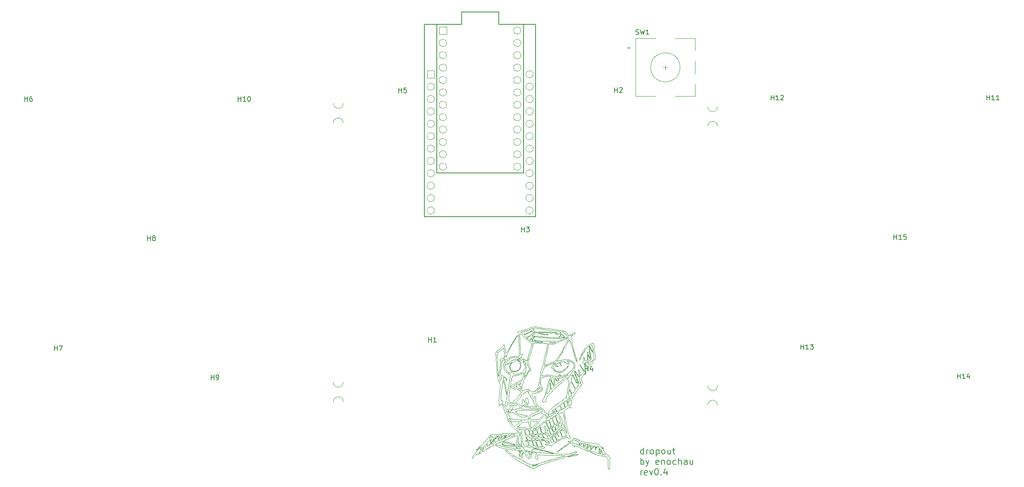
<source format=gbr>
G04 #@! TF.GenerationSoftware,KiCad,Pcbnew,(5.1.7)-1*
G04 #@! TF.CreationDate,2020-12-11T17:23:42-08:00*
G04 #@! TF.ProjectId,dropout-miniusb,64726f70-6f75-4742-9d6d-696e69757362,rev?*
G04 #@! TF.SameCoordinates,Original*
G04 #@! TF.FileFunction,Legend,Top*
G04 #@! TF.FilePolarity,Positive*
%FSLAX46Y46*%
G04 Gerber Fmt 4.6, Leading zero omitted, Abs format (unit mm)*
G04 Created by KiCad (PCBNEW (5.1.7)-1) date 2020-12-11 17:23:42*
%MOMM*%
%LPD*%
G01*
G04 APERTURE LIST*
%ADD10C,0.100000*%
%ADD11C,0.200000*%
%ADD12C,0.150000*%
%ADD13C,0.120000*%
G04 APERTURE END LIST*
D10*
X185909074Y-138985610D02*
X185896024Y-138968105D01*
X185023999Y-139102798D02*
X185023999Y-139102798D01*
X183836674Y-139530043D02*
X183897724Y-139529638D01*
X185336899Y-139044605D02*
X185102074Y-139088150D01*
X185831224Y-139076750D02*
X185847199Y-139061293D01*
X184409599Y-139360370D02*
X184689574Y-139309093D01*
X185841874Y-138964858D02*
X185736499Y-138975838D01*
X185736499Y-138975838D02*
X185571274Y-139002298D01*
X185857699Y-139050305D02*
X185889499Y-139016533D01*
X185744299Y-139112555D02*
X185831224Y-139076750D01*
X185548999Y-139169120D02*
X185744299Y-139112555D01*
X185288824Y-139223645D02*
X185548999Y-139169120D01*
X185896024Y-138968105D02*
X185841874Y-138964858D01*
X185571274Y-139002298D02*
X185336899Y-139044605D01*
X185889499Y-139016533D02*
X185909074Y-138985610D01*
X185102074Y-139088150D02*
X185023999Y-139102798D01*
X183836674Y-139504407D02*
X183836674Y-139530043D01*
X184993099Y-139269628D02*
X185067199Y-139259855D01*
X184916974Y-139277360D02*
X184993099Y-139269628D01*
X184184149Y-139415698D02*
X184409599Y-139360370D01*
X184689574Y-139309093D02*
X184916974Y-139277360D01*
X185067199Y-139259855D02*
X185288824Y-139223645D01*
X184045024Y-139467380D02*
X184073449Y-139451510D01*
X184016149Y-139482838D02*
X184045024Y-139467380D01*
X183836674Y-139530043D02*
X183836674Y-139530043D01*
X185847199Y-139061293D02*
X185857699Y-139050305D01*
X183897724Y-139529638D02*
X184016149Y-139482838D01*
X184073449Y-139451510D02*
X184184149Y-139415698D01*
X191232499Y-138927418D02*
X191259799Y-138870860D01*
X191488849Y-139018160D02*
X191421649Y-139050710D01*
X190566049Y-137956963D02*
X190586749Y-137974865D01*
X190701049Y-138946542D02*
X190682824Y-138946542D01*
X189670024Y-137339690D02*
X189670024Y-137352710D01*
X191421649Y-139050710D02*
X191399374Y-139050710D01*
X190477324Y-138816335D02*
X190410499Y-138946542D01*
X191492899Y-138946542D02*
X191500249Y-138959158D01*
X191399374Y-139050710D02*
X191369599Y-139050710D01*
X190333249Y-138028572D02*
X190357699Y-137967545D01*
X190711699Y-138202730D02*
X190711699Y-138238130D01*
X190372699Y-138946542D02*
X190325149Y-138830173D01*
X191031874Y-138903410D02*
X191072224Y-139001068D01*
X190711699Y-138238130D02*
X190711699Y-138287368D01*
X184172374Y-139316015D02*
X183925399Y-139427908D01*
X191492899Y-138946542D02*
X191492899Y-138946542D01*
X191072224Y-139001068D02*
X191051899Y-139032395D01*
X190711699Y-138287368D02*
X190773949Y-138435890D01*
X190434199Y-137864600D02*
X190537924Y-137928890D01*
X190627849Y-138816335D02*
X190589149Y-138560802D01*
X189670024Y-137352710D02*
X189670024Y-137352710D01*
X190589149Y-138560802D02*
X190586749Y-138498545D01*
X190948474Y-139001068D02*
X190820749Y-138966072D01*
X189641149Y-137300630D02*
X189670024Y-137339690D01*
X191484799Y-138930680D02*
X191492899Y-138946542D01*
X191259799Y-138870860D02*
X191309374Y-138842375D01*
X191280499Y-139018160D02*
X191232499Y-138964453D01*
X190368649Y-137938648D02*
X190434199Y-137864600D01*
X191420974Y-138870860D02*
X191484799Y-138930680D01*
X191232499Y-138946542D02*
X191232499Y-138927418D01*
X190294999Y-138554698D02*
X190303549Y-138229992D01*
X190388524Y-138946542D02*
X190372699Y-138946542D01*
X190972099Y-139009213D02*
X190948474Y-139001068D01*
X190534699Y-138498545D02*
X190529374Y-138560802D01*
X191349724Y-138842375D02*
X191420974Y-138870860D01*
X191309374Y-138842375D02*
X191326024Y-138842375D01*
X190711699Y-138238130D02*
X190711699Y-138238130D01*
X190820749Y-138966072D02*
X190730824Y-138946542D01*
X190730824Y-138946542D02*
X190701049Y-138946542D01*
X190669774Y-138097348D02*
X190711699Y-138202730D01*
X190537924Y-137928890D02*
X190566049Y-137956963D01*
X190303549Y-138229992D02*
X190333249Y-138028572D01*
X190576174Y-138061130D02*
X190534699Y-138498545D01*
X190410499Y-138946542D02*
X190388524Y-138946542D01*
X190529374Y-138560802D02*
X190477324Y-138816335D01*
X190956649Y-138770765D02*
X191031874Y-138903410D01*
X190586749Y-138498545D02*
X190576174Y-138061130D01*
X190990849Y-139016938D02*
X190972099Y-139009213D01*
X191051899Y-139032395D02*
X190990849Y-139016938D01*
X191326024Y-138842375D02*
X191349724Y-138842375D01*
X191369599Y-139050710D02*
X191280499Y-139018160D01*
X190899274Y-138677990D02*
X190930624Y-138727625D01*
X190586749Y-137974865D02*
X190669774Y-138097348D01*
X190930624Y-138727625D02*
X190956649Y-138770765D01*
X190325149Y-138830173D02*
X190294999Y-138554698D01*
X190357699Y-137967545D02*
X190368649Y-137938648D01*
X190773949Y-138435890D02*
X190899274Y-138677990D01*
X191232499Y-138964453D02*
X191232499Y-138946542D01*
X191500249Y-138959158D02*
X191488849Y-139018160D01*
X190682824Y-138946542D02*
X190627849Y-138816335D01*
X183925399Y-139427908D02*
X183836674Y-139504407D01*
X184548349Y-139204520D02*
X184172374Y-139316015D01*
X184904374Y-139124360D02*
X184548349Y-139204520D01*
X185023999Y-139102798D02*
X184904374Y-139124360D01*
X189578899Y-137571223D02*
X189565849Y-137592380D01*
X185050024Y-135925708D02*
X185076049Y-135925708D01*
X186494974Y-136603610D02*
X186544999Y-136641860D01*
X186154399Y-136699640D02*
X186169774Y-136675625D01*
X184885249Y-136639010D02*
X184651699Y-136475023D01*
X185076049Y-135925708D02*
X185088349Y-135925708D01*
X187484899Y-137732765D02*
X187293724Y-137661148D01*
X184810399Y-136097420D02*
X184971874Y-135985520D01*
X186187024Y-136877450D02*
X186139699Y-136792408D01*
X185954974Y-137051608D02*
X185603824Y-136909190D01*
X185618149Y-136206875D02*
X185618149Y-136206875D01*
X185088349Y-135925708D02*
X185125324Y-135947270D01*
X184727374Y-136159678D02*
X184774174Y-136123460D01*
X186780649Y-137433283D02*
X186701224Y-137394628D01*
X189565849Y-137279878D02*
X189584599Y-137279878D01*
X189494299Y-137347423D02*
X189547924Y-137279878D01*
X189461674Y-137468270D02*
X189494299Y-137347423D01*
X189461674Y-137508958D02*
X189461674Y-137468270D01*
X189482374Y-137671722D02*
X189461674Y-137549645D01*
X189550024Y-137615577D02*
X189482374Y-137671722D01*
X187753549Y-137311213D02*
X187732324Y-137365730D01*
X185326324Y-136811128D02*
X185214049Y-136774100D01*
X186169774Y-136675625D02*
X186182074Y-136654880D01*
X187732324Y-137365730D02*
X187635949Y-137603773D01*
X186254899Y-136615003D02*
X186380599Y-136590995D01*
X186544999Y-136654880D02*
X186544999Y-136677253D01*
X185245324Y-136007503D02*
X185415874Y-136097015D01*
X185396374Y-136832690D02*
X185326324Y-136811128D01*
X189565849Y-137592380D02*
X189550024Y-137615577D01*
X189637474Y-137460545D02*
X189578899Y-137571223D01*
X185567599Y-136178803D02*
X185618149Y-136206875D01*
X186610549Y-137349058D02*
X186335449Y-137219660D01*
X187022299Y-137544770D02*
X186780649Y-137433283D01*
X187565974Y-137748628D02*
X187560649Y-137753510D01*
X186376174Y-136872568D02*
X186282499Y-136905523D01*
X186544999Y-136677253D02*
X186503149Y-136745615D01*
X189461674Y-137549645D02*
X189461674Y-137508958D01*
X189670024Y-137352710D02*
X189670024Y-137379568D01*
X186282499Y-136905523D02*
X186187024Y-136877450D01*
X186544999Y-136654880D02*
X186544999Y-136654880D01*
X184617124Y-136306985D02*
X184727374Y-136159678D01*
X186335449Y-137219660D02*
X185954974Y-137051608D01*
X187570849Y-137743333D02*
X187565974Y-137748628D01*
X184774174Y-136123460D02*
X184810399Y-136097420D01*
X187293724Y-137661148D02*
X187022299Y-137544770D01*
X185214049Y-136774100D02*
X184885249Y-136639010D01*
X187635949Y-137603773D02*
X187570849Y-137743333D01*
X186420124Y-136836763D02*
X186399349Y-136852625D01*
X187560649Y-137753510D02*
X187484899Y-137732765D01*
X186380599Y-136590995D02*
X186494974Y-136603610D01*
X186182074Y-136654880D02*
X186254899Y-136615003D01*
X186503149Y-136745615D02*
X186420124Y-136836763D01*
X185125324Y-135947270D02*
X185245324Y-136007503D01*
X186544999Y-136641860D02*
X186544999Y-136654880D01*
X186701224Y-137394628D02*
X186610549Y-137349058D01*
X184651699Y-136475023D02*
X184617124Y-136306985D01*
X185603824Y-136909190D02*
X185396374Y-136832690D01*
X186399349Y-136852625D02*
X186376174Y-136872568D01*
X185415874Y-136097015D02*
X185567599Y-136178803D01*
X184971874Y-135985520D02*
X185050024Y-135925708D01*
X189584599Y-137279878D02*
X189641149Y-137300630D01*
X189547924Y-137279878D02*
X189565849Y-137279878D01*
X186139699Y-136792408D02*
X186154399Y-136699640D01*
X189670024Y-137379568D02*
X189637474Y-137460545D01*
X188091649Y-137349868D02*
X188055424Y-137384045D01*
X188315824Y-137296565D02*
X188315824Y-137259125D01*
X190275499Y-137951263D02*
X190259599Y-137981375D01*
X188220649Y-137409680D02*
X188315824Y-137296565D01*
X189659374Y-137665213D02*
X189692824Y-137610283D01*
X188835424Y-138345148D02*
X188701174Y-138290210D01*
X190069624Y-138791510D02*
X189901549Y-138764660D01*
X189378274Y-137696548D02*
X189409624Y-138061130D01*
X189126799Y-137325860D02*
X189149149Y-137267668D01*
X188513524Y-138009042D02*
X188529049Y-138009042D01*
X188980699Y-137557798D02*
X189067399Y-137433283D01*
X190185124Y-138640145D02*
X190157074Y-138750418D01*
X190148974Y-137731940D02*
X190133449Y-137777105D01*
X190069999Y-137422295D02*
X190097299Y-137446708D01*
X190133449Y-137934995D02*
X190144474Y-138138845D01*
X190192099Y-137833265D02*
X190180249Y-137800708D01*
X189180499Y-137157395D02*
X189251674Y-137246105D01*
X189409624Y-138061130D02*
X189659374Y-137665213D01*
X189149149Y-137267668D02*
X189149149Y-137248543D01*
X189329074Y-137447525D02*
X189372199Y-137633473D01*
X190259599Y-137981375D02*
X190229899Y-137931328D01*
X188576674Y-137982598D02*
X188665699Y-137911798D01*
X188878099Y-137687188D02*
X188980699Y-137557798D01*
X189893749Y-137352710D02*
X189981649Y-137357600D01*
X189372199Y-137633473D02*
X189378274Y-137696548D01*
X188529049Y-138009042D02*
X188576674Y-137982598D01*
X190133449Y-137777105D02*
X190133449Y-137934995D01*
X189067399Y-137433283D02*
X189126799Y-137325860D01*
X189149149Y-137225765D02*
X189180499Y-137157395D01*
X188240074Y-137243255D02*
X188091649Y-137349868D01*
X189631774Y-138671075D02*
X189238624Y-138512375D01*
X189251674Y-137246105D02*
X189329074Y-137447525D01*
X190157074Y-138750418D02*
X190069624Y-138791510D01*
X190284349Y-137842213D02*
X190282849Y-137869482D01*
X188665699Y-137911798D02*
X188769499Y-137809250D01*
X189692824Y-137610283D02*
X189798124Y-137449145D01*
X188769499Y-137809250D02*
X188878099Y-137687188D01*
X188055424Y-137384045D02*
X187795024Y-137633877D01*
X190149349Y-138206795D02*
X190154974Y-138269870D01*
X190229899Y-137931328D02*
X190192099Y-137833265D01*
X190097299Y-137446708D02*
X190125724Y-137469898D01*
X187909774Y-136915295D02*
X187753549Y-137311213D01*
X188037124Y-137587085D02*
X188220649Y-137409680D01*
X190144474Y-138138845D02*
X190149349Y-138206795D01*
X189149149Y-137248543D02*
X189149149Y-137225765D01*
X190125724Y-137469898D02*
X190237624Y-137636323D01*
X188315824Y-137255053D02*
X188240074Y-137243255D01*
X190180249Y-137800708D02*
X190174624Y-137782805D01*
X188315824Y-137259125D02*
X188315824Y-137255053D01*
X187670074Y-137873548D02*
X187992724Y-137623707D01*
X190282849Y-137869482D02*
X190275499Y-137951263D01*
X189901549Y-138764660D02*
X189631774Y-138671075D01*
X190174624Y-137782805D02*
X190148974Y-137731940D01*
X187992724Y-137623707D02*
X188037124Y-137587085D01*
X187847074Y-137269295D02*
X187909774Y-136915295D01*
X190237624Y-137636323D02*
X190286899Y-137813323D01*
X188701174Y-138290210D02*
X187670074Y-137873548D01*
X187795024Y-137633877D02*
X187847074Y-137269295D01*
X190175449Y-138459485D02*
X190185124Y-138640145D01*
X190154974Y-138269870D02*
X190175449Y-138459485D01*
X189238624Y-138512375D02*
X188835424Y-138345148D01*
X190286899Y-137813323D02*
X190284349Y-137842213D01*
X189798124Y-137449145D02*
X189893749Y-137352710D01*
X189981649Y-137357600D02*
X190069999Y-137422295D01*
X188586049Y-137862553D02*
X188530774Y-137881273D01*
X186970624Y-137143160D02*
X186993424Y-137297788D01*
X185968024Y-136450213D02*
X186058774Y-136551117D01*
X187305499Y-137071542D02*
X187128574Y-137321375D01*
X186666274Y-136758230D02*
X186767599Y-136705745D01*
X188565649Y-137503670D02*
X188573449Y-137296565D01*
X187055224Y-137071542D02*
X186982399Y-136811128D01*
X186431449Y-137010110D02*
X186555199Y-136891693D01*
X188555524Y-137561045D02*
X188565649Y-137503670D01*
X188701174Y-137748628D02*
X188673124Y-137777923D01*
X188769874Y-137153743D02*
X188957524Y-137287610D01*
X186295249Y-137071542D02*
X186328999Y-137071542D01*
X185618149Y-136206875D02*
X185668549Y-136235773D01*
X185668549Y-136235773D02*
X185816674Y-136331795D01*
X186972274Y-137092295D02*
X186970624Y-137143160D01*
X187128574Y-137321375D02*
X187055224Y-137071542D01*
X188546599Y-137617198D02*
X188555524Y-137561045D01*
X188673124Y-137777923D02*
X188586049Y-137862553D01*
X188762599Y-137683933D02*
X188701174Y-137748628D01*
X188453749Y-137055680D02*
X188769874Y-137153743D01*
X187670074Y-136852625D02*
X188347174Y-137030045D01*
X185050024Y-135645763D02*
X184934074Y-135735283D01*
X187372624Y-137173678D02*
X187419799Y-137123630D01*
X184785124Y-135867928D02*
X184659049Y-135988782D01*
X186576349Y-136863208D02*
X186595849Y-136835135D01*
X186266224Y-137071542D02*
X186295249Y-137071542D01*
X184934074Y-135735283D02*
X184785124Y-135867928D01*
X186595849Y-136835135D02*
X186666274Y-136758230D01*
X188928649Y-137471930D02*
X188762599Y-137683933D01*
X188957524Y-137287610D02*
X188928649Y-137471930D01*
X188347174Y-137030045D02*
X188453749Y-137055680D01*
X184659049Y-135988782D02*
X184617949Y-136029875D01*
X188523724Y-137786472D02*
X188546599Y-137617198D01*
X186328999Y-137071542D02*
X186431449Y-137010110D01*
X184617949Y-136029875D02*
X184617949Y-136029875D01*
X187482499Y-136811128D02*
X187305499Y-137071542D01*
X187074799Y-137369398D02*
X187216399Y-137310395D01*
X186767599Y-136705745D02*
X186905524Y-136697608D01*
X186063274Y-136658953D02*
X186055924Y-136776950D01*
X187107274Y-136727713D02*
X187482499Y-136811128D01*
X186555199Y-136891693D02*
X186576349Y-136863208D01*
X187057324Y-136717948D02*
X187107274Y-136727713D01*
X186095824Y-136921805D02*
X186179974Y-137029220D01*
X185816674Y-136331795D02*
X185968024Y-136450213D01*
X186058774Y-136551117D02*
X186081949Y-136609708D01*
X186081949Y-136609708D02*
X186076249Y-136623545D01*
X188495749Y-138009042D02*
X188513524Y-138009042D01*
X188443249Y-137898365D02*
X188495749Y-138009042D01*
X188513524Y-137227798D02*
X188482999Y-137247733D01*
X186982399Y-136811128D02*
X186972274Y-137092295D01*
X188530774Y-137881273D02*
X188523724Y-137786472D01*
X186055924Y-136776950D02*
X186095824Y-136921805D01*
X185100949Y-135613213D02*
X185050024Y-135645763D01*
X187419799Y-137123630D02*
X187670074Y-136852625D01*
X186179974Y-137029220D02*
X186266224Y-137071542D01*
X187216399Y-137310395D02*
X187372624Y-137173678D01*
X186076249Y-136623545D02*
X186063274Y-136658953D01*
X186993424Y-137297788D02*
X187074799Y-137369398D01*
X188518474Y-137224948D02*
X188513524Y-137227798D01*
X188419624Y-137649350D02*
X188443249Y-137898365D01*
X188443249Y-137384855D02*
X188419624Y-137649350D01*
X188482999Y-137247733D02*
X188443249Y-137384855D01*
X186905524Y-136697608D02*
X187057324Y-136717948D01*
X188573449Y-137296565D02*
X188518474Y-137224948D01*
X190667299Y-137488213D02*
X190534699Y-137420263D01*
X190759699Y-137632250D02*
X190763749Y-137633877D01*
X185334874Y-135700280D02*
X185198524Y-135636815D01*
X191169049Y-138230398D02*
X190984699Y-138014743D01*
X190086649Y-136945003D02*
X190086649Y-136904713D01*
X190328749Y-137258720D02*
X190157899Y-137066255D01*
X185508649Y-135793063D02*
X185334874Y-135700280D01*
X188815924Y-136665463D02*
X188545774Y-136637375D01*
X190891174Y-137536220D02*
X190756474Y-137488213D01*
X192065824Y-139175630D02*
X192065824Y-139152845D01*
X192530524Y-139830740D02*
X192470299Y-139732273D01*
X191982424Y-139050710D02*
X191961274Y-139050710D01*
X190157899Y-137066255D02*
X190086649Y-136945003D01*
X192065824Y-139152845D02*
X192039799Y-139085698D01*
X190711699Y-137488213D02*
X190667299Y-137488213D01*
X191057899Y-137631440D02*
X190891174Y-137536220D01*
X192307924Y-139550390D02*
X192147649Y-139348565D01*
X191297224Y-138374847D02*
X191232499Y-138300792D01*
X192147649Y-139348565D02*
X192065824Y-139218762D01*
X191961274Y-139050710D02*
X191898949Y-138992120D01*
X191996674Y-139050710D02*
X191982424Y-139050710D01*
X192346999Y-139592293D02*
X192307924Y-139550390D01*
X185823949Y-135979828D02*
X185701024Y-135904963D01*
X192039799Y-139085698D02*
X191996674Y-139050710D01*
X190735624Y-137661958D02*
X190759699Y-137632250D01*
X188545774Y-136637375D02*
X187738474Y-136528745D01*
X189712699Y-136796480D02*
X189308674Y-136730158D01*
X191086849Y-137655043D02*
X191057899Y-137631440D01*
X191497399Y-138593360D02*
X191297224Y-138374847D01*
X192530149Y-139895443D02*
X192530524Y-139830740D01*
X191030749Y-137733980D02*
X191167399Y-137769380D01*
X192487849Y-139930025D02*
X192530149Y-139895443D01*
X192364099Y-140179453D02*
X192402724Y-140006525D01*
X185118049Y-135613213D02*
X185100949Y-135613213D01*
X185137924Y-135613213D02*
X185118049Y-135613213D01*
X190814149Y-137795420D02*
X190735624Y-137661958D01*
X185653099Y-135876065D02*
X185508649Y-135793063D01*
X191898949Y-138992120D02*
X191728549Y-138831793D01*
X192065824Y-139218762D02*
X192065824Y-139175630D01*
X186887224Y-136363130D02*
X186221599Y-136158057D01*
X187738474Y-136528745D02*
X186887224Y-136363130D01*
X190086649Y-136904713D02*
X190086649Y-136892503D01*
X190534699Y-137420263D02*
X190328749Y-137258720D01*
X190756474Y-137488213D02*
X190711699Y-137488213D01*
X191112124Y-137674985D02*
X191086849Y-137655043D01*
X190829674Y-137659918D02*
X191030749Y-137733980D01*
X191182474Y-137742523D02*
X191112124Y-137674985D01*
X191167399Y-137769380D02*
X191182474Y-137742523D01*
X192450724Y-139943450D02*
X192471874Y-139936130D01*
X190763749Y-137633877D02*
X190829674Y-137659918D01*
X190984699Y-138014743D02*
X190814149Y-137795420D01*
X192378724Y-139625660D02*
X192346999Y-139592293D01*
X192471874Y-139936130D02*
X192487849Y-139930025D01*
X192402724Y-140006525D02*
X192450724Y-139943450D01*
X191232499Y-138300792D02*
X191169049Y-138230398D01*
X185198524Y-135636815D02*
X185137924Y-135613213D01*
X188939149Y-136680110D02*
X188815924Y-136665463D01*
X189308674Y-136730158D02*
X188939149Y-136680110D01*
X190086649Y-136892503D02*
X189986149Y-136856697D01*
X189986149Y-136856697D02*
X189712699Y-136796480D01*
X191728549Y-138831793D02*
X191497399Y-138593360D01*
X185701024Y-135904963D02*
X185653099Y-135876065D01*
X186221599Y-136158057D02*
X185823949Y-135979828D01*
X192470299Y-139732273D02*
X192378724Y-139625660D01*
X192042199Y-140941580D02*
X192045124Y-141050630D01*
X184537399Y-136644298D02*
X184664674Y-136800545D01*
X192034099Y-140615645D02*
X192042199Y-140941580D01*
X192024724Y-140284430D02*
X192034099Y-140615645D01*
X185288524Y-137206235D02*
X185520424Y-137291683D01*
X192000724Y-139865735D02*
X192014149Y-140039885D01*
X184409149Y-136571053D02*
X184497499Y-136615408D01*
X191981974Y-139745293D02*
X192000724Y-139865735D01*
X191956774Y-139661878D02*
X191981974Y-139745293D01*
X191003449Y-139311125D02*
X191083099Y-139318048D01*
X191878249Y-139540213D02*
X191889724Y-139554448D01*
X185180224Y-137175710D02*
X185207074Y-137175710D01*
X191857474Y-139517023D02*
X191878249Y-139540213D01*
X185149399Y-137331958D02*
X185141149Y-137310808D01*
X184524349Y-136634128D02*
X184537399Y-136644298D01*
X184324999Y-136554380D02*
X184409149Y-136571053D01*
X191321599Y-139351003D02*
X191581249Y-139405940D01*
X188439199Y-138525808D02*
X189126799Y-138815930D01*
X191083099Y-139318048D02*
X191321599Y-139351003D01*
X190410124Y-139225273D02*
X190854499Y-139296485D01*
X189822199Y-139071463D02*
X190410124Y-139225273D01*
X187220449Y-137992760D02*
X187723474Y-138210463D01*
X185207074Y-137175710D02*
X185288524Y-137206235D01*
X185162374Y-137365730D02*
X185149399Y-137331958D01*
X186262174Y-137589530D02*
X186725599Y-137782805D01*
X185168449Y-137175710D02*
X185180224Y-137175710D01*
X184905649Y-137154957D02*
X185028874Y-137337658D01*
X185141149Y-137469898D02*
X185187199Y-137473160D01*
X185133424Y-137222502D02*
X185168449Y-137175710D01*
X185141149Y-137310808D02*
X185133424Y-137222502D01*
X192371449Y-141492525D02*
X192362074Y-141106378D01*
X185187199Y-137473160D02*
X185162374Y-137365730D01*
X192095524Y-141794038D02*
X192148849Y-141930756D01*
X191581249Y-139405940D02*
X191770399Y-139470628D01*
X187723474Y-138210463D02*
X188089624Y-138371188D01*
X192014149Y-140039885D02*
X192024724Y-140284430D01*
X191770399Y-139470628D02*
X191857474Y-139517023D01*
X185852524Y-137422700D02*
X186262174Y-137589530D01*
X186725599Y-137782805D02*
X187220449Y-137992760D01*
X184833949Y-137040208D02*
X184867699Y-137092295D01*
X192350224Y-140491138D02*
X192364099Y-140179453D01*
X192354349Y-140856125D02*
X192350224Y-140491138D01*
X192357574Y-140977798D02*
X192354349Y-140856125D01*
X192362074Y-141106378D02*
X192357574Y-140977798D01*
X192361249Y-141792817D02*
X192371449Y-141492525D01*
X190854499Y-139296485D02*
X191003449Y-139311125D01*
X192317749Y-141932791D02*
X192361249Y-141792817D01*
X192253849Y-141967378D02*
X192317749Y-141932791D01*
X188211649Y-138425713D02*
X188439199Y-138525808D01*
X184497499Y-136615408D02*
X184524349Y-136634128D01*
X192232699Y-141967378D02*
X192253849Y-141967378D01*
X192211474Y-141967378D02*
X192232699Y-141967378D01*
X185520424Y-137291683D02*
X185852524Y-137422700D01*
X191923024Y-139598803D02*
X191956774Y-139661878D01*
X185028874Y-137337658D02*
X185141149Y-137469898D01*
X192148849Y-141930756D02*
X192211474Y-141967378D01*
X184867699Y-137092295D02*
X184905649Y-137154957D01*
X184664674Y-136800545D02*
X184833949Y-137040208D01*
X188089624Y-138371188D02*
X188211649Y-138425713D01*
X192063724Y-141514496D02*
X192095524Y-141794038D01*
X192047899Y-141166595D02*
X192063724Y-141514496D01*
X189126799Y-138815930D02*
X189822199Y-139071463D01*
X192045124Y-141050630D02*
X192047899Y-141166595D01*
X191889724Y-139554448D02*
X191923024Y-139598803D01*
X187430449Y-122019478D02*
X187357624Y-122279877D01*
X184296049Y-136639010D02*
X184285099Y-136582453D01*
X181649149Y-138388272D02*
X181664599Y-138401293D01*
X184232599Y-136759048D02*
X184251274Y-136759048D01*
X184410874Y-136229263D02*
X184258249Y-136337083D01*
X184617949Y-136029875D02*
X184567924Y-136081145D01*
X184305424Y-136654880D02*
X184296049Y-136639010D01*
X183470449Y-137211515D02*
X183831349Y-136976323D01*
X183055399Y-137498795D02*
X183157924Y-137425543D01*
X181649149Y-138365495D02*
X181649149Y-138384208D01*
X187470724Y-122450428D02*
X187466674Y-122292928D01*
X181725649Y-138309740D02*
X181649149Y-138365495D01*
X184016599Y-136595067D02*
X183883474Y-136718765D01*
X183679624Y-136883555D02*
X183402949Y-137092295D01*
X184198849Y-136759048D02*
X184232599Y-136759048D01*
X184098349Y-136817233D02*
X184198849Y-136759048D01*
X187448749Y-122561052D02*
X187470724Y-122450428D01*
X184082824Y-136510835D02*
X184016599Y-136595067D01*
X184567924Y-136081145D02*
X184410874Y-136229263D01*
X183836674Y-136328135D02*
X183836674Y-136342378D01*
X187461799Y-122259178D02*
X187430449Y-122019478D01*
X182726224Y-137578948D02*
X182617999Y-137655043D01*
X182523649Y-137721365D02*
X182242399Y-137922380D01*
X187323424Y-122445477D02*
X187328674Y-122558202D01*
X184024249Y-136446545D02*
X184038874Y-136446545D01*
X182961874Y-137564307D02*
X183055399Y-137498795D01*
X182617999Y-137655043D02*
X182523649Y-137721365D01*
X183836674Y-136342378D02*
X183836674Y-136360288D01*
X184313149Y-136667900D02*
X184305424Y-136654880D01*
X183883474Y-136718765D02*
X183679624Y-136883555D01*
X184024249Y-136331795D02*
X183992899Y-136315933D01*
X182242399Y-137922380D02*
X181933999Y-138148198D01*
X183157924Y-137425543D02*
X183470449Y-137211515D01*
X187426774Y-122584228D02*
X187441024Y-122571628D01*
X181933999Y-138148198D02*
X181725649Y-138309740D01*
X183402949Y-137092295D02*
X183049699Y-137348645D01*
X184084099Y-136462002D02*
X184082824Y-136510835D01*
X184251274Y-136759048D02*
X184307824Y-136726490D01*
X181942174Y-138261328D02*
X182129674Y-138139250D01*
X183831349Y-136976323D02*
X184098349Y-136817233D01*
X182374249Y-137973650D02*
X182680624Y-137761242D01*
X181715074Y-138389083D02*
X181805449Y-138343513D01*
X187368949Y-122605002D02*
X187426774Y-122584228D01*
X181649149Y-138384208D02*
X181649149Y-138388272D01*
X181664599Y-138401293D02*
X181715074Y-138389083D01*
X183836674Y-136360288D02*
X183891124Y-136413995D01*
X187328674Y-122558202D02*
X187368949Y-122605002D01*
X187357624Y-122279877D02*
X187357624Y-122279877D01*
X187441024Y-122571628D02*
X187448749Y-122561052D01*
X182680624Y-137761242D02*
X182961874Y-137564307D01*
X182129674Y-138139250D02*
X182374249Y-137973650D01*
X183049699Y-137348645D02*
X182726224Y-137578948D01*
X184258249Y-136337083D02*
X184137424Y-136366385D01*
X183891124Y-136413995D02*
X183990874Y-136446545D01*
X187466674Y-122292928D02*
X187461799Y-122259178D01*
X184285099Y-136582453D02*
X184324999Y-136554380D01*
X181805449Y-138343513D02*
X181942174Y-138261328D01*
X183883474Y-136286218D02*
X183836674Y-136328135D01*
X184137424Y-136366385D02*
X184049524Y-136345220D01*
X184049524Y-136345220D02*
X184024249Y-136331795D01*
X183992899Y-136315933D02*
X183883474Y-136286218D01*
X184307824Y-136726490D02*
X184313149Y-136667900D01*
X184038874Y-136446545D02*
X184084099Y-136462002D01*
X183990874Y-136446545D02*
X184024249Y-136446545D01*
X187031224Y-121875403D02*
X187055224Y-121866027D01*
X186753349Y-121425777D02*
X186781474Y-121480302D01*
X186275224Y-120613228D02*
X186253249Y-120613228D01*
X186459199Y-120768627D02*
X186341974Y-120655077D01*
X186592174Y-120934228D02*
X186459199Y-120768627D01*
X168315844Y-136175548D02*
X168315844Y-136175548D01*
X168581951Y-135823985D02*
X168513589Y-135886648D01*
X168147379Y-136726085D02*
X168190519Y-136734222D01*
X168401696Y-136287860D02*
X168430594Y-136248793D01*
X186614974Y-121188927D02*
X186720424Y-121365628D01*
X168513589Y-135886648D02*
X168421226Y-136007503D01*
X186263824Y-120727978D02*
X186286999Y-120743428D01*
X168623051Y-135847588D02*
X168617756Y-135832130D01*
X168340661Y-136132828D02*
X168315844Y-136175548D01*
X168617756Y-135832130D02*
X168616129Y-135827645D01*
X168421226Y-136007503D02*
X168340661Y-136132828D01*
X168578696Y-136000993D02*
X168623051Y-135847588D01*
X168211676Y-136682548D02*
X168211676Y-136665463D01*
X186966574Y-121796427D02*
X187031224Y-121875403D01*
X168190519Y-136734222D02*
X168211676Y-136682548D01*
X168129476Y-136708183D02*
X168138844Y-136717543D01*
X186263824Y-120727978D02*
X186263824Y-120727978D01*
X186477124Y-120979077D02*
X186614974Y-121188927D01*
X168277999Y-136492115D02*
X168401696Y-136287860D01*
X186728524Y-121132378D02*
X186592174Y-120934228D01*
X187056499Y-121829878D02*
X187031224Y-121728553D01*
X186870499Y-121641852D02*
X186966574Y-121796427D01*
X168211676Y-136665463D02*
X168211676Y-136621918D01*
X186286999Y-120743428D02*
X186354574Y-120817452D01*
X168211676Y-136621918D02*
X168277999Y-136492115D01*
X168616129Y-135827645D02*
X168581951Y-135823985D01*
X186238624Y-120712903D02*
X186263824Y-120727978D01*
X186229699Y-120614428D02*
X186159724Y-120620952D01*
X186341974Y-120655077D02*
X186275224Y-120613228D01*
X186855424Y-121344028D02*
X186728524Y-121132378D01*
X187055224Y-121863177D02*
X187056499Y-121829878D01*
X168138844Y-136717543D02*
X168147379Y-136726085D01*
X186960424Y-121549078D02*
X186855424Y-121344028D01*
X187055224Y-121866027D02*
X187055224Y-121863177D01*
X186781474Y-121480302D02*
X186870499Y-121641852D01*
X187031224Y-121728553D02*
X186960424Y-121549078D01*
X168461509Y-136206875D02*
X168578696Y-136000993D01*
X186720424Y-121365628D02*
X186753349Y-121425777D01*
X187345849Y-122320153D02*
X187323424Y-122445477D01*
X187357624Y-122279877D02*
X187345849Y-122320153D01*
X186163774Y-120667377D02*
X186238624Y-120712903D01*
X186129574Y-120635203D02*
X186163774Y-120667377D01*
X186354574Y-120817452D02*
X186477124Y-120979077D01*
X186159724Y-120620952D02*
X186129574Y-120635203D01*
X186253249Y-120613228D02*
X186229699Y-120614428D01*
X168430594Y-136248793D02*
X168461509Y-136206875D01*
X177638749Y-141040460D02*
X177640399Y-141040460D01*
X176659399Y-141360281D02*
X176617849Y-141342378D01*
X176411974Y-138689795D02*
X176331349Y-138683285D01*
X176315974Y-138529880D02*
X176368024Y-138529880D01*
X175732399Y-138431818D02*
X175788124Y-138424490D01*
X177583849Y-141100273D02*
X177463024Y-141163340D01*
X177294874Y-141238211D02*
X177216799Y-141274426D01*
X175880524Y-138683285D02*
X175847224Y-138634048D01*
X177505774Y-141067722D02*
X177605449Y-141040460D01*
X177070699Y-141201590D02*
X177297424Y-141147065D01*
X176164624Y-138903410D02*
X176008774Y-138813073D01*
X176492899Y-138634048D02*
X176482324Y-138649505D01*
X176499799Y-138622243D02*
X176492899Y-138634048D01*
X173982349Y-138113210D02*
X174011674Y-138113210D01*
X176901499Y-141372082D02*
X176659399Y-141360281D01*
X176368024Y-138529880D02*
X176368024Y-138529880D01*
X177646474Y-141056330D02*
X177583849Y-141100273D01*
X177605449Y-141040460D02*
X177638749Y-141040460D01*
X177354724Y-141121025D02*
X177505774Y-141067722D01*
X176802649Y-141235363D02*
X177070699Y-141201590D01*
X176706574Y-141239432D02*
X176753374Y-141238211D01*
X174149149Y-138173023D02*
X174149149Y-138186043D01*
X176486074Y-141262624D02*
X176566549Y-141247163D01*
X176368024Y-138529880D02*
X176396074Y-138529880D01*
X175823149Y-138599870D02*
X175754374Y-138496108D01*
X176265874Y-138889985D02*
X176164624Y-138903410D01*
X174149149Y-138186043D02*
X174149149Y-138186043D01*
X175754374Y-138496108D02*
X175732399Y-138431818D01*
X177326224Y-141134045D02*
X177354724Y-141121025D01*
X177297424Y-141147065D02*
X177326224Y-141134045D01*
X176753374Y-141238211D02*
X176802649Y-141235363D01*
X176396074Y-138529880D02*
X176481124Y-138562430D01*
X176589349Y-141330984D02*
X176505499Y-141292329D01*
X176008774Y-138813073D02*
X175880524Y-138683285D01*
X176481124Y-138562430D02*
X176499799Y-138622243D01*
X176160949Y-138508723D02*
X176315974Y-138529880D01*
X174011674Y-138113210D02*
X174100774Y-138133963D01*
X175788124Y-138424490D02*
X175895224Y-138448085D01*
X176246749Y-138658460D02*
X176254474Y-138735770D01*
X175964374Y-138467210D02*
X176160949Y-138508723D01*
X175847224Y-138634048D02*
X175823149Y-138599870D01*
X175930624Y-138457048D02*
X175964374Y-138467210D01*
X176263849Y-138758960D02*
X176273974Y-138787857D01*
X176482324Y-138649505D02*
X176411974Y-138689795D01*
X176331349Y-138683285D02*
X176315974Y-138675545D01*
X176315974Y-138675545D02*
X176302474Y-138665788D01*
X168129476Y-136651618D02*
X168129476Y-136708183D01*
X168160811Y-136528333D02*
X168129476Y-136651618D01*
X168291424Y-136221523D02*
X168225101Y-136363940D01*
X177216799Y-141274426D02*
X176901499Y-141372082D01*
X177640399Y-141040460D02*
X177646474Y-141056330D01*
X176254474Y-138735770D02*
X176263849Y-138758960D01*
X174100774Y-138133963D02*
X174149149Y-138173023D01*
X176566549Y-141247163D02*
X176706574Y-141239432D01*
X176273974Y-138787857D02*
X176265874Y-138889985D01*
X176505499Y-141292329D02*
X176486074Y-141262624D01*
X176302474Y-138665788D02*
X176246749Y-138658460D01*
X176617849Y-141342378D02*
X176589349Y-141330984D01*
X168315844Y-136175548D02*
X168291424Y-136221523D01*
X168225101Y-136363940D02*
X168160811Y-136528333D01*
X177294874Y-141238211D02*
X177294874Y-141238211D01*
X177337174Y-141220307D02*
X177294874Y-141238211D01*
X175895224Y-138448085D02*
X175930624Y-138457048D01*
X177463024Y-141163340D02*
X177337174Y-141220307D01*
X178420024Y-138186043D02*
X178420024Y-138186043D01*
X177977749Y-138076588D02*
X178309399Y-138159193D01*
X177081274Y-137842213D02*
X177117949Y-137852795D01*
X178940824Y-138706880D02*
X178893274Y-138708500D01*
X179370499Y-138718678D02*
X179108449Y-138706467D01*
X178893274Y-138708500D02*
X178749574Y-138697520D01*
X177606274Y-138562430D02*
X177186649Y-138501807D01*
X178749574Y-138697520D02*
X178432999Y-138666193D01*
X173871649Y-138153493D02*
X173954674Y-138113210D01*
X176488849Y-138253595D02*
X176623099Y-138086765D01*
X174149149Y-138212900D02*
X174116599Y-138293473D01*
X177284824Y-137897555D02*
X177584974Y-137976493D01*
X176563774Y-138396005D02*
X176466874Y-138378515D01*
X178570924Y-138222260D02*
X179391274Y-138431000D01*
X173954674Y-138113210D02*
X173982349Y-138113210D01*
X173867599Y-138251555D02*
X173871649Y-138153493D01*
X179391274Y-138431000D02*
X180096874Y-138618583D01*
X173878174Y-138280048D02*
X173867599Y-138251555D01*
X173920924Y-138417575D02*
X173885899Y-138303230D01*
X173940874Y-138509128D02*
X173940874Y-138485930D01*
X178977124Y-138704030D02*
X178940824Y-138706880D01*
X176701249Y-138006200D02*
X176896549Y-137869482D01*
X174044974Y-138421640D02*
X173973424Y-138512375D01*
X180034624Y-138769542D02*
X179948749Y-138761405D01*
X166240234Y-137591975D02*
X166331381Y-137672938D01*
X166008716Y-137758805D02*
X166134851Y-137609068D01*
X165805256Y-138113210D02*
X165982676Y-137800708D01*
X176659774Y-138050548D02*
X176701249Y-138006200D01*
X173940874Y-138509937D02*
X173940874Y-138509128D01*
X173973424Y-138512375D02*
X173940874Y-138509937D01*
X176451499Y-138363043D02*
X176445349Y-138358985D01*
X166228841Y-137576098D02*
X166232509Y-137581798D01*
X180867949Y-138842375D02*
X180034624Y-138769542D01*
X176824174Y-138444433D02*
X176563774Y-138396005D01*
X174116599Y-138293473D02*
X174044974Y-138421640D01*
X178309399Y-138159193D02*
X178420024Y-138186043D01*
X165982676Y-137800708D02*
X166008716Y-137758805D01*
X179948749Y-138761405D02*
X179690749Y-138740240D01*
X179690749Y-138740240D02*
X179370499Y-138718678D01*
X166333834Y-137926843D02*
X166110026Y-137996023D01*
X177146374Y-137860520D02*
X177284824Y-137897555D01*
X176445349Y-138358985D02*
X176488849Y-138253595D01*
X177584974Y-137976493D02*
X177977749Y-138076588D01*
X176896549Y-137869482D02*
X177081274Y-137842213D01*
X177186649Y-138501807D02*
X176824174Y-138444433D01*
X178420024Y-138186043D02*
X178570924Y-138222260D01*
X178036699Y-138618995D02*
X177606274Y-138562430D01*
X180190849Y-138644630D02*
X180867949Y-138842375D01*
X180096874Y-138618583D02*
X180190849Y-138644630D01*
X177117949Y-137852795D02*
X177146374Y-137860520D01*
X178432999Y-138666193D02*
X178036699Y-138618995D01*
X166464041Y-137764085D02*
X166492924Y-137779963D01*
X166134851Y-137609068D02*
X166228841Y-137576098D01*
X166492924Y-137779963D02*
X166492924Y-137779963D01*
X176466874Y-138378515D02*
X176451499Y-138363043D01*
X176623099Y-138086765D02*
X176659774Y-138050548D01*
X166331381Y-137672938D02*
X166464041Y-137764085D01*
X179108449Y-138706467D02*
X178977124Y-138704030D01*
X166044926Y-138019625D02*
X165805256Y-138113210D01*
X166110026Y-137996023D02*
X166044926Y-138019625D01*
X173885899Y-138303230D02*
X173878174Y-138280048D01*
X173940874Y-138485930D02*
X173920924Y-138417575D01*
X174149149Y-138186043D02*
X174149149Y-138212900D01*
X166232509Y-137581798D02*
X166240234Y-137591975D01*
X174679774Y-137765720D02*
X174611449Y-137658703D01*
X174711499Y-137790125D02*
X174679774Y-137765720D01*
X174734674Y-137808440D02*
X174711499Y-137790125D01*
X174954049Y-138185233D02*
X174941074Y-138144545D01*
X176039299Y-139377447D02*
X175910599Y-139467380D01*
X175248649Y-138718273D02*
X175114774Y-138500578D01*
X175396399Y-138938405D02*
X175248649Y-138718273D01*
X166939301Y-136866875D02*
X167058109Y-136783460D01*
X175681999Y-139310315D02*
X175544824Y-139141858D01*
X176472199Y-137592380D02*
X176878249Y-137592380D01*
X175503349Y-138498545D02*
X175593649Y-138573013D01*
X166732594Y-137092295D02*
X166782641Y-137034515D01*
X175798324Y-138308120D02*
X175542424Y-138248308D01*
X175867924Y-139467380D02*
X175849174Y-139467380D01*
X175849174Y-139467380D02*
X175793899Y-139424645D01*
X175835449Y-138834245D02*
X176021374Y-139146740D01*
X175446349Y-138450942D02*
X175503349Y-138498545D01*
X175284349Y-138299173D02*
X175446349Y-138450942D01*
X175205149Y-138186043D02*
X175284349Y-138299173D01*
X174930424Y-138113210D02*
X174845824Y-137947610D01*
X175910599Y-139467380D02*
X175867924Y-139467380D01*
X175793899Y-139424645D02*
X175681999Y-139310315D01*
X176021374Y-139146740D02*
X176039299Y-139377447D01*
X167058109Y-136783460D02*
X167110196Y-136838795D01*
X174845824Y-137947610D02*
X174734674Y-137808440D01*
X174941074Y-138144545D02*
X174930424Y-138113210D01*
X175544824Y-139141858D02*
X175396399Y-138938405D01*
X167119144Y-136982427D02*
X167117921Y-137030045D01*
X175007749Y-138302825D02*
X174954049Y-138185233D01*
X175413874Y-138199063D02*
X175264474Y-138158375D01*
X175461874Y-138217378D02*
X175413874Y-138199063D01*
X176085199Y-138296720D02*
X175798324Y-138308120D01*
X175542424Y-138248308D02*
X175461874Y-138217378D01*
X166515716Y-137904875D02*
X166333834Y-137926843D01*
X166576339Y-137904875D02*
X166515716Y-137904875D01*
X175546849Y-137462982D02*
X175742224Y-137504480D01*
X174611449Y-137658703D02*
X174687949Y-137524430D01*
X166582444Y-137904875D02*
X166576339Y-137904875D01*
X175264474Y-138158375D02*
X175205149Y-138186043D01*
X176421649Y-137592380D02*
X176472199Y-137592380D01*
X174953674Y-137357600D02*
X175155424Y-137376718D01*
X176524699Y-138010265D02*
X176339074Y-138177500D01*
X166600759Y-137865410D02*
X166582444Y-137904875D01*
X175155424Y-137376718D02*
X175401274Y-137427583D01*
X175114774Y-138500578D02*
X175007749Y-138302825D01*
X176576374Y-137946380D02*
X176524699Y-138010265D01*
X166521401Y-137795420D02*
X166600759Y-137865410D01*
X166492924Y-137779963D02*
X166521401Y-137795420D01*
X176472199Y-137592380D02*
X176472199Y-137592380D01*
X175742224Y-137504480D02*
X176016049Y-137550470D01*
X167110196Y-136838795D02*
X167119144Y-136982427D01*
X167117921Y-137030045D02*
X167117921Y-137030045D01*
X176270299Y-137580980D02*
X176421649Y-137592380D01*
X176016049Y-137550470D02*
X176270299Y-137580980D01*
X175401274Y-137427583D02*
X175482649Y-137446708D01*
X175593649Y-138573013D02*
X175835449Y-138834245D01*
X175482649Y-137446708D02*
X175546849Y-137462982D01*
X174825874Y-137393398D02*
X174953674Y-137357600D01*
X176878249Y-137592380D02*
X176576374Y-137946380D01*
X174744874Y-137461760D02*
X174825874Y-137393398D01*
X174722074Y-137488213D02*
X174744874Y-137461760D01*
X174687949Y-137524430D02*
X174722074Y-137488213D01*
X166782641Y-137034515D02*
X166939301Y-136866875D01*
X176339074Y-138177500D02*
X176085199Y-138296720D01*
X171394046Y-137080490D02*
X171003829Y-137059333D01*
X172690849Y-137008880D02*
X172727449Y-137020272D01*
X171242276Y-136601983D02*
X171547444Y-136680515D01*
X171649174Y-136706960D02*
X171727324Y-136724870D01*
X170471599Y-136965755D02*
X170469566Y-136913668D01*
X170727536Y-137034920D02*
X170553799Y-137004815D01*
X171021334Y-136572680D02*
X171242276Y-136601983D01*
X170553799Y-137004815D02*
X170471599Y-136965755D01*
X172009249Y-137106943D02*
X171909574Y-137102878D01*
X177051574Y-137265230D02*
X176924974Y-137184657D01*
X177586699Y-137331958D02*
X177586699Y-137331958D01*
X176732599Y-136748458D02*
X176565724Y-136238210D01*
X171780574Y-137097583D02*
X171394046Y-137080490D01*
X176924974Y-137184657D02*
X176829349Y-137023535D01*
X172308724Y-137119558D02*
X172009249Y-137106943D01*
X177169999Y-136348888D02*
X177169999Y-136373713D01*
X177289624Y-137305513D02*
X177242824Y-137300630D01*
X176565724Y-136238210D02*
X176868124Y-136238210D01*
X177242824Y-137300630D02*
X177194374Y-137295740D01*
X176754574Y-136817638D02*
X176732599Y-136748458D01*
X177484924Y-137327885D02*
X177289624Y-137305513D01*
X177398224Y-136955578D02*
X177458899Y-137076838D01*
X167115079Y-137073980D02*
X167041016Y-137269295D01*
X176829349Y-137023535D02*
X176754574Y-136817638D01*
X172625749Y-136985285D02*
X172690849Y-137008880D01*
X177378349Y-136915295D02*
X177398224Y-136955578D01*
X166888436Y-137423105D02*
X166846924Y-137446708D01*
X166556404Y-137572843D02*
X166437994Y-137550470D01*
X177085399Y-136274427D02*
X177169999Y-136348888D01*
X177569974Y-137299003D02*
X177586699Y-137331958D01*
X170659594Y-136759048D02*
X170711269Y-136724870D01*
X172605799Y-137130545D02*
X172308724Y-137119558D01*
X172931749Y-137092295D02*
X172963474Y-137116303D01*
X166846924Y-137446708D02*
X166777354Y-137484140D01*
X177458899Y-137076838D02*
X177525199Y-137209483D01*
X172189549Y-136849783D02*
X172625749Y-136985285D01*
X177525199Y-137209483D02*
X177569974Y-137299003D01*
X176868124Y-136238210D02*
X176922199Y-136238210D01*
X177194374Y-137295740D02*
X177051574Y-137265230D01*
X166777354Y-137484140D02*
X166556404Y-137572843D01*
X171649174Y-136706960D02*
X171649174Y-136706960D01*
X171547444Y-136680515D02*
X171649174Y-136706960D01*
X170866706Y-136623140D02*
X171021334Y-136572680D01*
X170711269Y-136724870D02*
X170866706Y-136623140D01*
X170469566Y-136913668D02*
X170535896Y-136845710D01*
X172838149Y-137056895D02*
X172931749Y-137092295D01*
X171003829Y-137059333D02*
X170727536Y-137034920D01*
X171909574Y-137102878D02*
X171780574Y-137097583D01*
X172925224Y-137130140D02*
X172808449Y-137134213D01*
X172727449Y-137020272D02*
X172838149Y-137056895D01*
X171727324Y-136724870D02*
X172189549Y-136849783D01*
X172808449Y-137134213D02*
X172605799Y-137130545D01*
X172963474Y-137116303D02*
X172925224Y-137130140D01*
X177586699Y-137331958D02*
X177484924Y-137327885D01*
X177169999Y-136373713D02*
X177169999Y-136373713D01*
X166668709Y-137161880D02*
X166732594Y-137092295D01*
X166495361Y-137387713D02*
X166668709Y-137161880D01*
X166437994Y-137550470D02*
X166495361Y-137387713D01*
X170535896Y-136845710D02*
X170627854Y-136779388D01*
X170627854Y-136779388D02*
X170659594Y-136759048D01*
X176922199Y-136238210D02*
X177085399Y-136274427D01*
X167041016Y-137269295D02*
X166888436Y-137423105D01*
X167117921Y-137030045D02*
X167115079Y-137073980D01*
X177586699Y-137331958D02*
X177586699Y-137331958D01*
X175753099Y-136467298D02*
X175744249Y-136437193D01*
X176487574Y-136425388D02*
X176537299Y-136586930D01*
X178859899Y-135912688D02*
X178888774Y-135925708D01*
X167880859Y-136376150D02*
X167878421Y-136446545D01*
X167594404Y-136178398D02*
X167760829Y-136012783D01*
X176014774Y-136238210D02*
X176065624Y-136238210D01*
X176440849Y-136258963D02*
X176440849Y-136271983D01*
X167274176Y-136803808D02*
X167340499Y-136532398D01*
X175863049Y-136244315D02*
X176014774Y-136238210D01*
X175819474Y-136719575D02*
X175763374Y-136501063D01*
X175928149Y-137143565D02*
X175887799Y-137027592D01*
X167274176Y-137290460D02*
X167274176Y-136894542D01*
X178367899Y-135842293D02*
X178438774Y-135842293D01*
X178438774Y-135842293D02*
X178651549Y-135864275D01*
X176453449Y-136311043D02*
X176487574Y-136425388D01*
X167878421Y-136446545D02*
X167878421Y-136446545D01*
X175757299Y-136274427D02*
X175863049Y-136244315D01*
X175763374Y-136501063D02*
X175753099Y-136467298D01*
X175870324Y-136949068D02*
X175819474Y-136719575D01*
X176002999Y-137231458D02*
X175928149Y-137143565D01*
X176293549Y-137279878D02*
X176133199Y-137270525D01*
X178280449Y-135913910D02*
X178175824Y-135877295D01*
X176742724Y-137279878D02*
X176347324Y-137279878D01*
X178134799Y-135852470D02*
X178196974Y-135843515D01*
X167505701Y-136269545D02*
X167555344Y-136217457D01*
X167576089Y-137123630D02*
X167274176Y-137290460D01*
X178175824Y-135877295D02*
X178134799Y-135852470D01*
X167555344Y-136217457D02*
X167594404Y-136178398D01*
X175878574Y-136988127D02*
X175870324Y-136949068D01*
X175887799Y-137027592D02*
X175878574Y-136988127D01*
X176133199Y-137270525D02*
X176002999Y-137231458D01*
X178196974Y-135843515D02*
X178325224Y-135842293D01*
X175727074Y-136343593D02*
X175757299Y-136274427D01*
X167274176Y-136894542D02*
X167274176Y-136803808D01*
X178325224Y-135842293D02*
X178367899Y-135842293D01*
X167879644Y-136080335D02*
X167880859Y-136376150D01*
X176581999Y-136731380D02*
X176597074Y-136779793D01*
X167760829Y-136012783D02*
X167833256Y-135925708D01*
X167869061Y-136730968D02*
X167828779Y-136910000D01*
X167862956Y-135925708D02*
X167879644Y-136080335D01*
X167340499Y-136532398D02*
X167505701Y-136269545D01*
X167857676Y-135925708D02*
X167862956Y-135925708D01*
X167737631Y-137026378D02*
X167618006Y-137102473D01*
X178651549Y-135864275D02*
X178859899Y-135912688D01*
X178888774Y-135925708D02*
X178888774Y-135925708D01*
X167878421Y-136446545D02*
X167878421Y-136517345D01*
X177349474Y-136857920D02*
X177378349Y-136915295D01*
X177231049Y-136585700D02*
X177349474Y-136857920D01*
X176331349Y-136244720D02*
X176440849Y-136255302D01*
X176440849Y-136271983D02*
X176453449Y-136311043D01*
X177169999Y-136426610D02*
X177231049Y-136585700D01*
X175744249Y-136437193D02*
X175727074Y-136343593D01*
X167828779Y-136910000D02*
X167737631Y-137026378D01*
X176347324Y-137279878D02*
X176293549Y-137279878D01*
X167618006Y-137102473D02*
X167576089Y-137123630D01*
X176597074Y-136779793D02*
X176742724Y-137279878D01*
X167878421Y-136517345D02*
X167869061Y-136730968D01*
X176537299Y-136586930D02*
X176581999Y-136731380D01*
X176131999Y-136238210D02*
X176331349Y-136244720D01*
X177169999Y-136373713D02*
X177169999Y-136426610D01*
X176440849Y-136258963D02*
X176440849Y-136258963D01*
X176440849Y-136255302D02*
X176440849Y-136258963D01*
X167833256Y-135925708D02*
X167857676Y-135925708D01*
X176065624Y-136238210D02*
X176131999Y-136238210D01*
X178914799Y-135937107D02*
X178993324Y-135975357D01*
X180470449Y-136560890D02*
X180394699Y-136481533D01*
X177292099Y-136016855D02*
X177169999Y-135995293D01*
X180809674Y-136483985D02*
X180713374Y-136527920D01*
X178003324Y-135854503D02*
X178003324Y-135884210D01*
X180732424Y-136040458D02*
X180732424Y-136040458D01*
X180680299Y-136540130D02*
X180651874Y-136552745D01*
X177478474Y-135693365D02*
X177534574Y-135696628D01*
X180427624Y-135668135D02*
X180515974Y-135641690D01*
X177173674Y-135701510D02*
X177309574Y-135689307D01*
X177586699Y-136029875D02*
X177513049Y-136029875D01*
X177666049Y-136029875D02*
X177586699Y-136029875D01*
X176458774Y-135540785D02*
X176570599Y-135562347D01*
X176607724Y-135571708D02*
X176649199Y-135581877D01*
X180560299Y-136577563D02*
X180470449Y-136560890D01*
X180713374Y-136527920D02*
X180680299Y-136540130D01*
X178888774Y-135925708D02*
X178914799Y-135937107D01*
X180703549Y-135969253D02*
X180732424Y-136040458D01*
X180608749Y-135759688D02*
X180703549Y-135969253D01*
X180340924Y-135781265D02*
X180427624Y-135668135D01*
X180289699Y-135863045D02*
X180315724Y-135821548D01*
X176971849Y-135743015D02*
X176982424Y-135758877D01*
X180289699Y-136271983D02*
X180237649Y-136049405D01*
X178003324Y-135884210D02*
X178003324Y-135911878D01*
X177612724Y-135704360D02*
X177886174Y-135766618D01*
X177113824Y-135737315D02*
X177173674Y-135701510D01*
X176982424Y-135758877D02*
X176982424Y-135758877D01*
X177886174Y-135766618D02*
X178003324Y-135854503D01*
X180515974Y-135641690D02*
X180608749Y-135759688D01*
X176570599Y-135562347D02*
X176607724Y-135571708D01*
X180315724Y-135821548D02*
X180340924Y-135781265D01*
X178003324Y-135911878D02*
X177904099Y-135996110D01*
X180333274Y-136370045D02*
X180315724Y-136331795D01*
X177309574Y-135689307D02*
X177478474Y-135693365D01*
X177904099Y-135996110D02*
X177666049Y-136029875D01*
X180858574Y-136411145D02*
X180809674Y-136483985D01*
X176649199Y-135581877D02*
X176841649Y-135657163D01*
X178003324Y-135884210D02*
X178003324Y-135884210D01*
X177155299Y-135917578D02*
X177125599Y-135821548D01*
X180830974Y-136278088D02*
X180858574Y-136411145D01*
X177534574Y-135696628D02*
X177612724Y-135704360D01*
X180757999Y-136099055D02*
X180830974Y-136278088D01*
X177117949Y-135800795D02*
X177112174Y-135786552D01*
X177513049Y-136029875D02*
X177292099Y-136016855D01*
X177169999Y-135995293D02*
X177169999Y-135988378D01*
X177169999Y-135988378D02*
X177169999Y-135970468D01*
X178315849Y-135925708D02*
X178280449Y-135913910D01*
X178352074Y-135935885D02*
X178315849Y-135925708D01*
X178576249Y-135982677D02*
X178352074Y-135935885D01*
X180651874Y-136552745D02*
X180560299Y-136577563D01*
X178993324Y-135975357D02*
X179022649Y-136002208D01*
X177125599Y-135821548D02*
X177117949Y-135800795D01*
X176841649Y-135657163D02*
X176971849Y-135743015D01*
X180237649Y-136049405D02*
X180289699Y-135863045D01*
X177112174Y-135786552D02*
X177113824Y-135737315D01*
X180315724Y-136331795D02*
X180289699Y-136271983D01*
X177169999Y-135970468D02*
X177155299Y-135917578D01*
X180394699Y-136481533D02*
X180333274Y-136370045D01*
X178771549Y-136009130D02*
X178576249Y-135982677D01*
X178836649Y-136009130D02*
X178771549Y-136009130D01*
X178870399Y-136010345D02*
X178836649Y-136009130D01*
X178972174Y-136011973D02*
X178870399Y-136010345D01*
X180732424Y-136040458D02*
X180757999Y-136099055D01*
X179022649Y-136002208D02*
X178972174Y-136011973D01*
X168673504Y-135941173D02*
X168669844Y-135998548D01*
X168056644Y-135959480D02*
X168139249Y-135808115D01*
X176440849Y-135952565D02*
X176440849Y-135936298D01*
X168003341Y-136468918D02*
X168003341Y-136394458D01*
X177051949Y-135889085D02*
X177039799Y-135972500D01*
X176982424Y-135758877D02*
X177003124Y-135788585D01*
X177003124Y-135788585D02*
X177051949Y-135889085D01*
X168655196Y-135452075D02*
X168672289Y-135580655D01*
X175748674Y-135383720D02*
X175826449Y-135404878D01*
X175972099Y-136134042D02*
X175907824Y-136134042D01*
X175560349Y-135954193D02*
X175471999Y-135727963D01*
X168604736Y-136483985D02*
X168492844Y-136704118D01*
X168677989Y-135769460D02*
X168673504Y-135941173D01*
X175826449Y-135404878D02*
X175826449Y-135404878D01*
X168634849Y-135404878D02*
X168655196Y-135452075D01*
X168103436Y-136842463D02*
X168026539Y-136692313D01*
X175358824Y-135437023D02*
X175369099Y-135329188D01*
X168492844Y-136704118D02*
X168461509Y-136727713D01*
X175369099Y-135329188D02*
X175513999Y-135327155D01*
X168664556Y-136102708D02*
X168604736Y-136483985D01*
X175426024Y-135616880D02*
X175358824Y-135437023D01*
X175715299Y-136121023D02*
X175607524Y-136099460D01*
X168014734Y-136145443D02*
X168056644Y-135959480D01*
X168669844Y-135998548D02*
X168664556Y-136102708D01*
X175907824Y-136134042D02*
X175715299Y-136121023D01*
X176194699Y-136125095D02*
X176027374Y-136134042D01*
X176379349Y-135544033D02*
X176458774Y-135540785D01*
X168245036Y-136851410D02*
X168103436Y-136842463D01*
X175607524Y-136057948D02*
X175560349Y-135954193D01*
X176302474Y-136077890D02*
X176194699Y-136125095D01*
X176753374Y-136029875D02*
X176698474Y-136029875D01*
X168628339Y-135404878D02*
X168634849Y-135404878D01*
X168274339Y-135665292D02*
X168313406Y-135628670D01*
X176356549Y-135584323D02*
X176379349Y-135544033D01*
X175607524Y-136099460D02*
X175607524Y-136092545D01*
X168003341Y-136332200D02*
X168014734Y-136145443D01*
X175607524Y-136092545D02*
X175607524Y-136057948D01*
X168461509Y-136727713D02*
X168411469Y-136763930D01*
X175513999Y-135327155D02*
X175748674Y-135383720D01*
X176420974Y-135816252D02*
X176385949Y-135688490D01*
X176440849Y-135906178D02*
X176420974Y-135816252D01*
X176534374Y-136002620D02*
X176440849Y-135952565D01*
X176698474Y-136029875D02*
X176534374Y-136002620D01*
X177039799Y-135972500D02*
X176941399Y-136016450D01*
X168237716Y-135697843D02*
X168274339Y-135665292D01*
X176027374Y-136134042D02*
X175972099Y-136134042D01*
X168669844Y-135998548D02*
X168669844Y-135998548D01*
X168672289Y-135580655D02*
X168677989Y-135769460D01*
X168494059Y-135480155D02*
X168594566Y-135404878D01*
X168139249Y-135808115D02*
X168237716Y-135697843D01*
X168003341Y-136394458D02*
X168003341Y-136332200D01*
X168594566Y-135404878D02*
X168628339Y-135404878D01*
X168313406Y-135628670D02*
X168494059Y-135480155D01*
X175451224Y-135675875D02*
X175426024Y-135616880D01*
X168026539Y-136692313D02*
X168003341Y-136468918D01*
X176370424Y-135645763D02*
X176356549Y-135584323D01*
X176378149Y-135665292D02*
X176370424Y-135645763D01*
X176385949Y-135688490D02*
X176378149Y-135665292D01*
X176941399Y-136016450D02*
X176800099Y-136029875D01*
X176800099Y-136029875D02*
X176753374Y-136029875D01*
X168411469Y-136763930D02*
X168245036Y-136851410D01*
X176320399Y-135962338D02*
X176302474Y-136077890D01*
X176440849Y-135936298D02*
X176440849Y-135906178D01*
X175471999Y-135727963D02*
X175451224Y-135675875D01*
X167774254Y-135717380D02*
X167762861Y-135717380D01*
X168282881Y-135392668D02*
X168210049Y-135454115D01*
X167888591Y-135248630D02*
X167891854Y-135233578D01*
X176857474Y-135209967D02*
X176857474Y-135238048D01*
X167763671Y-135581877D02*
X167773849Y-135566015D01*
X167729906Y-135676693D02*
X167750651Y-135599788D01*
X167750651Y-135599788D02*
X167763671Y-135581877D01*
X167966719Y-135511482D02*
X167874349Y-135648200D01*
X176690299Y-135338960D02*
X176572699Y-135311698D01*
X169604906Y-135122900D02*
X169645594Y-135092375D01*
X169656581Y-135448010D02*
X169628914Y-135618905D01*
X176260924Y-135210785D02*
X176159674Y-135145678D01*
X167799079Y-135717380D02*
X167774254Y-135717380D01*
X176572699Y-135311698D02*
X176534374Y-135300710D01*
X167982589Y-135477710D02*
X167966719Y-135511482D01*
X176544574Y-135092375D02*
X176762299Y-135126148D01*
X176857474Y-135255950D02*
X176842099Y-135310888D01*
X176159674Y-135145678D02*
X176229724Y-135105808D01*
X176842099Y-135310888D02*
X176789599Y-135343438D01*
X176465224Y-135281180D02*
X176260924Y-135210785D01*
X176857474Y-135238048D02*
X176857474Y-135255950D01*
X169659424Y-135092375D02*
X169664306Y-135092375D01*
X168315844Y-135290127D02*
X168315844Y-135290127D01*
X176534374Y-135300710D02*
X176465224Y-135281180D01*
X168315844Y-135315763D02*
X168282881Y-135392668D01*
X169645594Y-135092375D02*
X169659424Y-135092375D01*
X176273974Y-135748707D02*
X176287399Y-135801200D01*
X176131999Y-135545263D02*
X176263474Y-135709648D01*
X176472199Y-135092375D02*
X176544574Y-135092375D01*
X169677739Y-135262865D02*
X169656581Y-135448010D01*
X167857676Y-135373543D02*
X167860114Y-135362968D01*
X167998046Y-135446375D02*
X167982589Y-135477710D01*
X168098156Y-135402845D02*
X168096926Y-135384125D01*
X168315844Y-135275075D02*
X168315844Y-135290127D01*
X169664306Y-135092375D02*
X169679359Y-135137953D01*
X168315844Y-135290127D02*
X168315844Y-135315763D01*
X169679359Y-135137953D02*
X169677739Y-135262865D01*
X176229724Y-135105808D02*
X176411599Y-135092375D01*
X176789599Y-135343438D02*
X176690299Y-135338960D01*
X175826449Y-135404878D02*
X175891549Y-135422788D01*
X168109946Y-135198980D02*
X168251951Y-135230720D01*
X167964281Y-135202243D02*
X168109946Y-135198980D01*
X167885749Y-135256355D02*
X167888591Y-135248630D01*
X167860114Y-135362968D02*
X167885749Y-135256355D01*
X167773849Y-135566015D02*
X167822269Y-135473645D01*
X168135581Y-135456958D02*
X168098156Y-135402845D01*
X167762861Y-135717380D02*
X167729906Y-135676693D01*
X167874349Y-135648200D02*
X167799079Y-135717380D01*
X168096926Y-135377210D02*
X168062749Y-135356458D01*
X168210049Y-135454115D02*
X168135581Y-135456958D01*
X176857474Y-135238048D02*
X176857474Y-135238048D01*
X168062749Y-135356458D02*
X167998046Y-135446375D01*
X168096926Y-135384125D02*
X168096926Y-135377210D01*
X169617926Y-135675875D02*
X169617926Y-135675875D01*
X176762299Y-135126148D02*
X176857474Y-135209967D01*
X176287399Y-135801200D02*
X176320399Y-135962338D01*
X176263474Y-135709648D02*
X176273974Y-135748707D01*
X175891549Y-135422788D02*
X176131999Y-135545263D01*
X167822269Y-135473645D02*
X167854819Y-135386563D01*
X167854819Y-135386563D02*
X167857676Y-135373543D01*
X176411599Y-135092375D02*
X176472199Y-135092375D01*
X168251951Y-135230720D02*
X168315844Y-135275075D01*
X167891854Y-135233578D02*
X167964281Y-135202243D01*
X169628914Y-135618905D02*
X169617926Y-135675875D01*
X169180504Y-135425630D02*
X169146326Y-135459395D01*
X168930259Y-136547870D02*
X168920089Y-136550713D01*
X170779219Y-135628670D02*
X170810546Y-135436213D01*
X169372969Y-136305350D02*
X169277756Y-136384693D01*
X171119396Y-135150163D02*
X171097009Y-135175798D01*
X168940841Y-135771088D02*
X168966071Y-135776375D01*
X169242754Y-136405048D02*
X169208989Y-136422943D01*
X171118984Y-134988208D02*
X171184901Y-134992287D01*
X168940841Y-135769460D02*
X168940841Y-135771088D01*
X169149176Y-135217295D02*
X169409591Y-135175798D01*
X168886729Y-135537928D02*
X168926194Y-135340993D01*
X171064864Y-134988208D02*
X171097009Y-134988208D01*
X170842691Y-135717380D02*
X170826424Y-135717380D01*
X170826424Y-135717380D02*
X170814619Y-135717380D01*
X169046224Y-136501063D02*
X168930259Y-136547870D01*
X169277756Y-136384693D02*
X169242754Y-136405048D01*
X168940841Y-135734068D02*
X168940841Y-135769460D01*
X169409591Y-135175798D02*
X169180504Y-135425630D01*
X169112959Y-135221773D02*
X169149176Y-135217295D01*
X168870851Y-135805265D02*
X168886729Y-135537928D01*
X168865976Y-135958265D02*
X168868009Y-135894380D01*
X170969246Y-135361745D02*
X170920009Y-135495620D01*
X168874114Y-136359065D02*
X168865556Y-136150730D01*
X170920009Y-135540380D02*
X170920009Y-135570890D01*
X171214196Y-135015470D02*
X171184901Y-135071630D01*
X170969246Y-134995940D02*
X171064864Y-134988208D01*
X170920009Y-135495620D02*
X170920009Y-135540380D01*
X171184901Y-135071630D02*
X171119396Y-135150163D01*
X169006759Y-135251068D02*
X169112959Y-135221773D01*
X168926194Y-135340993D02*
X169006759Y-135251068D01*
X168868009Y-135894380D02*
X168870851Y-135805265D01*
X170920009Y-135570890D02*
X170892746Y-135663673D01*
X169009609Y-135628670D02*
X168940841Y-135734068D01*
X171097009Y-134988208D02*
X171118984Y-134988208D01*
X170892746Y-135663673D02*
X170842691Y-135717380D01*
X169473071Y-136164973D02*
X169372969Y-136305350D01*
X168913174Y-136550713D02*
X168892421Y-136499030D01*
X171097009Y-135175798D02*
X171097009Y-135175798D01*
X170892746Y-135135110D02*
X170920009Y-135048432D01*
X169551604Y-135962338D02*
X169473071Y-136164973D01*
X171184901Y-134992287D02*
X171214196Y-135015470D01*
X169604494Y-135747898D02*
X169551604Y-135962338D01*
X170920009Y-135019542D02*
X170920009Y-135013437D01*
X170814619Y-135717380D02*
X170779219Y-135628670D01*
X170810546Y-135436213D02*
X170826424Y-135384125D01*
X170826424Y-135384125D02*
X170839444Y-135336927D01*
X169512131Y-135206720D02*
X169604906Y-135122900D01*
X169394539Y-135329600D02*
X169512131Y-135206720D01*
X169138594Y-135622970D02*
X169233806Y-135514745D01*
X169208989Y-136422943D02*
X169046224Y-136501063D01*
X169146326Y-135459395D02*
X169009609Y-135628670D01*
X170920009Y-135048432D02*
X170920009Y-135019542D01*
X171070969Y-135201838D02*
X170969246Y-135361745D01*
X168865556Y-136150730D02*
X168865976Y-135958265D01*
X170920009Y-135013437D02*
X170969246Y-134995940D01*
X168892421Y-136499030D02*
X168874114Y-136359065D01*
X170839444Y-135336927D02*
X170892746Y-135135110D01*
X168920089Y-136550713D02*
X168913174Y-136550713D01*
X169035656Y-135725105D02*
X169138594Y-135622970D01*
X169295666Y-135439865D02*
X169394539Y-135329600D01*
X169263926Y-135477710D02*
X169295666Y-135439865D01*
X169233806Y-135514745D02*
X169263926Y-135477710D01*
X169617926Y-135675875D02*
X169604494Y-135747898D01*
X168966071Y-135776375D02*
X169035656Y-135725105D01*
X170292161Y-135074068D02*
X170244146Y-135197765D01*
X177305524Y-134967463D02*
X177347824Y-134964200D01*
X169682621Y-136143808D02*
X169670006Y-136073825D01*
X176961649Y-135185960D02*
X176961649Y-135147710D01*
X170117599Y-135441095D02*
X170032969Y-135636410D01*
X170159509Y-135368255D02*
X170138756Y-135404878D01*
X170211589Y-134991875D02*
X170295004Y-135043543D01*
X170044766Y-135045582D02*
X170211589Y-134991875D01*
X170199379Y-135550948D02*
X170222171Y-135509045D01*
X169880779Y-136126723D02*
X169742839Y-136170260D01*
X177860149Y-135474868D02*
X177857749Y-135477710D01*
X170066734Y-136039640D02*
X169880779Y-136126723D01*
X170749114Y-135051688D02*
X170740976Y-135171313D01*
X170704759Y-135331235D02*
X170690921Y-135384125D01*
X170003254Y-135071630D02*
X170044766Y-135045582D01*
X169893799Y-135219740D02*
X169969084Y-135094813D01*
X177832399Y-135387785D02*
X177860149Y-135474868D01*
X170127364Y-135674645D02*
X170199379Y-135550948D01*
X170138756Y-135404878D02*
X170117599Y-135441095D01*
X170712484Y-135004482D02*
X170749114Y-135051688D01*
X170295004Y-135061048D02*
X170292161Y-135074068D01*
X170621749Y-135597343D02*
X170522869Y-135755218D01*
X170367026Y-135883385D02*
X170189216Y-135981043D01*
X170602219Y-135013850D02*
X170628259Y-135008960D01*
X177242824Y-134972345D02*
X177305524Y-134967463D01*
X169785566Y-135478933D02*
X169893799Y-135219740D01*
X170522869Y-135755218D02*
X170367026Y-135883385D01*
X169702969Y-135778813D02*
X169785566Y-135478933D01*
X170189216Y-135981043D02*
X170128174Y-136009130D01*
X170740976Y-135171313D02*
X170704759Y-135331235D01*
X169982509Y-135826835D02*
X170000816Y-135842697D01*
X177768949Y-135232760D02*
X177832399Y-135387785D01*
X177595624Y-134995940D02*
X177681874Y-135069582D01*
X170128174Y-136009130D02*
X170066734Y-136039640D01*
X170690921Y-135384125D02*
X170677091Y-135438245D01*
X177039349Y-135033785D02*
X177242824Y-134972345D01*
X170648599Y-135004482D02*
X170712484Y-135004482D01*
X169670006Y-136050627D02*
X169670006Y-135982677D01*
X169670006Y-136073825D02*
X169670006Y-136050627D01*
X169742839Y-136170260D02*
X169682621Y-136143808D01*
X170677091Y-135438245D02*
X170621749Y-135597343D01*
X170253101Y-135443938D02*
X170432944Y-135168875D01*
X170222171Y-135509045D02*
X170253101Y-135443938D01*
X170051276Y-135790213D02*
X170127364Y-135674645D01*
X170000816Y-135842697D02*
X170051276Y-135790213D01*
X177476374Y-134965010D02*
X177595624Y-134995940D01*
X170032969Y-135636410D02*
X169984946Y-135800390D01*
X170244146Y-135197765D02*
X170159509Y-135368255D01*
X177738424Y-135163183D02*
X177753574Y-135196542D01*
X177347824Y-134964200D02*
X177476374Y-134965010D01*
X176961649Y-135147710D02*
X177039349Y-135033785D01*
X177857749Y-135477710D02*
X177857749Y-135477710D01*
X177753574Y-135196542D02*
X177768949Y-135232760D01*
X177681874Y-135069582D02*
X177738424Y-135163183D01*
X176961649Y-135209563D02*
X176961649Y-135185960D01*
X171097009Y-135175798D02*
X171070969Y-135201838D01*
X169670006Y-135982677D02*
X169702969Y-135778813D01*
X170295004Y-135061048D02*
X170295004Y-135061048D01*
X169984946Y-135800390D02*
X169982509Y-135821548D01*
X169982509Y-135821548D02*
X169982509Y-135826835D01*
X170295004Y-135043543D02*
X170295004Y-135061048D01*
X169969084Y-135094813D02*
X170003254Y-135071630D01*
X170628259Y-135008960D02*
X170648599Y-135004482D01*
X170432944Y-135168875D02*
X170602219Y-135013850D01*
X172763674Y-134898283D02*
X172899199Y-134926355D01*
X171461591Y-135433355D02*
X171409511Y-135456958D01*
X171656899Y-134972345D02*
X171723199Y-135020765D01*
X179084449Y-134862485D02*
X179159824Y-134884048D01*
X178690624Y-134982920D02*
X178680424Y-134956880D01*
X172521574Y-134884048D02*
X172763674Y-134898283D01*
X171846949Y-135238048D02*
X171839224Y-135245788D01*
X172441024Y-134884048D02*
X172521574Y-134884048D01*
X172065424Y-134917813D02*
X172198474Y-134890145D01*
X172109374Y-135300710D02*
X172083724Y-135239270D01*
X172018624Y-134980483D02*
X172065424Y-134917813D01*
X171466069Y-135000418D02*
X171572269Y-134958095D01*
X172042249Y-135120860D02*
X172034524Y-135092375D01*
X171107186Y-135300710D02*
X171274009Y-135133880D01*
X171694774Y-135323908D02*
X171461591Y-135433355D01*
X179159824Y-134884048D02*
X179159824Y-134884048D01*
X172083724Y-135239270D02*
X172042249Y-135120860D01*
X172790149Y-135010587D02*
X172543549Y-135133880D01*
X172158199Y-135300710D02*
X172117924Y-135300710D01*
X172279474Y-135249440D02*
X172158199Y-135300710D01*
X171853849Y-135233173D02*
X171846949Y-135238048D01*
X171763549Y-135061048D02*
X171837574Y-135162365D01*
X171572269Y-134958095D02*
X171656899Y-134972345D01*
X171024176Y-135425630D02*
X171107186Y-135300710D01*
X171352129Y-135075688D02*
X171466069Y-135000418D01*
X171024176Y-135485038D02*
X171024176Y-135467548D01*
X171091714Y-135559910D02*
X171037196Y-135537523D01*
X178764724Y-135171725D02*
X178690624Y-134982920D01*
X171315926Y-135102958D02*
X171352129Y-135075688D01*
X171274009Y-135133880D02*
X171315926Y-135102958D01*
X172899199Y-134926355D02*
X172899199Y-134936128D01*
X171024176Y-135467548D02*
X171024176Y-135425630D01*
X172026799Y-135065120D02*
X172018624Y-134980483D01*
X172034524Y-135092375D02*
X172026799Y-135065120D01*
X171846949Y-135238048D02*
X171846949Y-135238048D01*
X178857424Y-134804293D02*
X179084449Y-134862485D01*
X171837574Y-135162365D02*
X171853849Y-135233173D01*
X171742774Y-135040295D02*
X171763549Y-135061048D01*
X178680424Y-134956880D02*
X178669099Y-134927990D01*
X171359464Y-135476900D02*
X171208496Y-135533053D01*
X176982799Y-135280775D02*
X176961649Y-135209563D01*
X177055249Y-135349948D02*
X176982799Y-135280775D01*
X177189874Y-135399583D02*
X177055249Y-135349948D01*
X178697074Y-134787605D02*
X178857424Y-134804293D01*
X172117924Y-135300710D02*
X172109374Y-135300710D01*
X178648249Y-134836843D02*
X178697074Y-134787605D01*
X177346174Y-135429298D02*
X177189874Y-135399583D01*
X177399049Y-135436213D02*
X177346174Y-135429298D01*
X172899199Y-134954442D02*
X172790149Y-135010587D01*
X171839224Y-135245788D02*
X171694774Y-135323908D01*
X177461374Y-135443938D02*
X177399049Y-135436213D01*
X177718099Y-135472423D02*
X177461374Y-135443938D01*
X171723199Y-135020765D02*
X171742774Y-135040295D01*
X172380349Y-134884048D02*
X172441024Y-134884048D01*
X171037196Y-135537523D02*
X171024176Y-135485038D01*
X177854824Y-135480155D02*
X177718099Y-135472423D01*
X171208496Y-135533053D02*
X171091714Y-135559910D01*
X171409511Y-135456958D02*
X171359464Y-135476900D01*
X172899199Y-134936128D02*
X172899199Y-134954442D01*
X177857749Y-135477710D02*
X177854824Y-135480155D01*
X172899199Y-134936128D02*
X172899199Y-134936128D01*
X172543549Y-135133880D02*
X172279474Y-135249440D01*
X178669099Y-134927990D02*
X178648249Y-134836843D01*
X172198474Y-134890145D02*
X172380349Y-134884048D01*
X178498099Y-134831960D02*
X178544899Y-134948742D01*
X178482724Y-134831960D02*
X178498099Y-134831960D01*
X178019974Y-135435808D02*
X177926449Y-135317802D01*
X178375624Y-134839693D02*
X178482724Y-134831960D01*
X178083574Y-134867765D02*
X178128274Y-134863295D01*
X177949624Y-134889335D02*
X178083574Y-134867765D01*
X177830824Y-135003673D02*
X177856024Y-134930833D01*
X178836649Y-135633958D02*
X178440724Y-135561125D01*
X173940874Y-134482835D02*
X174026674Y-134467378D01*
X177871849Y-135172940D02*
X177857749Y-135123710D01*
X177857749Y-135123710D02*
X177848374Y-135094408D01*
X178374499Y-135550138D02*
X178177924Y-135507418D01*
X178669774Y-135238048D02*
X178836649Y-135633958D01*
X174107674Y-134550792D02*
X174107674Y-134550792D01*
X174115024Y-134540615D02*
X174107674Y-134550792D01*
X177926449Y-135317802D02*
X177871849Y-135172940D01*
X178482724Y-134831960D02*
X178482724Y-134831960D01*
X177848374Y-135094408D02*
X177830824Y-135003673D01*
X178177924Y-135507418D02*
X178019974Y-135435808D01*
X178174999Y-134858000D02*
X178375624Y-134839693D01*
X177856024Y-134930833D02*
X177949624Y-134889335D01*
X174069799Y-134467378D02*
X174112549Y-134493013D01*
X174055624Y-134467378D02*
X174069799Y-134467378D01*
X174026674Y-134467378D02*
X174055624Y-134467378D01*
X173940874Y-134488130D02*
X173940874Y-134482835D01*
X179159824Y-134884048D02*
X179208949Y-134897472D01*
X179701324Y-135415460D02*
X179867749Y-135842293D01*
X178844374Y-135386563D02*
X178764724Y-135171725D01*
X179281774Y-135736910D02*
X179143024Y-135717380D01*
X178857424Y-135425630D02*
X178844374Y-135386563D01*
X174112549Y-134493013D02*
X174115024Y-134540615D01*
X178870399Y-135467135D02*
X178857424Y-135425630D01*
X179867749Y-135842293D02*
X179545099Y-135780043D01*
X173924599Y-134585788D02*
X173940874Y-134512543D01*
X178128274Y-134863295D02*
X178174999Y-134858000D01*
X178969249Y-135633958D02*
X178870399Y-135467135D01*
X179064874Y-135717380D02*
X178969249Y-135633958D01*
X179097124Y-135717380D02*
X179064874Y-135717380D01*
X179143024Y-135717380D02*
X179097124Y-135717380D01*
X179500774Y-135771898D02*
X179281774Y-135736910D01*
X179545099Y-135780043D02*
X179500774Y-135771898D01*
X179679349Y-135360118D02*
X179701324Y-135415460D01*
X179601649Y-135198980D02*
X179679349Y-135360118D01*
X178440724Y-135561125D02*
X178374499Y-135550138D01*
X179492599Y-135052093D02*
X179601649Y-135198980D01*
X179208949Y-134897472D02*
X179352649Y-134953625D01*
X179352649Y-134953625D02*
X179492599Y-135052093D01*
X178669774Y-135238048D02*
X178669774Y-135238048D01*
X178646224Y-135180680D02*
X178669774Y-135238048D01*
X178544899Y-134948742D02*
X178646224Y-135180680D01*
X173940874Y-134512543D02*
X173940874Y-134488130D01*
X181488874Y-134519053D02*
X181404199Y-134615900D01*
X181482274Y-134436027D02*
X181492474Y-134442178D01*
X180964399Y-134778658D02*
X181104349Y-134655770D01*
X180648949Y-135300710D02*
X180584674Y-135365000D01*
X181083574Y-134885263D02*
X180871174Y-135083427D01*
X180584674Y-135365000D02*
X180386149Y-135552583D01*
X180060199Y-135691333D02*
X180055324Y-135675875D01*
X180386149Y-135552583D02*
X180211549Y-135691333D01*
X174146749Y-135331235D02*
X174186199Y-135667730D01*
X180347074Y-135308848D02*
X180520024Y-135174170D01*
X181378099Y-134634208D02*
X181378099Y-134634208D01*
X181402999Y-134449078D02*
X181467724Y-134428753D01*
X180068374Y-135523280D02*
X180185524Y-135412610D01*
X182192824Y-134380678D02*
X182255824Y-134515385D01*
X173881024Y-134823823D02*
X173924599Y-134585788D01*
X173817574Y-135167660D02*
X173881024Y-134823823D01*
X182255824Y-134515385D02*
X182338024Y-134706635D01*
X173761399Y-135478115D02*
X173817574Y-135167660D01*
X173743099Y-135581877D02*
X173761399Y-135478115D01*
X173555524Y-136634128D02*
X173743099Y-135581877D01*
X180703999Y-135245788D02*
X180648949Y-135300710D01*
X180870724Y-134868583D02*
X180919999Y-134821377D01*
X174008374Y-136813565D02*
X173951449Y-136790375D01*
X181378099Y-134634208D02*
X181352074Y-134652110D01*
X173951449Y-136790375D02*
X173555524Y-136634128D01*
X174186199Y-135667730D02*
X174201274Y-135780043D01*
X174099499Y-134563813D02*
X174097099Y-134676928D01*
X180718549Y-135006118D02*
X180870724Y-134868583D01*
X174240349Y-136902275D02*
X174008374Y-136813565D01*
X174357499Y-136936048D02*
X174357499Y-136936048D01*
X174111349Y-134950370D02*
X174146749Y-135331235D01*
X180222199Y-135394295D02*
X180253099Y-135375995D01*
X182430424Y-134936128D02*
X182430424Y-134936128D01*
X180044824Y-135649835D02*
X180068374Y-135523280D01*
X174357499Y-136911628D02*
X174357499Y-136936048D01*
X174201274Y-135780043D02*
X174215899Y-135890720D01*
X174260674Y-136222753D02*
X174310324Y-136588558D01*
X181352074Y-134652110D02*
X181260949Y-134727792D01*
X181260949Y-134727792D02*
X181083574Y-134885263D01*
X174215899Y-135890720D02*
X174260674Y-136222753D01*
X181271149Y-134527190D02*
X181402999Y-134449078D01*
X180253099Y-135375995D02*
X180347074Y-135308848D01*
X181467724Y-134428753D02*
X181482274Y-134436027D01*
X180919999Y-134821377D02*
X180964399Y-134778658D01*
X180055324Y-135675875D02*
X180044824Y-135649835D01*
X182164699Y-134326603D02*
X182192824Y-134380678D01*
X180106999Y-135728368D02*
X180060199Y-135691333D01*
X182407999Y-134878348D02*
X182430424Y-134936128D01*
X182338024Y-134706635D02*
X182407999Y-134878348D01*
X174107674Y-134550792D02*
X174099499Y-134563813D01*
X181104349Y-134655770D02*
X181271149Y-134527190D01*
X182154199Y-134316403D02*
X182159374Y-134321728D01*
X180211549Y-135691333D02*
X180106999Y-135728368D01*
X182159374Y-134321728D02*
X182164699Y-134326603D01*
X180185524Y-135412610D02*
X180222199Y-135394295D01*
X180520024Y-135174170D02*
X180718549Y-135006118D01*
X182062999Y-134339578D02*
X182154199Y-134316403D01*
X174097099Y-134676928D02*
X174111349Y-134950370D01*
X181492474Y-134442178D02*
X181488874Y-134519053D01*
X180871174Y-135083427D02*
X180703999Y-135245788D01*
X174357499Y-136936048D02*
X174240349Y-136902275D01*
X174344524Y-136838795D02*
X174357499Y-136911628D01*
X174310324Y-136588558D02*
X174344524Y-136838795D01*
X181404199Y-134615900D02*
X181378099Y-134634208D01*
X181268749Y-135050473D02*
X181280149Y-134929213D01*
X181440874Y-135964370D02*
X181494199Y-136042490D01*
X181336699Y-134831960D02*
X181363549Y-134798600D01*
X181269874Y-135555020D02*
X181295224Y-135623795D01*
X181742749Y-135040295D02*
X181761049Y-135089533D01*
X181318774Y-134853118D02*
X181336699Y-134831960D01*
X181555249Y-134697680D02*
X181643899Y-134803888D01*
X181388749Y-135456958D02*
X181365949Y-135397963D01*
X180826474Y-135967213D02*
X180791899Y-135890315D01*
X177257074Y-134107302D02*
X177403999Y-134150803D01*
X182670124Y-135509045D02*
X182232724Y-135748707D01*
X180740974Y-135315358D02*
X180872824Y-135221368D01*
X181304149Y-135218510D02*
X181268749Y-135050473D01*
X180791899Y-135890315D02*
X180700324Y-135654710D01*
X181405849Y-135504155D02*
X181388749Y-135456958D01*
X181107574Y-135206720D02*
X181189399Y-135351575D01*
X181472224Y-136196307D02*
X181420099Y-136227627D01*
X180872824Y-135221368D02*
X180919999Y-135196542D01*
X181420099Y-136227627D02*
X181034824Y-136457128D01*
X180669799Y-135452885D02*
X180740974Y-135315358D01*
X181818424Y-135992030D02*
X181472224Y-136196307D01*
X177480424Y-134243203D02*
X177515824Y-134363653D01*
X181363549Y-134798600D02*
X181458724Y-134710700D01*
X180700324Y-135654710D02*
X180669799Y-135452885D01*
X181371649Y-135820325D02*
X181440874Y-135964370D01*
X177403999Y-134150803D02*
X177480424Y-134243203D01*
X181761049Y-135089533D02*
X181865224Y-135296638D01*
X181659799Y-134592298D02*
X181888849Y-134436027D01*
X181025449Y-135163588D02*
X181107574Y-135206720D01*
X182430424Y-134936128D02*
X182670124Y-135509045D01*
X181935649Y-135154220D02*
X181885924Y-135036628D01*
X181452199Y-135649010D02*
X181405849Y-135504155D01*
X181524274Y-136040458D02*
X181529149Y-136024588D01*
X181972324Y-135404878D02*
X181977124Y-135404878D01*
X177515824Y-134363653D02*
X177523999Y-134404677D01*
X181312699Y-135673025D02*
X181371649Y-135820325D01*
X177523999Y-134404677D02*
X177523999Y-134404677D01*
X180919999Y-135196542D02*
X180943999Y-135184333D01*
X181034824Y-136457128D02*
X180826474Y-135967213D01*
X181458724Y-134710700D02*
X181555249Y-134697680D01*
X181868149Y-134998798D02*
X181659799Y-134592298D01*
X181945399Y-135404878D02*
X181972324Y-135404878D01*
X181721149Y-134980078D02*
X181742749Y-135040295D01*
X181643899Y-134803888D02*
X181721149Y-134980078D01*
X181523449Y-136042895D02*
X181524274Y-136040458D01*
X177066649Y-134093428D02*
X177257074Y-134107302D01*
X181280149Y-134929213D02*
X181318774Y-134853118D01*
X181365949Y-135397963D02*
X181304149Y-135218510D01*
X181524724Y-135959075D02*
X181499074Y-135822763D01*
X181494199Y-136042490D02*
X181523449Y-136042895D01*
X181295224Y-135623795D02*
X181312699Y-135673025D01*
X181499074Y-135822763D02*
X181452199Y-135649010D01*
X181529149Y-136024588D02*
X181524724Y-135959075D01*
X182175349Y-135782480D02*
X181818424Y-135992030D01*
X181189399Y-135351575D02*
X181269874Y-135555020D01*
X181919824Y-134414877D02*
X182062999Y-134339578D01*
X181888849Y-134436027D02*
X181919824Y-134414877D01*
X181885924Y-135036628D02*
X181868149Y-134998798D01*
X181992574Y-135371922D02*
X181978774Y-135283618D01*
X181977124Y-135404878D02*
X181992574Y-135371922D01*
X180943999Y-135184333D02*
X181025449Y-135163588D01*
X181978774Y-135283618D02*
X181935649Y-135154220D01*
X181865224Y-135296638D02*
X181945399Y-135404878D01*
X182232724Y-135748707D02*
X182175349Y-135782480D01*
X177012949Y-134867765D02*
X176896174Y-134836843D01*
X182728624Y-133979877D02*
X182808049Y-133948977D01*
X183145324Y-134505222D02*
X183297499Y-134758723D01*
X182652199Y-135172130D02*
X182575324Y-134982920D01*
X182289574Y-134211852D02*
X182294899Y-134206978D01*
X182753524Y-135394295D02*
X182741224Y-135376400D01*
X182323474Y-134186203D02*
X182415724Y-134132503D01*
X182761249Y-135402035D02*
X182753524Y-135394295D01*
X176688274Y-134464527D02*
X176593024Y-134233003D01*
X177190699Y-134842543D02*
X177146749Y-134851490D01*
X177561049Y-134615083D02*
X177541174Y-134729015D01*
X183102199Y-135306815D02*
X182869099Y-135378433D01*
X180128149Y-134560963D02*
X180128149Y-134560963D01*
X183003349Y-134217553D02*
X183018724Y-134256628D01*
X182576074Y-134049103D02*
X182728624Y-133979877D01*
X182294899Y-134206978D02*
X182323474Y-134186203D01*
X176711899Y-134519458D02*
X176688274Y-134464527D01*
X176733424Y-134572355D02*
X176711899Y-134519458D01*
X176807074Y-134727792D02*
X176733424Y-134572355D01*
X177146749Y-134851490D02*
X177012949Y-134867765D01*
X177250249Y-134830333D02*
X177190699Y-134842543D01*
X179710774Y-134048278D02*
X179789599Y-133995403D01*
X177534199Y-134456803D02*
X177561049Y-134615083D01*
X179881999Y-134034853D02*
X179987824Y-134214703D01*
X182910499Y-134027128D02*
X182990299Y-134180953D01*
X183350824Y-135214048D02*
X183102199Y-135306815D01*
X179789599Y-133995403D02*
X179881999Y-134034853D01*
X183003349Y-134217553D02*
X183003349Y-134217553D01*
X177428749Y-134790057D02*
X177250249Y-134830333D01*
X177541174Y-134729015D02*
X177428749Y-134790057D01*
X177523999Y-134404677D02*
X177534199Y-134456803D01*
X179987824Y-134214703D02*
X180095224Y-134473483D01*
X182305924Y-134259853D02*
X182289574Y-134211852D01*
X182869099Y-135378433D02*
X182761249Y-135402035D01*
X180095224Y-134473483D02*
X180128149Y-134560963D01*
X182575324Y-134982920D02*
X182492749Y-134772957D01*
X179674924Y-134091027D02*
X179690749Y-134071453D01*
X182741224Y-135376400D02*
X182714824Y-135316985D01*
X183474499Y-135021980D02*
X183518899Y-135128600D01*
X182826349Y-133946578D02*
X182847124Y-133946578D01*
X182348674Y-134388027D02*
X182305924Y-134259853D01*
X182414149Y-134567068D02*
X182348674Y-134388027D01*
X183513574Y-135133880D02*
X183484699Y-135154640D01*
X183018724Y-134256628D02*
X183145324Y-134505222D01*
X183297499Y-134758723D02*
X183326449Y-134800625D01*
X183326449Y-134800625D02*
X183357274Y-134842138D01*
X182714824Y-135316985D02*
X182652199Y-135172130D01*
X177003124Y-134092228D02*
X177066649Y-134093428D01*
X176545024Y-134102803D02*
X176545024Y-134099128D01*
X182415724Y-134132503D02*
X182576074Y-134049103D01*
X176896174Y-134836843D02*
X176807074Y-134727792D01*
X183518899Y-135128600D02*
X183513574Y-135133880D01*
X179690749Y-134071453D02*
X179710774Y-134048278D01*
X182990299Y-134180953D02*
X183003349Y-134217553D01*
X183484699Y-135154640D02*
X183350824Y-135214048D01*
X182847124Y-133946578D02*
X182910499Y-134027128D01*
X183357274Y-134842138D02*
X183474499Y-135021980D01*
X182808049Y-133948977D02*
X182826349Y-133946578D01*
X176545024Y-134135353D02*
X176545024Y-134102803D01*
X176940499Y-134089377D02*
X177003124Y-134092228D01*
X176680099Y-134089377D02*
X176940499Y-134089377D01*
X176545024Y-134099128D02*
X176680099Y-134089377D01*
X182492749Y-134772957D02*
X182414149Y-134567068D01*
X176593024Y-134233003D02*
X176545024Y-134135353D01*
X175872799Y-134420203D02*
X175888624Y-134488130D01*
X179647624Y-134165428D02*
X179674924Y-134091027D01*
X176025874Y-134619958D02*
X176024149Y-134571545D01*
X176250874Y-134004328D02*
X176284624Y-134029978D01*
X175541599Y-134988208D02*
X175375924Y-134978855D01*
X175992799Y-134988208D02*
X175596874Y-134988208D01*
X179643949Y-134300578D02*
X179647624Y-134165428D01*
X180118024Y-135144463D02*
X180093949Y-135162365D01*
X175039474Y-134045428D02*
X175034599Y-134019403D01*
X179678974Y-134490155D02*
X179643949Y-134300578D01*
X176146699Y-134890558D02*
X176058724Y-134764423D01*
X176284999Y-134947933D02*
X176146699Y-134890558D01*
X175654249Y-133915228D02*
X175670224Y-133925803D01*
X176284624Y-134029978D02*
X176299999Y-134040103D01*
X179733049Y-134684255D02*
X179678974Y-134490155D01*
X180144499Y-135125743D02*
X180118024Y-135144463D01*
X176132824Y-133949803D02*
X176250874Y-134004328D01*
X175082599Y-134266752D02*
X175039474Y-134045428D01*
X175596874Y-134988208D02*
X175541599Y-134988208D01*
X175507024Y-133867978D02*
X175654249Y-133915228D01*
X175775524Y-134120728D02*
X175872799Y-134420203D01*
X176542174Y-134433177D02*
X176565724Y-134488130D01*
X179852749Y-135034190D02*
X179776249Y-134820163D01*
X176742724Y-134863295D02*
X176472199Y-134936128D01*
X175222624Y-133842403D02*
X175274299Y-133842403D01*
X176017324Y-133954303D02*
X176132824Y-133949803D01*
X176565724Y-134488130D02*
X176742724Y-134863295D01*
X179753449Y-134748545D02*
X179733049Y-134684255D01*
X180221749Y-134814463D02*
X180251899Y-134965835D01*
X175670224Y-133925803D02*
X175670224Y-133925803D01*
X175147699Y-134647640D02*
X175138774Y-134592298D01*
X176472199Y-134936128D02*
X176426974Y-134945885D01*
X180012649Y-135203870D02*
X179931649Y-135176608D01*
X180093949Y-135162365D02*
X180012649Y-135203870D01*
X176426974Y-134945885D02*
X176284999Y-134947933D01*
X176299999Y-134040103D02*
X176413549Y-134192278D01*
X175332424Y-133842403D02*
X175507024Y-133867978D01*
X180217699Y-135060635D02*
X180144499Y-135125743D01*
X175969249Y-134209377D02*
X175961449Y-134175628D01*
X180251899Y-134965835D02*
X180217699Y-135060635D01*
X176284624Y-134029978D02*
X176284624Y-134029978D01*
X175954624Y-134032377D02*
X176017324Y-133954303D01*
X175952224Y-134141878D02*
X175954624Y-134032377D01*
X176058724Y-134764423D02*
X176025874Y-134619958D01*
X176024149Y-134571545D02*
X176024149Y-134526785D01*
X176024149Y-134526785D02*
X176004274Y-134392903D01*
X175034599Y-134019403D02*
X175029274Y-133986403D01*
X175888624Y-134488130D02*
X175992799Y-134988208D01*
X175961449Y-134175628D02*
X175952224Y-134141878D01*
X176413549Y-134192278D02*
X176542174Y-134433177D01*
X175130599Y-134540210D02*
X175082599Y-134266752D01*
X175138774Y-134592298D02*
X175130599Y-134540210D01*
X175375924Y-134978855D02*
X175250599Y-134930833D01*
X175029274Y-133986403D02*
X175068349Y-133879828D01*
X175683199Y-133935927D02*
X175775524Y-134120728D01*
X180152599Y-134623625D02*
X180221749Y-134814463D01*
X176004274Y-134392903D02*
X175969249Y-134209377D01*
X180128149Y-134560963D02*
X180152599Y-134623625D01*
X175250599Y-134930833D02*
X175183999Y-134812430D01*
X175183999Y-134812430D02*
X175147699Y-134647640D01*
X179776249Y-134820163D02*
X179753449Y-134748545D01*
X179931649Y-135176608D02*
X179852749Y-135034190D01*
X175274299Y-133842403D02*
X175332424Y-133842403D01*
X175068349Y-133879828D02*
X175222624Y-133842403D01*
X177378349Y-133860253D02*
X177329899Y-133914028D01*
X174944674Y-134351427D02*
X174961774Y-134446603D01*
X174886849Y-134067778D02*
X174944674Y-134351427D01*
X174818149Y-133853803D02*
X174886849Y-134067778D01*
X175761649Y-137026378D02*
X175782949Y-137143160D01*
X174729799Y-133759378D02*
X174818149Y-133853803D01*
X174630124Y-133738228D02*
X174729799Y-133759378D01*
X174597199Y-133738228D02*
X174630124Y-133738228D01*
X174467374Y-133753227D02*
X174564649Y-133738228D01*
X174510124Y-136115323D02*
X174493024Y-135977795D01*
X174368074Y-134410828D02*
X174368074Y-134331853D01*
X175727899Y-136887223D02*
X175753099Y-136988127D01*
X174396574Y-133827703D02*
X174467374Y-133753227D01*
X175284349Y-136252453D02*
X175413424Y-136261408D01*
X174368524Y-134005978D02*
X174396574Y-133827703D01*
X174378649Y-134648855D02*
X174368074Y-134410828D01*
X174480424Y-135864680D02*
X174447049Y-135525733D01*
X174826249Y-137030045D02*
X174798124Y-137028410D01*
X174493024Y-135977795D02*
X174480424Y-135864680D01*
X174635824Y-136843678D02*
X174568249Y-136527110D01*
X174715624Y-136989755D02*
X174635824Y-136843678D01*
X175419874Y-137154957D02*
X175367824Y-137139088D01*
X175753099Y-136988127D02*
X175761649Y-137026378D01*
X175242949Y-136258963D02*
X175284349Y-136252453D01*
X175647799Y-137210698D02*
X175476499Y-137169605D01*
X175641274Y-136586930D02*
X175727899Y-136887223D01*
X174982474Y-136227627D02*
X174982474Y-136238210D01*
X175057849Y-136270760D02*
X175206274Y-136266688D01*
X175537099Y-136357835D02*
X175641274Y-136586930D01*
X175413424Y-136261408D02*
X175537099Y-136357835D01*
X177260749Y-133738228D02*
X177284824Y-133738228D01*
X175206274Y-136266688D02*
X175242949Y-136258963D01*
X177121549Y-133914028D02*
X177110224Y-133855002D01*
X174447049Y-135525733D02*
X174406774Y-135064708D01*
X175367824Y-137139088D02*
X175087924Y-137072765D01*
X174961774Y-134446603D02*
X174961774Y-134446603D01*
X174406774Y-135064708D02*
X174378649Y-134648855D01*
X175758424Y-137211927D02*
X175647799Y-137210698D01*
X174564649Y-133738228D02*
X174597199Y-133738228D01*
X175476499Y-137169605D02*
X175419874Y-137154957D01*
X175670224Y-133925803D02*
X175683199Y-133935927D01*
X177378349Y-133842403D02*
X177378349Y-133842403D01*
X177378349Y-133823278D02*
X177378349Y-133842403D01*
X177351049Y-133766652D02*
X177378349Y-133823278D01*
X177189574Y-133766652D02*
X177260749Y-133738228D01*
X174568249Y-136527110D02*
X174510124Y-136115323D01*
X177301024Y-133738228D02*
X177351049Y-133766652D01*
X177284824Y-133738228D02*
X177301024Y-133738228D01*
X174854674Y-137032483D02*
X174826249Y-137030045D01*
X177125599Y-133826503D02*
X177189574Y-133766652D01*
X177188749Y-133946578D02*
X177121549Y-133914028D01*
X177240874Y-133946578D02*
X177211474Y-133946578D01*
X175782949Y-137143160D02*
X175758424Y-137211927D01*
X174366424Y-134250478D02*
X174368524Y-134005978D01*
X174982474Y-136238210D02*
X175057849Y-136270760D01*
X177117949Y-133842403D02*
X177125599Y-133826503D01*
X174982474Y-136210948D02*
X174982474Y-136227627D01*
X177110224Y-133855002D02*
X177117949Y-133842403D01*
X175087924Y-137072765D02*
X174854674Y-137032483D01*
X177211474Y-133946578D02*
X177188749Y-133946578D01*
X177378349Y-133842403D02*
X177378349Y-133860253D01*
X174798124Y-137028410D02*
X174715624Y-136989755D01*
X177329899Y-133914028D02*
X177240874Y-133946578D01*
X174368074Y-134331853D02*
X174366424Y-134250478D01*
X175103374Y-135096043D02*
X175194499Y-135402845D01*
X180055324Y-134015353D02*
X180025249Y-133863103D01*
X180550924Y-133841578D02*
X180625024Y-133990078D01*
X180302749Y-134637058D02*
X180184699Y-134362378D01*
X175021999Y-134764010D02*
X175103374Y-135096043D01*
X180375949Y-133529878D02*
X180401224Y-133569778D01*
X180367849Y-133529878D02*
X180375949Y-133529878D01*
X180298624Y-133575028D02*
X180350299Y-133529878D01*
X174044974Y-133790278D02*
X174044974Y-133790278D01*
X173715424Y-133991728D02*
X173460274Y-133908703D01*
X173340274Y-133618153D02*
X173455849Y-133606003D01*
X180850849Y-134506438D02*
X180817474Y-134620370D01*
X180124474Y-134206527D02*
X180055324Y-134015353D01*
X180648949Y-134040103D02*
X180686899Y-134112553D01*
X180547324Y-134844980D02*
X180425224Y-134820163D01*
X180817474Y-134620370D02*
X180731599Y-134710700D01*
X173698699Y-133621003D02*
X173931499Y-133682053D01*
X178234474Y-133951828D02*
X178253149Y-134009203D01*
X173931499Y-133682053D02*
X174044974Y-133763053D01*
X180796399Y-134333503D02*
X180850849Y-134506438D01*
X173638924Y-133613278D02*
X173698699Y-133621003D01*
X173308099Y-133773628D02*
X173284474Y-133717453D01*
X180686899Y-134112553D02*
X180796399Y-134333503D01*
X173460274Y-133908703D02*
X173308099Y-133773628D01*
X178022524Y-133425703D02*
X178049299Y-133471303D01*
X174044974Y-133831378D02*
X173944924Y-133955878D01*
X180625024Y-133990078D02*
X180648949Y-134040103D01*
X180666874Y-134769298D02*
X180547324Y-134844980D01*
X173285299Y-133654002D02*
X173340274Y-133618153D01*
X174044974Y-133790278D02*
X174044974Y-133831378D01*
X180401224Y-133569778D02*
X180465499Y-133679203D01*
X180350299Y-133529878D02*
X180367849Y-133529878D01*
X180132574Y-133695853D02*
X180159499Y-133675527D01*
X173284474Y-133717453D02*
X173280049Y-133702828D01*
X178049299Y-133471303D02*
X178105849Y-133596178D01*
X180149374Y-134269603D02*
X180124474Y-134206527D01*
X173280049Y-133702828D02*
X173285299Y-133654002D01*
X180731599Y-134710700D02*
X180701074Y-134738375D01*
X174044974Y-133763053D02*
X174044974Y-133790278D01*
X178013974Y-133425703D02*
X178022524Y-133425703D01*
X175057849Y-136161305D02*
X174982474Y-136210948D01*
X175284349Y-135644548D02*
X175492699Y-136134042D01*
X174973999Y-134525968D02*
X175021999Y-134764010D01*
X174961774Y-134446603D02*
X174973999Y-134525968D01*
X180059374Y-133765078D02*
X180132574Y-133695853D01*
X173944924Y-133955878D02*
X173715424Y-133991728D01*
X180465499Y-133679203D02*
X180550924Y-133841578D01*
X180185524Y-133657227D02*
X180298624Y-133575028D01*
X178175824Y-133781353D02*
X178234474Y-133951828D01*
X180025249Y-133863103D02*
X180059374Y-133765078D01*
X180184699Y-134362378D02*
X180149374Y-134269603D01*
X175196599Y-136134042D02*
X175057849Y-136161305D01*
X180159499Y-133675527D02*
X180185524Y-133657227D01*
X173592949Y-133610052D02*
X173638924Y-133613278D01*
X180425224Y-134820163D02*
X180302749Y-134637058D01*
X175242949Y-136134042D02*
X175196599Y-136134042D01*
X175492699Y-136134042D02*
X175242949Y-136134042D01*
X175258324Y-135585545D02*
X175284349Y-135644548D01*
X178105849Y-133596178D02*
X178175824Y-133781353D01*
X175194499Y-135402845D02*
X175258324Y-135585545D01*
X180701074Y-134738375D02*
X180666874Y-134769298D01*
X178253149Y-134009203D02*
X178253149Y-134009203D01*
X180648949Y-134040103D02*
X180648949Y-134040103D01*
X173455849Y-133606003D02*
X173592949Y-133610052D01*
X182737624Y-133770328D02*
X182635924Y-133873302D01*
X178393999Y-134626063D02*
X178280449Y-134662693D01*
X182044699Y-134128828D02*
X181885924Y-134276953D01*
X182598049Y-133343503D02*
X182722624Y-133380553D01*
X178322749Y-134238328D02*
X178372849Y-134429503D01*
X182024374Y-133748803D02*
X182108974Y-133674703D01*
X178399699Y-134564225D02*
X178404199Y-134618338D01*
X181976374Y-133791103D02*
X182024374Y-133748803D01*
X177607399Y-134290378D02*
X177591574Y-134221603D01*
X181693099Y-134082478D02*
X181837624Y-133924977D01*
X182117899Y-133957153D02*
X182120299Y-133980328D01*
X182115499Y-133937578D02*
X182117899Y-133957153D01*
X182583874Y-133891602D02*
X182448349Y-133946578D01*
X182323474Y-134001027D02*
X182305549Y-134009203D01*
X178399249Y-134623625D02*
X178393999Y-134626063D01*
X178372849Y-134429503D02*
X178399699Y-134564225D01*
X177547624Y-133841953D02*
X177601399Y-133724802D01*
X177552124Y-134014528D02*
X177547624Y-133841953D01*
X177591574Y-134221603D02*
X177552124Y-134014528D01*
X177623674Y-134361178D02*
X177607399Y-134290378D01*
X182607424Y-133883877D02*
X182583874Y-133891602D01*
X182210299Y-134006353D02*
X182146324Y-133943728D01*
X177999274Y-134727792D02*
X177860524Y-134750173D01*
X182138674Y-133925803D02*
X182134999Y-133913203D01*
X182776699Y-133610428D02*
X182737624Y-133770328D01*
X181593424Y-134215078D02*
X181693099Y-134082478D01*
X182146324Y-133943728D02*
X182138674Y-133925803D01*
X177751849Y-134714773D02*
X177679924Y-134573578D01*
X177679924Y-134573578D02*
X177623674Y-134361178D01*
X182448349Y-133946578D02*
X182323474Y-134001027D01*
X178271449Y-134065753D02*
X178322749Y-134238328D01*
X182134999Y-133913203D02*
X182116249Y-133878628D01*
X182722624Y-133380553D02*
X182769799Y-133522978D01*
X181837624Y-133924977D02*
X181976374Y-133791103D01*
X182116249Y-133878628D02*
X182115499Y-133937578D01*
X182305549Y-134009203D02*
X182289574Y-134016928D01*
X182635924Y-133873302D02*
X182607424Y-133883877D01*
X182108974Y-133674703D02*
X182374249Y-133464403D01*
X181688224Y-134380302D02*
X181586149Y-134405953D01*
X178089199Y-134709485D02*
X178044799Y-134717210D01*
X178253149Y-134009203D02*
X178271449Y-134065753D01*
X182774299Y-133571353D02*
X182774299Y-133571353D01*
X181537699Y-134383152D02*
X181540924Y-134317603D01*
X182120299Y-133980328D02*
X182044699Y-134128828D01*
X181885924Y-134276953D02*
X181846849Y-134300578D01*
X181846849Y-134300578D02*
X181808674Y-134322553D01*
X182374249Y-133464403D02*
X182598049Y-133343503D01*
X177985849Y-133425703D02*
X178013974Y-133425703D01*
X177753124Y-133587253D02*
X177902824Y-133480227D01*
X178404199Y-134618338D02*
X178399249Y-134623625D01*
X177860524Y-134750173D02*
X177751849Y-134714773D01*
X181586149Y-134405953D02*
X181537699Y-134383152D01*
X182289574Y-134016928D02*
X182210299Y-134006353D01*
X181540924Y-134317603D02*
X181593424Y-134215078D01*
X181149049Y-134290378D02*
X181149049Y-134290378D01*
X178044799Y-134717210D02*
X177999274Y-134727792D01*
X181808674Y-134322553D02*
X181688224Y-134380302D01*
X178280449Y-134662693D02*
X178089199Y-134709485D01*
X177902824Y-133480227D02*
X177985849Y-133425703D01*
X177722224Y-133613278D02*
X177753124Y-133587253D01*
X177689974Y-133638552D02*
X177722224Y-133613278D01*
X177601399Y-133724802D02*
X177689974Y-133638552D01*
X182769799Y-133522978D02*
X182774299Y-133571353D01*
X182774299Y-133571353D02*
X182776699Y-133610428D01*
X181706149Y-133625502D02*
X181669924Y-133665403D01*
X181417624Y-133024077D02*
X181451449Y-132998427D01*
X180805249Y-133363078D02*
X180843124Y-133347552D01*
X181282474Y-133518852D02*
X181253224Y-133360227D01*
X180783349Y-134057203D02*
X180753124Y-133988053D01*
X180966799Y-134389227D02*
X180879274Y-134263528D01*
X181046149Y-134389678D02*
X180966799Y-134389227D01*
X181879099Y-133250727D02*
X181876699Y-133374853D01*
X182042224Y-132581803D02*
X182086549Y-132550903D01*
X182523949Y-132863353D02*
X182536999Y-132904903D01*
X182130499Y-133285303D02*
X182031649Y-133288978D01*
X182348224Y-132472378D02*
X182433649Y-132600478D01*
X181809874Y-133501003D02*
X181706149Y-133625502D01*
X182086549Y-132550903D02*
X182122849Y-132525253D01*
X181842124Y-133130727D02*
X181879099Y-133250727D01*
X181388749Y-133957153D02*
X181295224Y-133571353D01*
X181920199Y-132988303D02*
X181907224Y-132933328D01*
X182433649Y-132600478D02*
X182503624Y-132796603D01*
X181907224Y-132933328D02*
X181917274Y-132733978D01*
X182241274Y-132461728D02*
X182348224Y-132472378D01*
X181933249Y-133040353D02*
X181920199Y-132988303D01*
X182517499Y-133058277D02*
X182367724Y-133180752D01*
X181322824Y-133109953D02*
X181417624Y-133024077D01*
X182122849Y-132525253D02*
X182241274Y-132461728D01*
X182536999Y-132904903D02*
X182517499Y-133058277D01*
X179530399Y-133038328D02*
X179555224Y-133102603D01*
X181173949Y-134263528D02*
X181149049Y-134290378D01*
X181201174Y-133675527D02*
X181218649Y-133731328D01*
X181669924Y-133665403D02*
X181388749Y-133957153D01*
X182269699Y-133227103D02*
X182130499Y-133285303D01*
X181125499Y-134316853D02*
X181046149Y-134389678D01*
X181826149Y-133092478D02*
X181842124Y-133130727D01*
X181597474Y-132894328D02*
X181685449Y-132869503D01*
X181263049Y-133901802D02*
X181276474Y-134056828D01*
X182367724Y-133180752D02*
X182315599Y-133206777D01*
X181259824Y-133218628D02*
X181322824Y-133109953D01*
X182315599Y-133206777D02*
X182269699Y-133227103D01*
X182503624Y-132796603D02*
X182523949Y-132863353D01*
X181917274Y-132733978D02*
X182042224Y-132581803D01*
X181218649Y-133731328D02*
X181263049Y-133901802D01*
X181057924Y-133327678D02*
X181127524Y-133440328D01*
X180534724Y-133477828D02*
X180805249Y-133363078D01*
X180879274Y-134263528D02*
X180783349Y-134057203D01*
X181149049Y-134290378D02*
X181125499Y-134316853D01*
X181487224Y-132971578D02*
X181597474Y-132894328D01*
X179555224Y-133102603D02*
X179555224Y-133102603D01*
X181669924Y-133665403D02*
X181669924Y-133665403D01*
X181876699Y-133374853D02*
X181809874Y-133501003D01*
X181749724Y-132932577D02*
X181808224Y-133051753D01*
X181451449Y-132998427D02*
X181487224Y-132971578D01*
X181253224Y-133360227D02*
X181259824Y-133218628D01*
X181808224Y-133051753D02*
X181826149Y-133092478D01*
X181685449Y-132869503D02*
X181749724Y-132932577D01*
X181975924Y-133196653D02*
X181933249Y-133040353D01*
X181295224Y-133571353D02*
X181282474Y-133518852D01*
X181239049Y-134174802D02*
X181173949Y-134263528D01*
X181276474Y-134056828D02*
X181239049Y-134174802D01*
X181184524Y-133616128D02*
X181201174Y-133675527D01*
X181127524Y-133440328D02*
X181184524Y-133616128D01*
X180960724Y-133310578D02*
X181057924Y-133327678D01*
X182523949Y-132863353D02*
X182523949Y-132863353D01*
X180843124Y-133347552D02*
X180960724Y-133310578D01*
X180753124Y-133988053D02*
X180534724Y-133477828D01*
X182031649Y-133288978D02*
X181975924Y-133196653D01*
X178107499Y-133269478D02*
X178576249Y-132821427D01*
X179317999Y-134417727D02*
X179386774Y-134498713D01*
X179357524Y-133675527D02*
X179331499Y-133596178D01*
X179191849Y-134099952D02*
X179198899Y-134212678D01*
X179049874Y-134497085D02*
X179091799Y-134528818D01*
X179044999Y-133738228D02*
X179070199Y-133788703D01*
X179169499Y-134495045D02*
X179190649Y-134477960D01*
X179019349Y-133687378D02*
X179044999Y-133738228D01*
X178371574Y-134066203D02*
X178336549Y-133967277D01*
X178932274Y-134690360D02*
X178752424Y-134659850D01*
X178897699Y-133376053D02*
X178949374Y-133531528D01*
X179430724Y-133882678D02*
X179374174Y-133727653D01*
X179491399Y-133981528D02*
X179430724Y-133882678D01*
X179589499Y-133189678D02*
X179687074Y-133453377D01*
X179216674Y-134456352D02*
X179317999Y-134417727D01*
X179091799Y-134528818D02*
X179169499Y-134495045D01*
X178948549Y-132512653D02*
X179091799Y-132430452D01*
X178769899Y-132648103D02*
X178948549Y-132512653D01*
X178623049Y-132776277D02*
X178769899Y-132648103D01*
X178336549Y-133967277D02*
X178107499Y-133269478D01*
X178483024Y-134360803D02*
X178371574Y-134066203D01*
X179728249Y-133800028D02*
X179672074Y-133881853D01*
X178992949Y-134696458D02*
X178932274Y-134690360D01*
X179649274Y-133905028D02*
X179628574Y-133927003D01*
X179439274Y-134661470D02*
X179410849Y-134722505D01*
X178891174Y-133263327D02*
X178897699Y-133376053D01*
X179672074Y-133881853D02*
X179649274Y-133905028D01*
X179274499Y-134729015D02*
X179062924Y-134705420D01*
X178602274Y-134569918D02*
X178483024Y-134360803D01*
X178752424Y-134659850D02*
X178602274Y-134569918D01*
X179062924Y-134705420D02*
X178992949Y-134696458D01*
X179628574Y-133927003D02*
X179558149Y-133984828D01*
X179070649Y-134408803D02*
X179049874Y-134497085D01*
X178949374Y-133531528D02*
X179019349Y-133687378D01*
X179558149Y-133984828D02*
X179491399Y-133981528D01*
X179198899Y-134212678D02*
X179173999Y-134275753D01*
X179687074Y-133453377D02*
X179742799Y-133667802D01*
X179070199Y-133788703D02*
X179140249Y-133944478D01*
X179034799Y-133129078D02*
X178950199Y-133165678D01*
X179398999Y-134530048D02*
X179410399Y-134562193D01*
X179133724Y-134316027D02*
X179070649Y-134408803D01*
X179159824Y-134290378D02*
X179133724Y-134316027D01*
X178930249Y-133186078D02*
X178915624Y-133200253D01*
X179374174Y-133727653D02*
X179357524Y-133675527D01*
X179331499Y-133596178D02*
X179240749Y-133363078D01*
X179240749Y-133363078D02*
X179135749Y-133184803D01*
X179140249Y-133944478D02*
X179191849Y-134099952D01*
X179448274Y-132848728D02*
X179530399Y-133038328D01*
X179195974Y-132420253D02*
X179246074Y-132481678D01*
X179190649Y-134477960D02*
X179216674Y-134456352D01*
X178576249Y-132821427D02*
X178623049Y-132776277D01*
X178950199Y-133165678D02*
X178930249Y-133186078D01*
X179742799Y-133667802D02*
X179728249Y-133800028D01*
X179410849Y-134722505D02*
X179274499Y-134729015D01*
X178915624Y-133200253D02*
X178891174Y-133263327D01*
X179410399Y-134562193D02*
X179439274Y-134661470D01*
X179135749Y-133184803D02*
X179034799Y-133129078D01*
X179386774Y-134498713D02*
X179398999Y-134530048D01*
X179180524Y-132415378D02*
X179195974Y-132420253D01*
X179340424Y-132633853D02*
X179448274Y-132848728D01*
X179246074Y-132481678D02*
X179340424Y-132633853D01*
X179163049Y-132407653D02*
X179180524Y-132415378D01*
X179173999Y-134275753D02*
X179159824Y-134290378D01*
X179091799Y-132430452D02*
X179163049Y-132407653D01*
X174569524Y-133482703D02*
X174300949Y-133454578D01*
X175285249Y-133575028D02*
X174941749Y-133527027D01*
X176102299Y-133699153D02*
X175928974Y-133683252D01*
X176128324Y-132175677D02*
X176857474Y-132175677D01*
X176160949Y-132958153D02*
X176128324Y-132675778D01*
X176857474Y-132175677D02*
X176928724Y-132175677D01*
X177529699Y-132228178D02*
X177586699Y-132251428D01*
X176928724Y-132175677D02*
X177142699Y-132182653D01*
X174949999Y-132294103D02*
X175185124Y-132279852D01*
X175972099Y-133290177D02*
X175992799Y-133342303D01*
X175815874Y-132592378D02*
X175815874Y-132592378D01*
X175555399Y-133623478D02*
X175488274Y-133609228D01*
X175815874Y-132592378D02*
X175815874Y-132676603D01*
X177536974Y-132337228D02*
X177402724Y-132494353D01*
X175815874Y-132547228D02*
X175815874Y-132592378D01*
X175805599Y-132411703D02*
X175815874Y-132547228D01*
X177402724Y-132494353D02*
X177204199Y-132708328D01*
X174702199Y-132362878D02*
X174949999Y-132294103D01*
X174941749Y-133527027D02*
X174569524Y-133482703D01*
X175578274Y-132284727D02*
X175742599Y-132318928D01*
X176128324Y-132581803D02*
X176128324Y-132175677D01*
X176110024Y-133691428D02*
X176107624Y-133696678D01*
X175263649Y-132279852D02*
X175342174Y-132279852D01*
X176347324Y-133571353D02*
X176232499Y-133280053D01*
X173647849Y-132226978D02*
X173940874Y-132266427D01*
X172065874Y-132269277D02*
X172065874Y-132257503D01*
X172096774Y-132350278D02*
X172065874Y-132289227D01*
X176074624Y-133563627D02*
X176110024Y-133691428D01*
X175185124Y-132279852D02*
X175263649Y-132279852D01*
X174055624Y-132821427D02*
X174148399Y-132745752D01*
X175862599Y-132929278D02*
X175950949Y-133238128D01*
X172358824Y-132222478D02*
X173003374Y-132208228D01*
X176961649Y-132956953D02*
X176347324Y-133571353D01*
X177586699Y-132259153D02*
X177586699Y-132259153D01*
X174433174Y-132525628D02*
X174702199Y-132362878D01*
X174148399Y-132745752D02*
X174433174Y-132525628D01*
X172065874Y-132289227D02*
X172065874Y-132269277D01*
X176232499Y-133280053D02*
X176219524Y-133240978D01*
X176219524Y-133240978D02*
X176160949Y-132958153D01*
X174300949Y-133454578D02*
X174211849Y-133446478D01*
X175625449Y-133636453D02*
X175555399Y-133623478D01*
X175950949Y-133238128D02*
X175972099Y-133290177D01*
X175488274Y-133609228D02*
X175285249Y-133575028D01*
X176107624Y-133696678D02*
X176102299Y-133699153D01*
X177586699Y-132251428D02*
X177586699Y-132259153D01*
X177586699Y-132278653D02*
X177536974Y-132337228D01*
X177374299Y-132201328D02*
X177529699Y-132228178D01*
X177022699Y-132895528D02*
X176961649Y-132956953D01*
X177204199Y-132708328D02*
X177022699Y-132895528D01*
X175928974Y-133683252D02*
X175625449Y-133636453D01*
X177142699Y-132182653D02*
X177374299Y-132201328D01*
X173940874Y-132279852D02*
X173940874Y-132279852D01*
X172065874Y-132257503D02*
X172358824Y-132222478D01*
X177586699Y-132259153D02*
X177586699Y-132278653D01*
X175815874Y-132676603D02*
X175862599Y-132929278D01*
X175992799Y-133342303D02*
X176074624Y-133563627D01*
X173940874Y-132266427D02*
X173940874Y-132279852D01*
X173388649Y-133373653D02*
X174055624Y-132821427D01*
X174211849Y-133446478D02*
X173388649Y-133373653D01*
X176128324Y-132675778D02*
X176128324Y-132581803D01*
X179555224Y-133102603D02*
X179589499Y-133189678D01*
X175742599Y-132318928D02*
X175805599Y-132411703D01*
X175342174Y-132279852D02*
X175578274Y-132284727D01*
X173003374Y-132208228D02*
X173647849Y-132226978D01*
X174368899Y-132205828D02*
X174357499Y-132217228D01*
X174268024Y-132105328D02*
X174372949Y-132140352D01*
X174087724Y-132111853D02*
X174197149Y-132098428D01*
X174120274Y-132188728D02*
X174087724Y-132111853D01*
X179586574Y-132071578D02*
X179620324Y-132045477D01*
X174138574Y-132207028D02*
X174120274Y-132188728D01*
X174357499Y-132217228D02*
X174339199Y-132235528D01*
X180021124Y-132376303D02*
X180093574Y-132592753D01*
X179939374Y-132136678D02*
X180021124Y-132376303D01*
X180118024Y-132665203D02*
X180151399Y-132767353D01*
X179851849Y-131907177D02*
X179878774Y-131970628D01*
X179735524Y-133212103D02*
X179654149Y-133013128D01*
X180170074Y-133519303D02*
X180144049Y-133534753D01*
X179763574Y-131944978D02*
X179844199Y-131901852D01*
X179844199Y-131901852D02*
X179846974Y-131904702D01*
X179628574Y-132946377D02*
X179357524Y-132269277D01*
X179831149Y-133430577D02*
X179735524Y-133212103D01*
X179903524Y-133579153D02*
X179831149Y-133430577D01*
X179931649Y-133634053D02*
X179903524Y-133579153D01*
X174248074Y-132266878D02*
X174156874Y-132224952D01*
X179620324Y-132045477D02*
X179763574Y-131944978D01*
X179846974Y-131904702D02*
X179851849Y-131907177D01*
X179357524Y-132269277D02*
X179586574Y-132071578D01*
X180449599Y-131597503D02*
X180554974Y-131755002D01*
X174156874Y-132224952D02*
X174138574Y-132207028D01*
X174339199Y-132235528D02*
X174248074Y-132266878D01*
X179878774Y-131970628D02*
X179939374Y-132136678D01*
X180658774Y-132007228D02*
X180690949Y-132092277D01*
X180118024Y-132665203D02*
X180118024Y-132665203D01*
X179941024Y-133634053D02*
X179941024Y-133634053D01*
X180023974Y-133599853D02*
X179941024Y-133634053D01*
X180196999Y-133501828D02*
X180170074Y-133519303D01*
X180144049Y-133534753D02*
X180023974Y-133599853D01*
X172179349Y-132486553D02*
X172096774Y-132350278D01*
X172297774Y-132657102D02*
X172179349Y-132486553D01*
X173786224Y-132473128D02*
X173626324Y-132641203D01*
X174197149Y-132098428D02*
X174232624Y-132102853D01*
X172436524Y-132842202D02*
X172297774Y-132657102D01*
X179941024Y-133634053D02*
X179931649Y-133634053D01*
X173079424Y-133168978D02*
X172948024Y-133279602D01*
X174357499Y-132217228D02*
X174357499Y-132217228D01*
X180296224Y-133310952D02*
X180268549Y-133435453D01*
X172579774Y-133021227D02*
X172436524Y-132842202D01*
X173940874Y-132279852D02*
X173940874Y-132296128D01*
X180093574Y-132592753D02*
X180118024Y-132665203D01*
X180247399Y-133076577D02*
X180296224Y-133310952D01*
X172711624Y-133174677D02*
X172579774Y-133021227D01*
X172895524Y-133321528D02*
X172878424Y-133321528D01*
X172816174Y-133281253D02*
X172711624Y-133174677D01*
X173626324Y-132641203D02*
X173440774Y-132827953D01*
X180554974Y-131755002D02*
X180658774Y-132007228D01*
X180690949Y-132092277D02*
X180690949Y-132092277D01*
X172878424Y-133321528D02*
X172862524Y-133321528D01*
X172862524Y-133321528D02*
X172816174Y-133281253D01*
X173940874Y-132296128D02*
X173898499Y-132345403D01*
X179654149Y-133013128D02*
X179628574Y-132946377D01*
X172948024Y-133279602D02*
X172895524Y-133321528D01*
X173251174Y-133011103D02*
X173079424Y-133168978D01*
X180151399Y-132767353D02*
X180247399Y-133076577D01*
X173440774Y-132827953D02*
X173251174Y-133011103D01*
X173898499Y-132345403D02*
X173786224Y-132473128D01*
X174372949Y-132140352D02*
X174368899Y-132205828D01*
X174232624Y-132102853D02*
X174268024Y-132105328D01*
X180268549Y-133435453D02*
X180196999Y-133501828D01*
X181801324Y-132537478D02*
X181763149Y-132516253D01*
X179338024Y-130814652D02*
X179316799Y-130976578D01*
X181753324Y-132463827D02*
X181753324Y-132446728D01*
X178780549Y-131279652D02*
X178954699Y-131084803D01*
X182049199Y-132402778D02*
X182013724Y-132425578D01*
X179316799Y-130976578D02*
X179305399Y-131029903D01*
X179220424Y-130774752D02*
X179310724Y-130729977D01*
X181684174Y-132157003D02*
X181612174Y-131943402D01*
X181357399Y-132894328D02*
X181330249Y-132907753D01*
X179065774Y-130946427D02*
X179101549Y-130901353D01*
X179305399Y-131029903D02*
X179305399Y-131029903D01*
X182222074Y-131925853D02*
X182230249Y-131968153D01*
X181577224Y-132277453D02*
X181609699Y-132564703D01*
X181479049Y-131956828D02*
X181577224Y-132277453D01*
X181440874Y-131852653D02*
X181479049Y-131956828D01*
X181355824Y-131604852D02*
X181418449Y-131791228D01*
X181260649Y-131241853D02*
X181293574Y-131393202D01*
X181255774Y-131180802D02*
X181260649Y-131241853D01*
X181263874Y-131175477D02*
X181255774Y-131180802D01*
X181753324Y-132418228D02*
X181734199Y-132332803D01*
X182230249Y-131968153D02*
X182243674Y-132097603D01*
X181958899Y-131313553D02*
X182103649Y-131597503D01*
X181753324Y-132446728D02*
X181753324Y-132418228D01*
X181299724Y-131206827D02*
X181264249Y-131174802D01*
X181238224Y-132927628D02*
X181140949Y-132856453D01*
X182211499Y-131881528D02*
X182222074Y-131925853D01*
X181880749Y-132507778D02*
X181801324Y-132537478D01*
X181330249Y-132907753D02*
X181238224Y-132927628D01*
X182243674Y-132097603D02*
X182223349Y-132222478D01*
X181763149Y-132516253D02*
X181753324Y-132463827D01*
X181406674Y-132867853D02*
X181357399Y-132894328D01*
X181981249Y-132447103D02*
X181880749Y-132507778D01*
X181441249Y-131502253D02*
X181361899Y-131324052D01*
X179042224Y-130980177D02*
X179065774Y-130946427D01*
X181293574Y-131393202D02*
X181355824Y-131604852D01*
X179101549Y-130901353D02*
X179220424Y-130774752D01*
X181527949Y-131717127D02*
X181441249Y-131502253D01*
X181537324Y-132756327D02*
X181406674Y-132867853D01*
X182150149Y-132323802D02*
X182049199Y-132402778D01*
X181734199Y-132332803D02*
X181684174Y-132157003D01*
X182223349Y-132222478D02*
X182150149Y-132323802D01*
X181930324Y-131269603D02*
X181958899Y-131313553D01*
X181609699Y-132564703D02*
X181537324Y-132756327D01*
X181418449Y-131791228D02*
X181440874Y-131852653D01*
X178954699Y-131084803D02*
X179042224Y-130980177D01*
X181612174Y-131943402D02*
X181527949Y-131717127D01*
X182103649Y-131597503D02*
X182211499Y-131881528D01*
X179310724Y-130729977D02*
X179338024Y-130814652D01*
X181264249Y-131174802D02*
X181263874Y-131175477D01*
X182013724Y-132425578D02*
X181981249Y-132447103D01*
X181361899Y-131324052D02*
X181299724Y-131206827D01*
X177599674Y-132638728D02*
X177742099Y-132463003D01*
X177138649Y-133154728D02*
X177201799Y-133085578D01*
X176846899Y-133464403D02*
X177064174Y-133230403D01*
X177818674Y-133287778D02*
X177805624Y-133280053D01*
X176647474Y-133842403D02*
X176611399Y-133802128D01*
X177064174Y-133230403D02*
X177138649Y-133154728D01*
X176672374Y-133678002D02*
X176846899Y-133464403D01*
X176757424Y-133824478D02*
X176684149Y-133842403D01*
X178798474Y-132318102D02*
X178628374Y-132441027D01*
X181961674Y-130456977D02*
X181961674Y-130456977D01*
X179425024Y-131633277D02*
X179487274Y-131767602D01*
X178133149Y-132894703D02*
X178010599Y-133036303D01*
X177517924Y-133442428D02*
X177379624Y-133531528D01*
X178628374Y-132441027D02*
X178453324Y-132585853D01*
X177379624Y-133531528D02*
X177219274Y-133622277D01*
X177899149Y-133251178D02*
X177871849Y-133290177D01*
X179038549Y-132183028D02*
X178951474Y-132227803D01*
X178010599Y-133036303D02*
X177928849Y-133154278D01*
X178951474Y-132227803D02*
X178911574Y-132247303D01*
X178284499Y-132740878D02*
X178133149Y-132894703D01*
X179296474Y-132040603D02*
X179038549Y-132183028D01*
X179292424Y-131084353D02*
X179289574Y-131334252D01*
X177725824Y-133254778D02*
X177674974Y-133287778D01*
X178453324Y-132585853D02*
X178284499Y-132740878D01*
X179305399Y-131029903D02*
X179292424Y-131084353D01*
X181929874Y-130404477D02*
X181961674Y-130443552D01*
X177838549Y-132298978D02*
X177957424Y-132153328D01*
X177899149Y-133238128D02*
X177899149Y-133251178D01*
X179398999Y-131592177D02*
X179425024Y-131633277D01*
X181850599Y-130413853D02*
X181929874Y-130404477D01*
X177794974Y-132395878D02*
X177794974Y-132373452D01*
X176659774Y-133842403D02*
X176647474Y-133842403D01*
X176893774Y-133776478D02*
X176757424Y-133824478D01*
X176684149Y-133842403D02*
X176659774Y-133842403D01*
X179289574Y-131334252D02*
X179370124Y-131553178D01*
X177792649Y-133269478D02*
X177725824Y-133254778D01*
X179370124Y-131553178D02*
X179398999Y-131592177D01*
X177928849Y-133154278D02*
X177899149Y-133216977D01*
X178911574Y-132247303D02*
X178798474Y-132318102D01*
X178569349Y-131505928D02*
X178780549Y-131279652D01*
X178402924Y-131680528D02*
X178569349Y-131505928D01*
X177957424Y-132153328D02*
X178133149Y-131958852D01*
X177794974Y-132354778D02*
X177838549Y-132298978D01*
X177742099Y-132463003D02*
X177794974Y-132395878D01*
X177619624Y-133362628D02*
X177517924Y-133442428D01*
X181961674Y-130443552D02*
X181961674Y-130456977D01*
X177390499Y-132877228D02*
X177599674Y-132638728D01*
X177052399Y-133706502D02*
X176893774Y-133776478D01*
X177219274Y-133622277D02*
X177052399Y-133706502D01*
X177201799Y-133085578D02*
X177390499Y-132877228D01*
X177805624Y-133280053D02*
X177792649Y-133269478D01*
X177670099Y-133300828D02*
X177663124Y-133318303D01*
X177663124Y-133318303D02*
X177619624Y-133362628D01*
X179464099Y-131902303D02*
X179296474Y-132040603D01*
X177871849Y-133290177D02*
X177818674Y-133287778D01*
X178292599Y-131792427D02*
X178347199Y-131738278D01*
X177674974Y-133287778D02*
X177670099Y-133300828D01*
X178347199Y-131738278D02*
X178402924Y-131680528D01*
X178133149Y-131958852D02*
X178292599Y-131792427D01*
X176611399Y-133802128D02*
X176672374Y-133678002D01*
X177899149Y-133216977D02*
X177899149Y-133238128D01*
X181746049Y-130475728D02*
X181850599Y-130413853D01*
X177794974Y-132373452D02*
X177794974Y-132354778D01*
X179487274Y-131767602D02*
X179464099Y-131902303D01*
X182041474Y-130685202D02*
X182191549Y-130582678D01*
X182041024Y-130948077D02*
X182013724Y-130925727D01*
X183244624Y-134021803D02*
X183167299Y-133811053D01*
X182618449Y-131994627D02*
X182539474Y-131794003D01*
X182539474Y-131794003D02*
X182441749Y-131581602D01*
X182690824Y-132300628D02*
X182690824Y-132267703D01*
X181993024Y-130909452D02*
X181939699Y-130849227D01*
X182690824Y-132363703D02*
X182690824Y-132300628D01*
X181961674Y-130456977D02*
X181961674Y-130473628D01*
X182815774Y-132782428D02*
X182732299Y-132552927D01*
X183408199Y-134408803D02*
X183327199Y-134226478D01*
X183481474Y-134553635D02*
X183408199Y-134408803D01*
X183336574Y-133555903D02*
X183367924Y-133686102D01*
X183391849Y-133776853D02*
X183460324Y-134051128D01*
X181944574Y-130777152D02*
X182041474Y-130685202D01*
X182013724Y-130925727D02*
X181993024Y-130909452D01*
X181552699Y-130703952D02*
X181565299Y-130670202D01*
X181606474Y-130687303D02*
X181552699Y-130703952D01*
X181701274Y-130640052D02*
X181606474Y-130687303D01*
X181961674Y-130473628D02*
X181893724Y-130524477D01*
X182847124Y-130675903D02*
X182847124Y-130675903D01*
X183571399Y-134574793D02*
X183581149Y-134659850D01*
X182823424Y-130623853D02*
X182847124Y-130675903D01*
X183576274Y-134665130D02*
X183573424Y-134667170D01*
X182398624Y-130454578D02*
X182529274Y-130374777D01*
X182836474Y-132821427D02*
X182815774Y-132782428D01*
X183581149Y-134659850D02*
X183576274Y-134665130D01*
X182725849Y-130410177D02*
X182823424Y-130623853D01*
X182659474Y-130300677D02*
X182675749Y-130300677D01*
X183367924Y-133686102D02*
X183391849Y-133776853D01*
X181732624Y-130623853D02*
X181701274Y-130640052D01*
X183573424Y-134667170D02*
X183539599Y-134643973D01*
X181763524Y-130607878D02*
X181732624Y-130623853D01*
X182732299Y-132552927D02*
X182690824Y-132363703D01*
X183539599Y-134643973D02*
X183481474Y-134553635D01*
X182111449Y-131029903D02*
X182041024Y-130948077D01*
X183460324Y-134051128D02*
X183530749Y-134359153D01*
X182690824Y-132267703D02*
X182671399Y-132168778D01*
X183055399Y-133436278D02*
X183044824Y-133389103D01*
X182242849Y-130550502D02*
X182281474Y-130526577D01*
X182675749Y-130300677D02*
X182725849Y-130410177D01*
X182220424Y-131184028D02*
X182111449Y-131029903D01*
X182961499Y-133116853D02*
X182857324Y-132860502D01*
X183327199Y-134226478D02*
X183244624Y-134021803D01*
X183167299Y-133811053D02*
X183101749Y-133610878D01*
X183101749Y-133610878D02*
X183065224Y-133480227D01*
X182671399Y-132168778D02*
X182618449Y-131994627D01*
X182649724Y-130300677D02*
X182659474Y-130300677D01*
X182333149Y-131373327D02*
X182220424Y-131184028D01*
X181939699Y-130849227D02*
X181944574Y-130777152D01*
X182620849Y-130320628D02*
X182649724Y-130300677D01*
X183044824Y-133389103D02*
X182961499Y-133116853D01*
X183530749Y-134359153D02*
X183571399Y-134574793D01*
X182529274Y-130374777D02*
X182620849Y-130320628D01*
X182857324Y-132860502D02*
X182836474Y-132821427D01*
X182281474Y-130526577D02*
X182398624Y-130454578D01*
X183065224Y-133480227D02*
X183055399Y-133436278D01*
X182191549Y-130582678D02*
X182242849Y-130550502D01*
X181619899Y-130603452D02*
X181638574Y-130581852D01*
X181662199Y-130552602D02*
X181746049Y-130475728D01*
X181638574Y-130581852D02*
X181662199Y-130552602D01*
X181565299Y-130670202D02*
X181619899Y-130603452D01*
X182441749Y-131581602D02*
X182333149Y-131373327D01*
X181893724Y-130524477D02*
X181763524Y-130607878D01*
X173857399Y-129988227D02*
X173960374Y-129976003D01*
X175003249Y-130925727D02*
X174897124Y-130925727D01*
X174270874Y-129953652D02*
X174805924Y-129929278D01*
X175398724Y-131067253D02*
X175286899Y-130967577D01*
X175076074Y-131279652D02*
X175141549Y-131266302D01*
X175286899Y-130967577D02*
X175074049Y-130925727D01*
X183181549Y-132770578D02*
X183336574Y-133555903D01*
X175074049Y-130925727D02*
X175003249Y-130925727D01*
X182867374Y-130726753D02*
X182910499Y-130887928D01*
X183073774Y-132011728D02*
X183181549Y-132770578D01*
X173120524Y-130157502D02*
X173377699Y-130061052D01*
X183057799Y-131804652D02*
X183066049Y-131894578D01*
X173022874Y-130672602D02*
X173242624Y-130791852D01*
X172201324Y-131561278D02*
X172193224Y-131537652D01*
X172069474Y-131360277D02*
X171878224Y-131152378D01*
X173077774Y-130281102D02*
X173120524Y-130157502D01*
X173242624Y-130791852D02*
X173315824Y-130832203D01*
X182847124Y-130675903D02*
X182867374Y-130726753D01*
X174805924Y-129929278D02*
X175411774Y-129914127D01*
X173736949Y-130000827D02*
X173857399Y-129988227D01*
X175331224Y-131184852D02*
X175398724Y-131067253D01*
X182971999Y-131187402D02*
X183025699Y-131535628D01*
X174313174Y-131290303D02*
X174672124Y-131329753D01*
X172221274Y-130377553D02*
X172337674Y-130381678D01*
X171887599Y-130443927D02*
X171961699Y-130425627D01*
X171559249Y-130671777D02*
X171673999Y-130531452D01*
X172193224Y-131537652D02*
X172069474Y-131360277D01*
X182910499Y-130887928D02*
X182971999Y-131187402D01*
X177537799Y-129946753D02*
X177694924Y-129960103D01*
X173196199Y-130405677D02*
X173077774Y-130281102D01*
X174075949Y-130766652D02*
X173596999Y-130609152D01*
X171995824Y-130416628D02*
X172100449Y-130393527D01*
X173895274Y-131133177D02*
X174313174Y-131290303D01*
X177742924Y-129977577D02*
X177742924Y-129977577D01*
X177694924Y-129960103D02*
X177742924Y-129977577D01*
X177151699Y-129925152D02*
X177537799Y-129946753D01*
X171673999Y-130531452D02*
X171887599Y-130443927D01*
X174672124Y-131329753D02*
X174976024Y-131298028D01*
X174976024Y-131298028D02*
X175076074Y-131279652D01*
X171836749Y-131113302D02*
X171775699Y-131055478D01*
X176038474Y-129908428D02*
X176634874Y-129912177D01*
X173960374Y-129976003D02*
X174270874Y-129953652D01*
X173242999Y-130436202D02*
X173196199Y-130405677D01*
X174578449Y-130881327D02*
X174075949Y-130766652D01*
X171878224Y-131152378D02*
X171836749Y-131113302D01*
X172792174Y-130551328D02*
X173022874Y-130672602D01*
X173323999Y-130490277D02*
X173242999Y-130436202D01*
X173458699Y-130910577D02*
X173895274Y-131133177D01*
X173315824Y-130832203D02*
X173458699Y-130910577D01*
X173596999Y-130609152D02*
X173323999Y-130490277D01*
X174897124Y-130925727D02*
X174578449Y-130881327D01*
X172462999Y-130409802D02*
X172609849Y-130465078D01*
X171961699Y-130425627D02*
X171995824Y-130416628D01*
X172609849Y-130465078D02*
X172792174Y-130551328D01*
X173377699Y-130061052D02*
X173736949Y-130000827D01*
X176634874Y-129912177D02*
X177151699Y-129925152D01*
X172337674Y-130381678D02*
X172462999Y-130409802D01*
X175141549Y-131266302D02*
X175331224Y-131184852D01*
X171614186Y-130860627D02*
X171559249Y-130671777D01*
X171775699Y-131055478D02*
X171614186Y-130860627D01*
X183066049Y-131894578D02*
X183073774Y-132011728D01*
X183025699Y-131535628D02*
X183057799Y-131804652D01*
X175411774Y-129914127D02*
X176038474Y-129908428D01*
X172100449Y-130393527D02*
X172221274Y-130377553D01*
X175976974Y-131654878D02*
X175864699Y-131692752D01*
X176128324Y-131748478D02*
X176128324Y-131728903D01*
X177379624Y-130246527D02*
X176926699Y-130433727D01*
X178295074Y-131454252D02*
X178101349Y-131659752D01*
X176335024Y-130728703D02*
X175874824Y-131018127D01*
X176179624Y-131783428D02*
X176128324Y-131757027D01*
X177506449Y-131871328D02*
X177301474Y-131851377D01*
X178283674Y-130404852D02*
X178406974Y-130464702D01*
X177837724Y-130071252D02*
X177741274Y-130124128D01*
X175643374Y-131289853D02*
X175622899Y-131454703D01*
X177638749Y-131894578D02*
X177609874Y-131886402D01*
X178583974Y-130576527D02*
X178617724Y-130602552D01*
X176141374Y-131339953D02*
X176511274Y-131138502D01*
X177912199Y-131826552D02*
X177765724Y-131899453D01*
X176128324Y-131757027D02*
X176128324Y-131748478D01*
X176784724Y-131831878D02*
X176720449Y-131831878D01*
X178867999Y-130800853D02*
X178357324Y-131383827D01*
X177765724Y-131899453D02*
X177667624Y-131903503D01*
X177301474Y-131851377D02*
X177051124Y-131837203D01*
X176527924Y-131825802D02*
X176319574Y-131809528D01*
X178101349Y-131659752D02*
X177912199Y-131826552D01*
X176319574Y-131809528D02*
X176179624Y-131783428D01*
X177667624Y-131903503D02*
X177638749Y-131894578D01*
X178357324Y-131383827D02*
X178295074Y-131454252D01*
X176720449Y-131831878D02*
X176527924Y-131825802D01*
X176851024Y-131831878D02*
X176784724Y-131831878D01*
X177609874Y-131886402D02*
X177506449Y-131871328D01*
X175677499Y-131183277D02*
X175659574Y-131238177D01*
X175874824Y-131018127D02*
X175677499Y-131183277D01*
X177856849Y-130524477D02*
X178146124Y-130404852D01*
X177196024Y-130807302D02*
X177856849Y-130524477D01*
X176055499Y-131405053D02*
X176141374Y-131339953D01*
X176511274Y-131138502D02*
X177196024Y-130807302D01*
X177534574Y-130196578D02*
X177379624Y-130246527D01*
X175056574Y-131889628D02*
X174602074Y-131887228D01*
X176128324Y-131728903D02*
X176081974Y-131671153D01*
X176926699Y-130433727D02*
X176335024Y-130728703D01*
X178243024Y-130404852D02*
X178283674Y-130404852D01*
X173406574Y-131851003D02*
X172728274Y-131792802D01*
X177586249Y-130179478D02*
X177534574Y-130196578D01*
X175795099Y-131779828D02*
X175788124Y-131799327D01*
X175827574Y-131539752D02*
X176002174Y-131443753D01*
X172215199Y-131603203D02*
X172201324Y-131561278D01*
X175788124Y-131799327D02*
X175705249Y-131838403D01*
X177051124Y-131837203D02*
X176851024Y-131831878D01*
X175681549Y-131556028D02*
X175827574Y-131539752D01*
X172349074Y-131699202D02*
X172215199Y-131603203D01*
X178406974Y-130464702D02*
X178583974Y-130576527D01*
X177834499Y-130026402D02*
X177837724Y-130071252D01*
X172728274Y-131792802D02*
X172349074Y-131699202D01*
X174602074Y-131887228D02*
X174451099Y-131883927D01*
X175659574Y-131238177D02*
X175643374Y-131289853D01*
X174189874Y-131879053D02*
X173406574Y-131851003D01*
X175705249Y-131838403D02*
X175466674Y-131874628D01*
X178146124Y-130404852D02*
X178243024Y-130404852D01*
X178617724Y-130602552D02*
X178867999Y-130800853D01*
X174451099Y-131883927D02*
X174189874Y-131879053D01*
X175466674Y-131874628D02*
X175056574Y-131889628D01*
X175622899Y-131454703D02*
X175681549Y-131556028D01*
X175801999Y-131755002D02*
X175795099Y-131779828D01*
X175864699Y-131692752D02*
X175801999Y-131755002D01*
X177741274Y-130124128D02*
X177586249Y-130179478D01*
X176081974Y-131671153D02*
X175976974Y-131654878D01*
X176002174Y-131443753D02*
X176055499Y-131405053D01*
X180919999Y-130092403D02*
X180919999Y-130111153D01*
X171774124Y-129863353D02*
X171804649Y-129837252D01*
X181455124Y-130384528D02*
X181383424Y-130448802D01*
X171638591Y-130030903D02*
X171742774Y-129891777D01*
X171634121Y-130151728D02*
X171628421Y-130144452D01*
X171417236Y-130118427D02*
X171547444Y-130144452D01*
X171284186Y-130329177D02*
X171253256Y-130311328D01*
X171659749Y-130300677D02*
X171623134Y-130318603D01*
X171128344Y-130216003D02*
X171219889Y-130156677D01*
X171872974Y-130206778D02*
X171688249Y-130284852D01*
X181448149Y-130172878D02*
X181484824Y-130299028D01*
X181373374Y-130018303D02*
X181448149Y-130172878D01*
X180731224Y-130196578D02*
X180690949Y-130196578D01*
X180660874Y-130194853D02*
X180570874Y-130182702D01*
X177766549Y-129987402D02*
X177834499Y-130026402D01*
X177742924Y-129977577D02*
X177766549Y-129987402D01*
X172326274Y-130071627D02*
X172326274Y-130071627D01*
X172290874Y-129993102D02*
X172328674Y-130066302D01*
X172169974Y-129852702D02*
X172196074Y-129878727D01*
X171582851Y-130164777D02*
X171639821Y-130184803D01*
X180852124Y-130167702D02*
X180731224Y-130196578D01*
X180620149Y-130054153D02*
X180758449Y-129933703D01*
X172145149Y-129827878D02*
X172169974Y-129852702D01*
X180805249Y-129894703D02*
X181169824Y-129602877D01*
X180919999Y-130079352D02*
X180919999Y-130092403D01*
X172057699Y-130149327D02*
X171872974Y-130206778D01*
X180758449Y-129933703D02*
X180805249Y-129894703D01*
X171565759Y-130155103D02*
X171582851Y-130164777D01*
X171742774Y-129891777D02*
X171774124Y-129863353D01*
X180690949Y-130196578D02*
X180660874Y-130194853D01*
X171253256Y-130144452D02*
X171276454Y-130133802D01*
X181169824Y-129602877D02*
X181347274Y-129967452D01*
X171219484Y-130292202D02*
X171128344Y-130216003D01*
X171688249Y-130284852D02*
X171659749Y-130300677D01*
X181347274Y-129967452D02*
X181373374Y-130018303D01*
X180570874Y-130182702D02*
X180544774Y-130142803D01*
X180919999Y-130111153D02*
X180852124Y-130167702D01*
X171617839Y-130133802D02*
X171638591Y-130030903D01*
X172323424Y-130074027D02*
X172245274Y-130100052D01*
X171639821Y-130184803D02*
X171634121Y-130151728D01*
X171276454Y-130133802D02*
X171417236Y-130118427D01*
X171253256Y-130311328D02*
X171219484Y-130292202D01*
X172115074Y-130136352D02*
X172086574Y-130144452D01*
X181484824Y-130299028D02*
X181455124Y-130384528D01*
X181383424Y-130448802D02*
X181357399Y-130467553D01*
X181357399Y-130467553D02*
X181357399Y-130467553D01*
X171628421Y-130144452D02*
X171617839Y-130133802D01*
X181076224Y-130050928D02*
X181055074Y-130042677D01*
X171448571Y-130360527D02*
X171284186Y-130329177D01*
X171219889Y-130156677D02*
X171253256Y-130144452D01*
X171623134Y-130318603D02*
X171448571Y-130360527D01*
X172245274Y-130100052D02*
X172115074Y-130136352D01*
X180544774Y-130142803D02*
X180620149Y-130054153D01*
X172086574Y-130144452D02*
X172057699Y-130149327D01*
X181055074Y-130042677D02*
X180966799Y-130040277D01*
X171547444Y-130144452D02*
X171565759Y-130155103D01*
X172326274Y-130071627D02*
X172323424Y-130074027D01*
X172328674Y-130066302D02*
X172326274Y-130071627D01*
X172196074Y-129878727D02*
X172290874Y-129993102D01*
X171804649Y-129837252D02*
X171900274Y-129763228D01*
X172067074Y-129759178D02*
X172145149Y-129827878D01*
X171987274Y-129729028D02*
X172067074Y-129759178D01*
X171900274Y-129763228D02*
X171987274Y-129729028D01*
X180966799Y-130040277D02*
X180919999Y-130079352D01*
X180943249Y-130484653D02*
X180919999Y-130456977D01*
X182025499Y-128970178D02*
X182063449Y-128946552D01*
X180904924Y-130437402D02*
X180864274Y-130375152D01*
X181659799Y-129248427D02*
X181695124Y-129218352D01*
X181021774Y-130562352D02*
X180943249Y-130484653D01*
X181214149Y-130566852D02*
X181111249Y-130598952D01*
X181322824Y-130493953D02*
X181214149Y-130566852D01*
X181930324Y-129034903D02*
X182025499Y-128970178D01*
X182025949Y-130060602D02*
X181830649Y-130126152D01*
X174536974Y-129014052D02*
X174691174Y-128961252D01*
X182421049Y-129694903D02*
X182456074Y-129837252D01*
X181397299Y-129811677D02*
X181378099Y-129748527D01*
X181498249Y-129395428D02*
X181617799Y-129283453D01*
X181830649Y-130126152D02*
X181634449Y-130115577D01*
X181378099Y-129748527D02*
X181369249Y-129720478D01*
X181487224Y-129991453D02*
X181397299Y-129811677D01*
X182335249Y-129904753D02*
X182133349Y-130006152D01*
X176013574Y-129675702D02*
X174357499Y-129675702D01*
X182133349Y-130006152D02*
X182086549Y-130029702D01*
X181634449Y-130115577D02*
X181487224Y-129991453D01*
X182448349Y-129844977D02*
X182335249Y-129904753D01*
X174806749Y-129027928D02*
X174826249Y-129061303D01*
X174691174Y-128961252D02*
X174806749Y-129027928D01*
X177769774Y-129781152D02*
X177480874Y-129709452D01*
X177971974Y-129915403D02*
X177925249Y-129877152D01*
X174357499Y-129373002D02*
X174409999Y-129184153D01*
X181108849Y-130064278D02*
X181076224Y-130050928D01*
X181401799Y-129517828D02*
X181498249Y-129395428D01*
X182328649Y-129443728D02*
X182421049Y-129694903D01*
X174357499Y-129436003D02*
X174357499Y-129373002D01*
X181050199Y-130300677D02*
X181160974Y-130274652D01*
X181357399Y-130467553D02*
X181322824Y-130493953D01*
X182098774Y-128946552D02*
X182167174Y-129075103D01*
X174826249Y-129061303D02*
X174826249Y-129061303D01*
X177480874Y-129709452D02*
X176947849Y-129680577D01*
X181803724Y-129130902D02*
X181930324Y-129034903D01*
X182305549Y-129383952D02*
X182328649Y-129443728D01*
X181369249Y-129720478D02*
X181363549Y-129630928D01*
X182086549Y-130029702D02*
X182025949Y-130060602D01*
X177925249Y-129877152D02*
X177769774Y-129781152D01*
X181224349Y-130210828D02*
X181197949Y-130129078D01*
X181160974Y-130274652D02*
X181224349Y-130210828D01*
X180905299Y-130306002D02*
X180986374Y-130300677D01*
X180919999Y-130456977D02*
X180904924Y-130437402D01*
X182076499Y-128946552D02*
X182098774Y-128946552D01*
X174409999Y-129184153D02*
X174536974Y-129014052D01*
X181111249Y-130598952D02*
X181021774Y-130562352D01*
X182281849Y-129323727D02*
X182305549Y-129383952D01*
X176247199Y-129675702D02*
X176013574Y-129675702D01*
X182063449Y-128946552D02*
X182076499Y-128946552D01*
X181695124Y-129218352D02*
X181803724Y-129130902D01*
X182305549Y-129383952D02*
X182305549Y-129383952D01*
X182167174Y-129075103D02*
X182281849Y-129323727D01*
X182451124Y-129842578D02*
X182448349Y-129844977D01*
X181617799Y-129283453D02*
X181659799Y-129248427D01*
X181197949Y-130129078D02*
X181108849Y-130064278D01*
X181013524Y-130300677D02*
X181050199Y-130300677D01*
X180986374Y-130300677D02*
X181013524Y-130300677D01*
X176947849Y-129680577D02*
X176247199Y-129675702D01*
X180857299Y-130327977D02*
X180905299Y-130306002D01*
X181363549Y-129630928D02*
X181401799Y-129517828D01*
X174357499Y-129675702D02*
X174357499Y-129436003D01*
X180864274Y-130375152D02*
X180857299Y-130327977D01*
X182456074Y-129837252D02*
X182451124Y-129842578D01*
X173055424Y-128935902D02*
X173109574Y-128901328D01*
X176688274Y-129406303D02*
X177056899Y-129420177D01*
X183918049Y-128859478D02*
X183973474Y-128797602D01*
X174856399Y-129106453D02*
X175006849Y-129204178D01*
X175006849Y-129204178D02*
X175344274Y-129307078D01*
X184149199Y-128965677D02*
X184149199Y-128998602D01*
X177432799Y-129450328D02*
X177687574Y-129494278D01*
X178011049Y-129949152D02*
X177971974Y-129915403D01*
X172357174Y-129605277D02*
X172456849Y-129451527D01*
X178483849Y-130240902D02*
X178451374Y-130227928D01*
X183901399Y-128904703D02*
X183909499Y-128883852D01*
X183913099Y-129007603D02*
X183901399Y-128904703D01*
X173414749Y-128752452D02*
X173538799Y-128788228D01*
X173668999Y-128874552D02*
X173711749Y-128905078D01*
X177794599Y-129529677D02*
X177815749Y-129550828D01*
X177056899Y-129420177D02*
X177432799Y-129450328D01*
X178231249Y-130110703D02*
X178011049Y-129949152D01*
X172318099Y-129728653D02*
X172357174Y-129605277D01*
X178451374Y-130227928D02*
X178425349Y-130219752D01*
X178599499Y-130237977D02*
X178483849Y-130240902D01*
X173275174Y-128800903D02*
X173414749Y-128752452D01*
X184149199Y-129021027D02*
X184107274Y-129088078D01*
X178614499Y-130103353D02*
X178599499Y-130237977D01*
X184024249Y-129100003D02*
X184003549Y-129092202D01*
X172992349Y-128974227D02*
X173055424Y-128935902D01*
X178159624Y-129675702D02*
X178205224Y-129675702D01*
X184107274Y-129088078D02*
X184024249Y-129100003D01*
X178607599Y-130061052D02*
X178614499Y-130103353D01*
X178559149Y-129886453D02*
X178600624Y-130016652D01*
X173538799Y-128788228D02*
X173668999Y-128874552D01*
X172584649Y-129806353D02*
X172447099Y-129834027D01*
X184003549Y-129092202D02*
X183982324Y-129084477D01*
X178600624Y-130016652D02*
X178607599Y-130061052D01*
X176565724Y-129404652D02*
X176688274Y-129406303D01*
X183982324Y-129084477D02*
X183913099Y-129007603D01*
X173711749Y-128905078D02*
X173711749Y-128905078D01*
X173109574Y-128901328D02*
X173275174Y-128800903D01*
X178473349Y-129766827D02*
X178559149Y-129886453D01*
X184149199Y-128998602D02*
X184149199Y-128998602D01*
X177964249Y-129636252D02*
X178110724Y-129675702D01*
X178342324Y-129697677D02*
X178473349Y-129766827D01*
X177687574Y-129494278D02*
X177794599Y-129529677D01*
X176388349Y-129401052D02*
X176565724Y-129404652D01*
X183909499Y-128883852D02*
X183918049Y-128859478D01*
X183973474Y-128797602D02*
X184052749Y-128796403D01*
X184052749Y-128796403D02*
X184120324Y-128867577D01*
X174826249Y-129061303D02*
X174856399Y-129106453D01*
X172456849Y-129451527D02*
X172610674Y-129280228D01*
X175857274Y-129373002D02*
X176388349Y-129401052D01*
X184149199Y-128998602D02*
X184149199Y-129021027D01*
X172346224Y-129809128D02*
X172318099Y-129728653D01*
X172447099Y-129834027D02*
X172346224Y-129809128D01*
X172764049Y-129748077D02*
X172659499Y-129777478D01*
X178205224Y-129675702D02*
X178342324Y-129697677D01*
X172610674Y-129280228D02*
X172812124Y-129104052D01*
X178110724Y-129675702D02*
X178159624Y-129675702D01*
X184120324Y-128867577D02*
X184149199Y-128965677D01*
X177831274Y-129566202D02*
X177964249Y-129636252D01*
X172659499Y-129777478D02*
X172628149Y-129790527D01*
X172628149Y-129790527D02*
X172584649Y-129806353D01*
X178425349Y-130219752D02*
X178231249Y-130110703D01*
X177815749Y-129550828D02*
X177831274Y-129566202D01*
X175344274Y-129307078D02*
X175857274Y-129373002D01*
X172812124Y-129104052D02*
X172992349Y-128974227D01*
X173940874Y-129243177D02*
X173974624Y-129321327D01*
X173940874Y-129217603D02*
X173940874Y-129243177D01*
X173742649Y-128925853D02*
X173872924Y-129060927D01*
X172951249Y-128654802D02*
X172951249Y-128654802D01*
X183101074Y-128176228D02*
X183128224Y-128144578D01*
X172958974Y-128633653D02*
X172951249Y-128654802D01*
X172930474Y-128415102D02*
X172940674Y-128425303D01*
X172913449Y-128400103D02*
X172930474Y-128415102D01*
X172402774Y-128602677D02*
X172501249Y-128527828D01*
X172373074Y-129069853D02*
X172263574Y-129094677D01*
X172146424Y-128830603D02*
X172195624Y-128753652D01*
X183091699Y-128599902D02*
X183077824Y-128321578D01*
X172825099Y-128398003D02*
X172913449Y-128400103D01*
X172501249Y-128527828D02*
X172666024Y-128442402D01*
X172666024Y-128442402D02*
X172825099Y-128398003D01*
X172370224Y-128644227D02*
X172378324Y-128634027D01*
X172306324Y-128698752D02*
X172370224Y-128644227D01*
X172940674Y-128677978D02*
X172803949Y-128821227D01*
X172226974Y-128743528D02*
X172306324Y-128698752D01*
X172148824Y-128943702D02*
X172146424Y-128830603D01*
X172200499Y-129061303D02*
X172166749Y-128991328D01*
X172263574Y-129094677D02*
X172200499Y-129061303D01*
X183077824Y-128321578D02*
X183101074Y-128176228D01*
X183454999Y-128128303D02*
X183564049Y-128287377D01*
X183240949Y-128035902D02*
X183343099Y-128028552D01*
X172555324Y-128988027D02*
X172510174Y-129009552D01*
X172599274Y-128964477D02*
X172555324Y-128988027D01*
X183160399Y-128905828D02*
X183091699Y-128599902D01*
X183236899Y-129106003D02*
X183160399Y-128905828D01*
X183274399Y-129165478D02*
X183236899Y-129106003D01*
X174107674Y-129456777D02*
X174099499Y-129469753D01*
X174055624Y-129363177D02*
X174069799Y-129363177D01*
X173940874Y-129178077D02*
X173940874Y-129217603D01*
X172166749Y-128991328D02*
X172159399Y-128967253D01*
X183564049Y-128287377D02*
X183596974Y-128342277D01*
X172940674Y-128425303D02*
X172967974Y-128519277D01*
X172159399Y-128967253D02*
X172148824Y-128943702D01*
X183152299Y-128114053D02*
X183240949Y-128035902D01*
X172378324Y-128634027D02*
X172402774Y-128602677D01*
X183343099Y-128028552D02*
X183454999Y-128128303D01*
X172965499Y-129703003D02*
X172764049Y-129748077D01*
X173203924Y-129659877D02*
X172965499Y-129703003D01*
X173451349Y-129623653D02*
X173389099Y-129631302D01*
X173892424Y-129543853D02*
X173689774Y-129586977D01*
X174035224Y-129363177D02*
X174055624Y-129363177D01*
X172510174Y-129009552D02*
X172373074Y-129069853D01*
X174115024Y-129443728D02*
X174107674Y-129456777D01*
X174112549Y-129390477D02*
X174115024Y-129443728D01*
X172951249Y-128654802D02*
X172940674Y-128677978D01*
X173974624Y-129321327D02*
X174035224Y-129363177D01*
X173872924Y-129060927D02*
X173940874Y-129178077D01*
X174069799Y-129363177D02*
X174112549Y-129390477D01*
X183128224Y-128144578D02*
X183152299Y-128114053D01*
X172211524Y-128748853D02*
X172226974Y-128743528D01*
X173711749Y-128905078D02*
X173742649Y-128925853D01*
X173389099Y-129631302D02*
X173203924Y-129659877D01*
X173511124Y-129615928D02*
X173451349Y-129623653D01*
X173689774Y-129586977D02*
X173511124Y-129615928D01*
X183596974Y-128342277D02*
X183596974Y-128342277D01*
X174038524Y-129498702D02*
X173892424Y-129543853D01*
X172967974Y-128519277D02*
X172958974Y-128633653D01*
X172803949Y-128821227D02*
X172599274Y-128964477D01*
X174099499Y-129469753D02*
X174038524Y-129498702D01*
X172195624Y-128753652D02*
X172211524Y-128748853D01*
X183909499Y-128467152D02*
X183909499Y-128467152D01*
X183807799Y-127994353D02*
X183859924Y-128124178D01*
X183805324Y-127414977D02*
X183888349Y-127326628D01*
X183583999Y-127795378D02*
X183596974Y-127780003D01*
X183596974Y-127780003D02*
X183601474Y-127771827D01*
X183691024Y-128238102D02*
X183667399Y-128190928D01*
X183898549Y-128255578D02*
X183917224Y-128374902D01*
X183717124Y-128284902D02*
X183691024Y-128238102D01*
X183285349Y-129187378D02*
X183274399Y-129165478D01*
X183306499Y-129260278D02*
X183285349Y-129187378D01*
X183150199Y-129409977D02*
X182833249Y-129598452D01*
X183909049Y-128467978D02*
X183831349Y-128446452D01*
X182485324Y-128620228D02*
X182534599Y-128581977D01*
X182259049Y-128970178D02*
X182255824Y-128853703D01*
X183916024Y-128445628D02*
X183909499Y-128467152D01*
X183859924Y-128124178D02*
X183898549Y-128255578D01*
X183217849Y-129198402D02*
X183306499Y-129260278D01*
X183190924Y-129175602D02*
X183217849Y-129198402D01*
X183167299Y-129157302D02*
X183190924Y-129175602D01*
X183052624Y-128977452D02*
X183167299Y-129157302D01*
X182969599Y-128735428D02*
X183052624Y-128977452D01*
X182961874Y-128686153D02*
X182969599Y-128735428D01*
X182888524Y-128321578D02*
X182961874Y-128686153D01*
X182534599Y-128581977D02*
X182888524Y-128321578D01*
X183453724Y-129174328D02*
X183150199Y-129409977D01*
X183909499Y-128467152D02*
X183909049Y-128467978D01*
X183740224Y-128676777D02*
X183722749Y-128803753D01*
X182342524Y-128739852D02*
X182485324Y-128620228D01*
X182255824Y-128853703D02*
X182342524Y-128739852D01*
X182336899Y-129134127D02*
X182315299Y-129094227D01*
X182357599Y-129173203D02*
X182336899Y-129134127D01*
X182516224Y-129634978D02*
X182482474Y-129563802D01*
X182576899Y-129675702D02*
X182516224Y-129634978D01*
X182833249Y-129598452D02*
X182656249Y-129675702D01*
X183831349Y-128446452D02*
X183717124Y-128284902D01*
X183748774Y-127880953D02*
X183807799Y-127994353D01*
X183722749Y-128803753D02*
X183669799Y-128920078D01*
X183667399Y-128190928D02*
X183588874Y-127961877D01*
X184034824Y-127279903D02*
X184098349Y-127308328D01*
X183623899Y-128389903D02*
X183698749Y-128536303D01*
X183649099Y-128957203D02*
X183612949Y-129018552D01*
X183689824Y-127797928D02*
X183748774Y-127880953D01*
X184104349Y-127368628D02*
X184097074Y-127384078D01*
X183795199Y-127436127D02*
X183805324Y-127414977D01*
X183888349Y-127326628D02*
X183982324Y-127279903D01*
X183982324Y-127279903D02*
X184013674Y-127279903D01*
X183588874Y-127961877D02*
X183583999Y-127795378D01*
X182440624Y-129372177D02*
X182357599Y-129173203D01*
X183636874Y-127759228D02*
X183689824Y-127797928D01*
X183917224Y-128374902D02*
X183916024Y-128445628D01*
X182315299Y-129094227D02*
X182259049Y-128970178D01*
X183669799Y-128920078D02*
X183649099Y-128957203D01*
X184098349Y-127308328D02*
X184104349Y-127368628D01*
X183612949Y-129018552D02*
X183453724Y-129174328D01*
X184097074Y-127384078D02*
X184097074Y-127384078D01*
X183698749Y-128536303D02*
X183740224Y-128676777D01*
X184013674Y-127279903D02*
X184034824Y-127279903D01*
X183596974Y-128342277D02*
X183623899Y-128389903D01*
X182482474Y-129497877D02*
X182440624Y-129372177D01*
X182482474Y-129540177D02*
X182482474Y-129497877D01*
X182482474Y-129563802D02*
X182482474Y-129540177D01*
X182597299Y-129675702D02*
X182576899Y-129675702D01*
X183601474Y-127771827D02*
X183636874Y-127759228D01*
X182656249Y-129675702D02*
X182597299Y-129675702D01*
X175737274Y-126206877D02*
X175732399Y-126238228D01*
X174671224Y-126502678D02*
X174708649Y-126455953D01*
X184147924Y-128043177D02*
X184087699Y-128062378D01*
X174439324Y-126844902D02*
X174607699Y-126629278D01*
X184108474Y-127456827D02*
X184195924Y-127495902D01*
X184097074Y-127384078D02*
X184089799Y-127395853D01*
X184219999Y-127979352D02*
X184147924Y-128043177D01*
X184177624Y-127626102D02*
X184239499Y-127691202D01*
X184239874Y-127571653D02*
X184177624Y-127626102D01*
X173182774Y-128405802D02*
X173107474Y-128373627D01*
X175659574Y-125977828D02*
X175675024Y-125980153D01*
X173169349Y-128274327D02*
X173337799Y-128075428D01*
X184089799Y-127395853D02*
X184108474Y-127456827D01*
X173107474Y-128373627D02*
X173107474Y-128362977D01*
X175727074Y-126064902D02*
X175737274Y-126206877D01*
X175638049Y-125973702D02*
X175659574Y-125977828D01*
X173434249Y-128425677D02*
X173367949Y-128425677D01*
X173965249Y-127385278D02*
X174190699Y-127134553D01*
X173367949Y-128425677D02*
X173321524Y-128425677D01*
X173337799Y-128075428D02*
X173586424Y-127796203D01*
X173107474Y-128340703D02*
X173169349Y-128274327D01*
X173634424Y-128506228D02*
X173434249Y-128425677D01*
X184351024Y-127808427D02*
X184274524Y-127924752D01*
X173107474Y-128362977D02*
X173107474Y-128340703D01*
X174670024Y-126519327D02*
X174671224Y-126502678D01*
X183786949Y-127456827D02*
X183795199Y-127436127D01*
X183927799Y-127672902D02*
X183859474Y-127592352D01*
X183836674Y-127592352D02*
X183823624Y-127592352D01*
X184087699Y-128062378D02*
X184045024Y-128005002D01*
X173888749Y-127467478D02*
X173965249Y-127385278D01*
X184328674Y-127514278D02*
X184281799Y-127553728D01*
X175569274Y-125986303D02*
X175638049Y-125973702D01*
X174943474Y-126280077D02*
X175106224Y-126185727D01*
X183823624Y-127592352D02*
X183784624Y-127545177D01*
X184012099Y-127898727D02*
X184003549Y-127863403D01*
X174670024Y-126546628D02*
X174670024Y-126519327D01*
X184242724Y-127956927D02*
X184219999Y-127979352D01*
X173586424Y-127796203D02*
X173812699Y-127548852D01*
X173321524Y-128425677D02*
X173182774Y-128405802D01*
X184003549Y-127863403D02*
X183995299Y-127826727D01*
X184263949Y-127707178D02*
X184291174Y-127723003D01*
X184239499Y-127691202D02*
X184263949Y-127707178D01*
X184263949Y-127561003D02*
X184239874Y-127571653D01*
X184281799Y-127553728D02*
X184263949Y-127561003D01*
X184195924Y-127495902D02*
X184222024Y-127498828D01*
X174805549Y-126372927D02*
X174943474Y-126280077D01*
X175732399Y-126238228D02*
X175732399Y-126238228D01*
X175675024Y-125980153D02*
X175727074Y-126064902D01*
X175275874Y-126099477D02*
X175435849Y-126029877D01*
X174708649Y-126455953D02*
X174805549Y-126372927D01*
X174607699Y-126629278D02*
X174670024Y-126546628D01*
X175435849Y-126029877D02*
X175569274Y-125986303D01*
X175106224Y-126185727D02*
X175275874Y-126099477D01*
X173870449Y-128660052D02*
X173634424Y-128506228D01*
X174190699Y-127134553D02*
X174439324Y-126844902D01*
X183784624Y-127545177D02*
X183786949Y-127456827D01*
X183859474Y-127592352D02*
X183836674Y-127592352D01*
X183995299Y-127826727D02*
X183927799Y-127672902D01*
X184222024Y-127498828D02*
X184248424Y-127498828D01*
X184248424Y-127498828D02*
X184328674Y-127514278D01*
X173812699Y-127548852D02*
X173888749Y-127467478D01*
X184045024Y-128005002D02*
X184012099Y-127898727D01*
X184274524Y-127924752D02*
X184242724Y-127956927D01*
X184291174Y-127723003D02*
X184351024Y-127808427D01*
X180049999Y-131916478D02*
X180076474Y-131787553D01*
X180902899Y-132678253D02*
X180958624Y-132862978D01*
X180735349Y-133253577D02*
X180567199Y-133305703D01*
X172034524Y-131759053D02*
X172034524Y-131759053D01*
X180093574Y-132149278D02*
X180049999Y-131916478D01*
X180211549Y-132550903D02*
X180180649Y-132450778D01*
X180232024Y-132621253D02*
X180211549Y-132550903D01*
X180798349Y-133226727D02*
X180774349Y-133238128D01*
X172011349Y-132041427D02*
X171972274Y-132060927D01*
X180654274Y-131373327D02*
X180811774Y-131287452D01*
X181612474Y-130933452D02*
X181740349Y-131028178D01*
X171731374Y-131989377D02*
X171721999Y-131946628D01*
X180813724Y-132425953D02*
X180902899Y-132678253D01*
X171972274Y-132060927D02*
X171936049Y-132082528D01*
X171881524Y-131586102D02*
X172004824Y-131710228D01*
X171721999Y-131946628D02*
X171705349Y-131886778D01*
X172034524Y-131759053D02*
X172061374Y-131798503D01*
X180770299Y-131906727D02*
X180686899Y-131649552D01*
X172061374Y-131798503D02*
X172108549Y-131941302D01*
X171804199Y-132109378D02*
X171731374Y-131989377D01*
X181930324Y-131269603D02*
X181930324Y-131269603D01*
X181120249Y-131134078D02*
X181424974Y-130996153D01*
X171936049Y-132082528D02*
X171804199Y-132109378D01*
X180811774Y-131287452D02*
X181120249Y-131134078D01*
X181032274Y-132634678D02*
X180915124Y-132321778D01*
X180622924Y-131399352D02*
X180628249Y-131394478D01*
X180076474Y-131787553D02*
X180144049Y-131715478D01*
X171757024Y-131571478D02*
X171881524Y-131586102D01*
X181597099Y-130936303D02*
X181612474Y-130933452D01*
X180636349Y-131470153D02*
X180622924Y-131399352D01*
X180180649Y-132450778D02*
X180093574Y-132149278D01*
X180456574Y-133305703D02*
X180429724Y-133238953D01*
X180974449Y-133082278D02*
X180936649Y-133143703D01*
X181424974Y-130996153D02*
X181553974Y-130936303D01*
X180915124Y-132321778D02*
X180878524Y-132217228D01*
X180721474Y-132175303D02*
X180813724Y-132425953D01*
X181553974Y-130936303D02*
X181597099Y-130936303D01*
X171705349Y-131886778D02*
X171693124Y-131697178D01*
X172108549Y-131941302D02*
X172011349Y-132041427D01*
X181140949Y-132856453D02*
X181032274Y-132634678D01*
X180371449Y-133071328D02*
X180295849Y-132833278D01*
X180466699Y-133316278D02*
X180461899Y-133310952D01*
X180567199Y-133305703D02*
X180466699Y-133316278D01*
X180774349Y-133238128D02*
X180735349Y-133253577D01*
X180982324Y-132993177D02*
X180974449Y-133082278D01*
X180628249Y-131394478D02*
X180654274Y-131373327D01*
X180295849Y-132833278D02*
X180232024Y-132621253D01*
X180869599Y-133191328D02*
X180798349Y-133226727D01*
X180850849Y-132139903D02*
X180770299Y-131906727D01*
X180958624Y-132862978D02*
X180982324Y-132993177D01*
X180690949Y-132092277D02*
X180721474Y-132175303D01*
X180429724Y-133238953D02*
X180371449Y-133071328D01*
X180936649Y-133143703D02*
X180869599Y-133191328D01*
X181898974Y-131222352D02*
X181930324Y-131269603D01*
X172004824Y-131710228D02*
X172034524Y-131759053D01*
X180334474Y-131588127D02*
X180449599Y-131597503D01*
X180461899Y-133310952D02*
X180456574Y-133305703D01*
X180208774Y-131666278D02*
X180334474Y-131588127D01*
X180878524Y-132217228D02*
X180850849Y-132139903D01*
X180170074Y-131696352D02*
X180208774Y-131666278D01*
X171693124Y-131697178D02*
X171757024Y-131571478D01*
X180686899Y-131649552D02*
X180636349Y-131470153D01*
X180144049Y-131715478D02*
X180170074Y-131696352D01*
X181740349Y-131028178D02*
X181898974Y-131222352D01*
X175670974Y-128344752D02*
X175657924Y-127935777D01*
X175595299Y-128863528D02*
X175639699Y-128702803D01*
X175357699Y-128561202D02*
X175373149Y-128605228D01*
X175242949Y-128227978D02*
X175357699Y-128561202D01*
X174972724Y-128707678D02*
X175041499Y-128573427D01*
X174947074Y-128814703D02*
X174972724Y-128707678D01*
X175055299Y-128032678D02*
X175034599Y-128071753D01*
X174465349Y-127696527D02*
X174415324Y-127723003D01*
X174878374Y-128154702D02*
X174878374Y-128111578D01*
X174884899Y-128255578D02*
X174878374Y-128179977D01*
X175016224Y-128108353D02*
X174957274Y-128216128D01*
X175624624Y-127688802D02*
X175596874Y-127613127D01*
X175639699Y-128702803D02*
X175670974Y-128344752D01*
X174878374Y-128111578D02*
X174845449Y-127982202D01*
X174758374Y-127835728D02*
X174632224Y-127734328D01*
X173909524Y-128696728D02*
X173870449Y-128660052D01*
X174957274Y-128216128D02*
X174909274Y-128277177D01*
X174176449Y-128902152D02*
X173968474Y-128755677D01*
X173968474Y-128755677D02*
X173909524Y-128696728D01*
X174350599Y-128896827D02*
X174176449Y-128902152D01*
X174482449Y-127696527D02*
X174465349Y-127696527D01*
X174429499Y-128684878D02*
X174350599Y-128896827D01*
X175239274Y-127432903D02*
X175190824Y-127544352D01*
X175354774Y-127390527D02*
X175239274Y-127432903D01*
X174423424Y-128371978D02*
X174429499Y-128684878D01*
X174409624Y-128269452D02*
X174423424Y-128371978D01*
X175190824Y-127581777D02*
X175190824Y-127637878D01*
X174993874Y-128888353D02*
X174947074Y-128814703D01*
X175566049Y-128873728D02*
X175595299Y-128863528D01*
X175489474Y-127451203D02*
X175354774Y-127390527D01*
X174401449Y-128199853D02*
X174409624Y-128269452D01*
X175041499Y-128573427D02*
X175065949Y-128529852D01*
X174382774Y-127990677D02*
X174401449Y-128199853D01*
X175552999Y-128876127D02*
X175566049Y-128873728D01*
X174383524Y-127814952D02*
X174382774Y-127990677D01*
X174415324Y-127723003D02*
X174383524Y-127814952D01*
X175143649Y-127807153D02*
X175055299Y-128032678D01*
X175065949Y-128529852D02*
X175242949Y-128227978D01*
X175657924Y-127935777D02*
X175624624Y-127688802D01*
X175465549Y-128787477D02*
X175552999Y-128876127D01*
X175034599Y-128071753D02*
X175016224Y-128108353D01*
X175190824Y-127544352D02*
X175190824Y-127581777D01*
X174519874Y-127696527D02*
X174482449Y-127696527D01*
X174632224Y-127734328D02*
X174519874Y-127696527D01*
X175580224Y-127568728D02*
X175489474Y-127451203D01*
X174845449Y-127982202D02*
X174758374Y-127835728D01*
X174878374Y-128179977D02*
X174878374Y-128154702D01*
X174909274Y-128277177D02*
X174884899Y-128255578D01*
X175190824Y-127637878D02*
X175143649Y-127807153D01*
X175373149Y-128605228D02*
X175465549Y-128787477D01*
X175596874Y-127613127D02*
X175580224Y-127568728D01*
X184492999Y-126925903D02*
X184469374Y-126962052D01*
X178211674Y-125288128D02*
X178211674Y-125259253D01*
X177149299Y-128915202D02*
X177430399Y-129186253D01*
X177927574Y-125516727D02*
X177961849Y-125498427D01*
X184149199Y-127102903D02*
X184111324Y-127091877D01*
X184332724Y-127080478D02*
X184180099Y-127110628D01*
X175288549Y-129015328D02*
X175148974Y-128982777D01*
X175585099Y-129062052D02*
X175288549Y-129015328D01*
X184357474Y-126206877D02*
X184396549Y-126274077D01*
X176940499Y-128676777D02*
X177107299Y-128878602D01*
X178317124Y-125645428D02*
X178231549Y-125740152D01*
X176857474Y-128527453D02*
X176940499Y-128676777D01*
X175729624Y-126274452D02*
X175788124Y-126489253D01*
X175924924Y-126709377D02*
X175961449Y-126748452D01*
X175965949Y-129103603D02*
X175585099Y-129062052D01*
X175732399Y-126238228D02*
X175729624Y-126274452D01*
X178372849Y-125544028D02*
X178317124Y-125645428D01*
X184076374Y-125706777D02*
X184357474Y-126206877D01*
X184180099Y-127110628D02*
X184149199Y-127102903D01*
X178201024Y-125769478D02*
X178201024Y-125769478D01*
X177612724Y-125857828D02*
X177751849Y-125668978D01*
X176220349Y-127116778D02*
X176514874Y-127640428D01*
X176756974Y-128150203D02*
X176857474Y-128395603D01*
X184565449Y-126792777D02*
X184514149Y-126894553D01*
X178137199Y-125374753D02*
X178211674Y-125288128D01*
X176388724Y-129134127D02*
X176282899Y-129128428D01*
X176514874Y-127640428D02*
X176756974Y-128150203D01*
X176857474Y-128395603D02*
X176857474Y-128477802D01*
X175788124Y-126489253D02*
X175924924Y-126709377D01*
X177597274Y-125894353D02*
X177612724Y-125857828D01*
X183942499Y-126465328D02*
X183982699Y-126145378D01*
X178374049Y-125448403D02*
X178372849Y-125544028D01*
X178245424Y-125233903D02*
X178310524Y-125313327D01*
X176857474Y-128477802D02*
X176857474Y-128527453D01*
X175961449Y-126748452D02*
X176031874Y-126826527D01*
X177995599Y-125480203D02*
X178137199Y-125374753D01*
X184492999Y-126925903D02*
X184492999Y-126925903D01*
X177430399Y-129186253D02*
X176388724Y-129134127D01*
X177540349Y-126033553D02*
X177582199Y-125928553D01*
X177107299Y-128878602D02*
X177149299Y-128915202D01*
X176031874Y-126826527D02*
X176220349Y-127116778D01*
X184507324Y-126480327D02*
X184573549Y-126659802D01*
X184396549Y-126274077D02*
X184507324Y-126480327D01*
X184003549Y-126040527D02*
X184076374Y-125706777D01*
X183982699Y-126145378D02*
X184003549Y-126040527D01*
X178211674Y-125252727D02*
X178245424Y-125233903D01*
X184111324Y-127091877D02*
X184016149Y-126999552D01*
X184469374Y-126962052D02*
X184332724Y-127080478D01*
X178326499Y-125342202D02*
X178341049Y-125366653D01*
X178211674Y-125259253D02*
X178211674Y-125252727D01*
X177961849Y-125498427D02*
X177995599Y-125480203D01*
X178231549Y-125740152D02*
X178201024Y-125769478D01*
X178341049Y-125366653D02*
X178374049Y-125448403D01*
X178310524Y-125313327D02*
X178326499Y-125342202D01*
X177751849Y-125668978D02*
X177927574Y-125516727D01*
X175085824Y-128948953D02*
X174993874Y-128888353D01*
X176282899Y-129128428D02*
X175965949Y-129103603D01*
X175117999Y-128967253D02*
X175085824Y-128948953D01*
X184016149Y-126999552D02*
X183946999Y-126786327D01*
X183946999Y-126786327D02*
X183942499Y-126465328D01*
X177582199Y-125928553D02*
X177597274Y-125894353D01*
X175148974Y-128982777D02*
X175117999Y-128967253D01*
X184514149Y-126894553D02*
X184492999Y-126925903D01*
X184573549Y-126659802D02*
X184565449Y-126792777D01*
X173074174Y-124849452D02*
X173129074Y-124951527D01*
X172974424Y-124792452D02*
X173074174Y-124849452D01*
X172709149Y-124894678D02*
X172839799Y-124818102D01*
X173177524Y-124542703D02*
X173276749Y-124484053D01*
X173659699Y-125425603D02*
X173651524Y-125409777D01*
X172557799Y-125038228D02*
X172638349Y-124948303D01*
X172563049Y-125123277D02*
X172557799Y-125038228D01*
X174175249Y-125288953D02*
X174025099Y-125388178D01*
X172681474Y-125177353D02*
X172563049Y-125123277D01*
X172909774Y-125196553D02*
X172852399Y-125196553D01*
X173147374Y-124589052D02*
X173159599Y-124571578D01*
X173972149Y-125415478D02*
X173920099Y-125443903D01*
X173721949Y-124775802D02*
X173898949Y-124912452D01*
X173581174Y-125339803D02*
X173499349Y-125300728D01*
X172943899Y-125196553D02*
X172909774Y-125196553D01*
X173125399Y-125154703D02*
X173047699Y-125187178D01*
X173749174Y-125502178D02*
X173666599Y-125449228D01*
X173499349Y-125300728D02*
X173472124Y-125300728D01*
X173628349Y-124623627D02*
X173628349Y-124623627D01*
X173569774Y-124517053D02*
X173628349Y-124596777D01*
X173651524Y-125409777D02*
X173581174Y-125339803D01*
X173159599Y-124571578D02*
X173177524Y-124542703D01*
X173472124Y-125300728D02*
X173448874Y-125300728D01*
X173666599Y-125449228D02*
X173659699Y-125425603D01*
X173156749Y-124672903D02*
X173147374Y-124589052D01*
X173284474Y-124698927D02*
X173156749Y-124672903D01*
X173379349Y-125219803D02*
X173354524Y-125045578D01*
X173326399Y-124696452D02*
X173284474Y-124698927D01*
X173357374Y-124784802D02*
X173334124Y-124696452D01*
X173997424Y-124964952D02*
X174159349Y-125068003D01*
X173940874Y-124936153D02*
X173997424Y-124964952D01*
X173628349Y-124661428D02*
X173721949Y-124775802D01*
X173898949Y-124912452D02*
X173940874Y-124936153D01*
X172638349Y-124948303D02*
X172670074Y-124925502D01*
X173138824Y-124988202D02*
X173144974Y-125013027D01*
X172670074Y-124925502D02*
X172709149Y-124894678D01*
X173433049Y-124468602D02*
X173569774Y-124517053D01*
X174237499Y-125179452D02*
X174175249Y-125288953D01*
X178167274Y-125803227D02*
X177956149Y-125960728D01*
X173628349Y-124596777D02*
X173628349Y-124623627D01*
X177533374Y-126101428D02*
X177540349Y-126033553D01*
X177586699Y-126112453D02*
X177533374Y-126101428D01*
X177680599Y-126090478D02*
X177586699Y-126112453D01*
X177711574Y-126081927D02*
X177680599Y-126090478D01*
X172839799Y-124818102D02*
X172974424Y-124792452D01*
X172852399Y-125196553D02*
X172681474Y-125177353D01*
X177745324Y-126071353D02*
X177711574Y-126081927D01*
X173152699Y-125090728D02*
X173125399Y-125154703D01*
X174025099Y-125388178D02*
X173972149Y-125415478D01*
X173276749Y-124484053D02*
X173433049Y-124468602D01*
X173334124Y-124696452D02*
X173326399Y-124696452D01*
X173359774Y-124956852D02*
X173357374Y-124784802D01*
X173357374Y-124998853D02*
X173359774Y-124956852D01*
X173354524Y-125045578D02*
X173357374Y-124998853D01*
X174159349Y-125068003D02*
X174237499Y-125179452D01*
X173920099Y-125443903D02*
X173749174Y-125502178D01*
X173448874Y-125300728D02*
X173379349Y-125219803D01*
X177956149Y-125960728D02*
X177745324Y-126071353D01*
X173144974Y-125013027D02*
X173152699Y-125090728D01*
X178201024Y-125769478D02*
X178167274Y-125803227D01*
X173138824Y-124988202D02*
X173138824Y-124988202D01*
X173047699Y-125187178D02*
X172943899Y-125196553D01*
X173129074Y-124951527D02*
X173138824Y-124988202D01*
X173628349Y-124623627D02*
X173628349Y-124661428D01*
X180205099Y-125718628D02*
X180116374Y-125924428D01*
X180217699Y-125117577D02*
X180229099Y-125444353D01*
X174178024Y-124259053D02*
X174202474Y-124320103D01*
X186388774Y-124050702D02*
X186421399Y-124111753D01*
X186349249Y-124111753D02*
X186370849Y-124050702D01*
X186421399Y-124111753D02*
X186464074Y-124230177D01*
X174129649Y-124502353D02*
X174051949Y-124597978D01*
X186464074Y-124230177D02*
X186472174Y-124259053D01*
X179542624Y-126539352D02*
X179505649Y-126485202D01*
X173873674Y-124491778D02*
X173964049Y-124382653D01*
X179986999Y-126099028D02*
X179941024Y-126154753D01*
X174149149Y-124467403D02*
X174149149Y-124467403D01*
X173869249Y-124672453D02*
X173836699Y-124612302D01*
X186482299Y-124405903D02*
X186443224Y-124467403D01*
X180211549Y-125008977D02*
X180211549Y-125008977D01*
X180207949Y-124936528D02*
X180211549Y-125008977D01*
X186443224Y-124467403D02*
X186430249Y-124467403D01*
X180190399Y-124720528D02*
X180207949Y-124936528D01*
X180161974Y-124481652D02*
X180190399Y-124720528D01*
X180129349Y-124318827D02*
X180161974Y-124481652D01*
X186378124Y-124050702D02*
X186388774Y-124050702D01*
X174145924Y-124259053D02*
X174169924Y-124259053D01*
X180104974Y-124259053D02*
X180129349Y-124318827D01*
X186336649Y-124295728D02*
X186336649Y-124259053D01*
X180097324Y-124259053D02*
X180104974Y-124259053D01*
X179505649Y-126485202D02*
X179515024Y-126325302D01*
X179896249Y-126207703D02*
X179759074Y-126364377D01*
X174073924Y-124294902D02*
X174145924Y-124259053D01*
X180085399Y-124259053D02*
X180097324Y-124259053D01*
X179897899Y-124781952D02*
X179982499Y-124510078D01*
X179626474Y-126495853D02*
X179542624Y-126539352D01*
X173836699Y-124592277D02*
X173836699Y-124567078D01*
X186363949Y-124405903D02*
X186336649Y-124295728D01*
X173949799Y-124670427D02*
X173869249Y-124672453D01*
X180051274Y-124326252D02*
X180085399Y-124259053D01*
X179515024Y-126325302D02*
X179568649Y-126049077D01*
X179827474Y-125030052D02*
X179897899Y-124781952D01*
X186336649Y-124259053D02*
X186336649Y-124222077D01*
X186336649Y-124222077D02*
X186349249Y-124111753D01*
X179665924Y-125648203D02*
X179770099Y-125246578D01*
X174164599Y-124438528D02*
X174149149Y-124467403D01*
X173836699Y-124567078D02*
X173873674Y-124491778D01*
X180211549Y-125008977D02*
X180217699Y-125117577D01*
X174169924Y-124259053D02*
X174178024Y-124259053D01*
X174051949Y-124597978D02*
X173949799Y-124670427D01*
X186479899Y-124287478D02*
X186482299Y-124405903D01*
X174149149Y-124467403D02*
X174129649Y-124502353D01*
X186413524Y-124467403D02*
X186363949Y-124405903D01*
X186430249Y-124467403D02*
X186413524Y-124467403D01*
X179568649Y-126049077D02*
X179665924Y-125648203D01*
X179941024Y-126154753D02*
X179896249Y-126207703D01*
X185045224Y-125092377D02*
X185045224Y-125092377D01*
X186472174Y-124259053D02*
X186472174Y-124259053D01*
X186472174Y-124259053D02*
X186479899Y-124287478D01*
X173836699Y-124612302D02*
X173836699Y-124592277D01*
X174202474Y-124320103D02*
X174164599Y-124438528D01*
X173964049Y-124382653D02*
X174073924Y-124294902D01*
X179759074Y-126364377D02*
X179626474Y-126495853D01*
X180229099Y-125444353D02*
X180205099Y-125718628D01*
X186370849Y-124050702D02*
X186378124Y-124050702D01*
X179982499Y-124510078D02*
X180051274Y-124326252D01*
X179805499Y-125113077D02*
X179827474Y-125030052D01*
X179770099Y-125246578D02*
X179805499Y-125113077D01*
X180116374Y-125924428D02*
X179986999Y-126099028D01*
X184516549Y-124231303D02*
X184545124Y-124269703D01*
X184600849Y-126356652D02*
X184497949Y-126204027D01*
X180572074Y-124394127D02*
X180742999Y-124694053D01*
X184418974Y-124125628D02*
X184516549Y-124231303D01*
X180409774Y-124019352D02*
X180409774Y-124019352D01*
X184155724Y-125013402D02*
X184169899Y-124925502D01*
X184833949Y-126376152D02*
X184759099Y-126465703D01*
X170689301Y-124398178D02*
X170824384Y-124928428D01*
X180301549Y-123748453D02*
X180391474Y-123967302D01*
X180262849Y-124477603D02*
X180240124Y-124215927D01*
X180323149Y-125030503D02*
X180290974Y-124754652D01*
X184121899Y-125279577D02*
X184155724Y-125013402D01*
X184129249Y-125523328D02*
X184121899Y-125279577D01*
X180357724Y-125290077D02*
X180348349Y-125224978D01*
X184378249Y-126019227D02*
X184333849Y-125950902D01*
X184497949Y-126204027D02*
X184407499Y-126065278D01*
X180218974Y-123678027D02*
X180228649Y-123634078D01*
X180391474Y-123967302D02*
X180409774Y-124019352D01*
X180240124Y-124215927D02*
X180224149Y-123984778D01*
X180232324Y-123634078D02*
X180249499Y-123634078D01*
X185025649Y-126122277D02*
X184935724Y-126243553D01*
X181024174Y-125061027D02*
X180722299Y-125342202D01*
X170534269Y-123837102D02*
X170583904Y-124006302D01*
X180249499Y-123634078D02*
X180301549Y-123748453D01*
X180742999Y-124694053D02*
X180774349Y-124738453D01*
X184711174Y-126498627D02*
X184678549Y-126460003D01*
X180348349Y-125224978D02*
X180323149Y-125030503D01*
X180290974Y-124754652D02*
X180262849Y-124477603D01*
X180216499Y-123800502D02*
X180218974Y-123678027D01*
X184935724Y-126243553D02*
X184833949Y-126376152D01*
X170583904Y-124006302D02*
X170689301Y-124398178D01*
X180228649Y-123634078D02*
X180232324Y-123634078D01*
X185055349Y-126081927D02*
X185025649Y-126122277D01*
X170524091Y-123811003D02*
X170534269Y-123837102D01*
X185045224Y-125092377D02*
X185357749Y-125675953D01*
X180409774Y-124019352D02*
X180427624Y-124073953D01*
X170478521Y-123884278D02*
X170524091Y-123811003D01*
X184191049Y-124794178D02*
X184260649Y-124401028D01*
X184407499Y-126065278D02*
X184378249Y-126019227D01*
X180774349Y-124738453D02*
X181024174Y-125061027D01*
X185012599Y-125031327D02*
X185045224Y-125092377D01*
X184911274Y-124850728D02*
X185012599Y-125031327D01*
X184169899Y-124925502D02*
X184191049Y-124794178D01*
X184759099Y-126465703D02*
X184731049Y-126498627D01*
X180224149Y-123984778D02*
X180216499Y-123800502D01*
X170824384Y-124928428D02*
X170936291Y-125386978D01*
X184333849Y-125950902D02*
X184209349Y-125741353D01*
X180722299Y-125342202D02*
X180409774Y-125633952D01*
X184571149Y-124303453D02*
X184643524Y-124411228D01*
X184678549Y-126460003D02*
X184600849Y-126356652D01*
X180427624Y-124073953D02*
X180572074Y-124394127D01*
X184209349Y-125741353D02*
X184129249Y-125523328D01*
X180409774Y-125633952D02*
X180357724Y-125290077D01*
X184771399Y-124614253D02*
X184911274Y-124850728D01*
X184731049Y-126498627D02*
X184722124Y-126498627D01*
X170936291Y-125386978D02*
X170972089Y-125540428D01*
X184643524Y-124411228D02*
X184771399Y-124614253D01*
X184545124Y-124269703D02*
X184571149Y-124303453D01*
X184333849Y-124152103D02*
X184418974Y-124125628D01*
X184260649Y-124401028D02*
X184333849Y-124152103D01*
X184722124Y-126498627D02*
X184711174Y-126498627D01*
X185357749Y-125675953D02*
X185055349Y-126081927D01*
X170524091Y-123811003D02*
X170524091Y-123811003D01*
X170972089Y-125540428D02*
X170972089Y-125540428D01*
X170608316Y-128803302D02*
X170484214Y-128530303D01*
X181573474Y-123217377D02*
X181691899Y-123280828D01*
X171213379Y-129103603D02*
X171275644Y-129025528D01*
X171178391Y-129818128D02*
X171059164Y-129643528D01*
X171295174Y-128998602D02*
X171315926Y-128972577D01*
X171253256Y-129884052D02*
X171234536Y-129884052D01*
X181691899Y-123280828D02*
X181784299Y-123412302D01*
X181499824Y-123217377D02*
X181534399Y-123217377D01*
X171034759Y-128967253D02*
X171051026Y-128998602D01*
X171440839Y-128623452D02*
X171440839Y-128551002D01*
X171815974Y-128696728D02*
X172055224Y-129300477D01*
X171101891Y-128018802D02*
X171029869Y-128331327D01*
X181344349Y-123351252D02*
X181397299Y-123252402D01*
X181784299Y-123412302D02*
X181794799Y-123446427D01*
X170124926Y-126841677D02*
X170212406Y-125974527D01*
X170082604Y-127477602D02*
X170124926Y-126841677D01*
X170913094Y-129393703D02*
X170757244Y-129102403D01*
X170373131Y-128224228D02*
X170378426Y-128196627D01*
X170211589Y-127925577D02*
X170180666Y-127894678D01*
X170112311Y-127777452D02*
X170082604Y-127477602D01*
X170484214Y-128530303D02*
X170401609Y-128316627D01*
X170337739Y-128080603D02*
X170237629Y-127951677D01*
X170378426Y-128196627D02*
X170380864Y-128183653D01*
X170757244Y-129102403D02*
X170608316Y-128803302D01*
X171674824Y-129631302D02*
X171444506Y-129792477D01*
X171029869Y-128331327D02*
X170983489Y-128620602D01*
X170972089Y-125540428D02*
X171336671Y-127092253D01*
X171398936Y-128806978D02*
X171440839Y-128669052D01*
X171315926Y-128972577D02*
X171398936Y-128806978D01*
X171721999Y-129592302D02*
X171674824Y-129631302D01*
X171782224Y-128612877D02*
X171815974Y-128696728D01*
X171128344Y-127915527D02*
X171101891Y-128018802D01*
X172055224Y-129300477D02*
X171721999Y-129592302D01*
X171156821Y-129135328D02*
X171213379Y-129103603D01*
X170410976Y-124248402D02*
X170478521Y-123884278D01*
X170983489Y-128620602D02*
X170985926Y-128820402D01*
X171275644Y-129025528D02*
X171295174Y-128998602D01*
X171271166Y-129881202D02*
X171253256Y-129884052D01*
X170329181Y-124862503D02*
X170410976Y-124248402D01*
X171104329Y-129090627D02*
X171156821Y-129135328D01*
X171542164Y-128249878D02*
X171660574Y-128369952D01*
X181373374Y-123502977D02*
X181344349Y-123351252D01*
X170262049Y-125479753D02*
X170329181Y-124862503D01*
X170180666Y-127894678D02*
X170112311Y-127777452D01*
X181397299Y-123252402D02*
X181499824Y-123217377D01*
X171466879Y-128334552D02*
X171542164Y-128249878D01*
X170242924Y-125686003D02*
X170262049Y-125479753D01*
X171234536Y-129884052D02*
X171178391Y-129818128D01*
X171016849Y-128933502D02*
X171034759Y-128967253D01*
X170212406Y-125974527D02*
X170242924Y-125686003D01*
X171440839Y-128669052D02*
X171440839Y-128623452D01*
X170985926Y-128820402D02*
X171016849Y-128933502D01*
X181794799Y-123446427D02*
X181794799Y-123446427D01*
X171059164Y-129643528D02*
X170913094Y-129393703D01*
X171444506Y-129792477D02*
X171271166Y-129881202D01*
X181450624Y-123651552D02*
X181373374Y-123502977D01*
X170237629Y-127951677D02*
X170211589Y-127925577D01*
X171440839Y-128551002D02*
X171466879Y-128334552D01*
X171336671Y-127092253D02*
X171128344Y-127915527D01*
X181534399Y-123217377D02*
X181573474Y-123217377D01*
X170380864Y-128183653D02*
X170337739Y-128080603D01*
X171051026Y-128998602D02*
X171104329Y-129090627D01*
X170401609Y-128316627D02*
X170373131Y-128224228D01*
X171660574Y-128369952D02*
X171782224Y-128612877D01*
X180818674Y-123086728D02*
X180884149Y-123133527D01*
X180431374Y-123387928D02*
X180489874Y-123192553D01*
X182088199Y-123002503D02*
X182001949Y-122972352D01*
X180469174Y-123732927D02*
X180451249Y-123654777D01*
X182428024Y-123217377D02*
X182766124Y-123139227D01*
X180489874Y-123192553D02*
X180615199Y-123084778D01*
X180615199Y-123084778D02*
X180753124Y-123070527D01*
X183847999Y-122609053D02*
X183792274Y-122710003D01*
X182256274Y-123217377D02*
X182315599Y-123217377D01*
X181807474Y-123497278D02*
X181807474Y-123660928D01*
X181508374Y-123731352D02*
X181482274Y-123696777D01*
X181621849Y-123809802D02*
X181508374Y-123731352D01*
X180969274Y-123529903D02*
X180981049Y-123850077D01*
X180974449Y-124536103D02*
X180964774Y-124713928D01*
X181975924Y-122903203D02*
X181999924Y-122823552D01*
X181739899Y-123789853D02*
X181621849Y-123809802D01*
X180964774Y-124713928D02*
X180954574Y-124779852D01*
X182315599Y-123217377D02*
X182428024Y-123217377D01*
X180437374Y-123589677D02*
X180431374Y-123387928D01*
X181956349Y-123257653D02*
X182078449Y-123224277D01*
X180852499Y-124647552D02*
X180701074Y-124334352D01*
X182254999Y-122983828D02*
X182232724Y-122988328D01*
X183364249Y-122844702D02*
X183671449Y-122674152D01*
X182001949Y-122972352D02*
X181975924Y-122903203D01*
X182078449Y-123224277D02*
X182256274Y-123217377D01*
X182264824Y-122838928D02*
X182329099Y-122895478D01*
X182213974Y-122797903D02*
X182242849Y-122821452D01*
X180982699Y-123957178D02*
X180982699Y-123957178D01*
X180939574Y-123269053D02*
X180969274Y-123529903D01*
X182354674Y-122939878D02*
X182321749Y-122966353D01*
X183671449Y-122674152D02*
X183847999Y-122609053D01*
X181920199Y-123335802D02*
X181956349Y-123257653D01*
X180926599Y-124779852D02*
X180852499Y-124647552D01*
X183263749Y-122904852D02*
X183364249Y-122844702D01*
X182242849Y-122821452D02*
X182264824Y-122838928D01*
X182232724Y-122988328D02*
X182197324Y-122996053D01*
X182766124Y-123139227D02*
X183177499Y-122956978D01*
X180701074Y-124334352D02*
X180549724Y-123962352D01*
X180549724Y-123962352D02*
X180469174Y-123732927D01*
X182013724Y-122800677D02*
X182026399Y-122780427D01*
X181807474Y-123660928D02*
X181739899Y-123789853D01*
X181794799Y-123446427D02*
X181807474Y-123497278D01*
X180884149Y-123133527D02*
X180939574Y-123269053D01*
X180980599Y-124274427D02*
X180974449Y-124536103D01*
X181999924Y-122823552D02*
X182013724Y-122800677D01*
X183792274Y-122710003D02*
X183577474Y-122913028D01*
X180795124Y-123081852D02*
X180818674Y-123086728D01*
X180951349Y-124779852D02*
X180926599Y-124779852D01*
X180954574Y-124779852D02*
X180951349Y-124779852D01*
X180753124Y-123070527D02*
X180795124Y-123081852D01*
X182197324Y-122996053D02*
X182088199Y-123002503D01*
X180982699Y-123957178D02*
X180982699Y-124036452D01*
X182329099Y-122895478D02*
X182354674Y-122939878D01*
X180982699Y-124036452D02*
X180980599Y-124274427D01*
X180981049Y-123850077D02*
X180982699Y-123957178D01*
X183577474Y-122913028D02*
X183503449Y-122977677D01*
X182232724Y-122988328D02*
X182232724Y-122988328D01*
X180451249Y-123654777D02*
X180437374Y-123589677D01*
X182104924Y-122744578D02*
X182213974Y-122797903D01*
X182026399Y-122780427D02*
X182104924Y-122744578D01*
X181482274Y-123696777D02*
X181450624Y-123651552D01*
X182321749Y-122966353D02*
X182254999Y-122983828D01*
X183177499Y-122956978D02*
X183263749Y-122904852D01*
X183503449Y-122977677D02*
X183503449Y-122977677D01*
X181138999Y-124040052D02*
X181140124Y-123933553D01*
X172094299Y-124267978D02*
X172212349Y-123667377D01*
X174599149Y-122292103D02*
X174718474Y-122188753D01*
X174770074Y-122257452D02*
X174722524Y-122558653D01*
X171724474Y-127792602D02*
X171702499Y-127502502D01*
X183503449Y-122977677D02*
X183401674Y-123066027D01*
X172212349Y-123667377D02*
X172299424Y-123343078D01*
X171843649Y-126047352D02*
X171964549Y-125132278D01*
X173893624Y-122644452D02*
X174314749Y-122493102D01*
X172005649Y-128435953D02*
X171923824Y-128291427D01*
X181263874Y-124811203D02*
X181252099Y-124818927D01*
X172687999Y-122810053D02*
X172877224Y-122800677D01*
X171784699Y-126527878D02*
X171805399Y-126352978D01*
X172299424Y-123343078D02*
X172336849Y-123238077D01*
X181940974Y-123477777D02*
X181933249Y-123442828D01*
X181951024Y-123690178D02*
X181949899Y-123529453D01*
X181192999Y-123367902D02*
X181232524Y-123465178D01*
X181447024Y-123858177D02*
X181575949Y-123945702D01*
X181819699Y-123937977D02*
X181906324Y-123844078D01*
X181575949Y-123945702D02*
X181704874Y-123972178D01*
X181258549Y-123552702D02*
X181331374Y-123709378D01*
X171794824Y-128019703D02*
X171772024Y-127964652D01*
X181232524Y-123465178D02*
X181243099Y-123498552D01*
X181158049Y-124706652D02*
X181139299Y-124456452D01*
X174615499Y-122975278D02*
X174576499Y-123113202D01*
X172877224Y-122800677D02*
X172940674Y-122800677D01*
X172359649Y-123176202D02*
X172436899Y-122993953D01*
X171815599Y-128068827D02*
X171794824Y-128019703D01*
X174722524Y-122558653D02*
X174615499Y-122975278D01*
X181198774Y-124816528D02*
X181158049Y-124706652D01*
X181349674Y-124746103D02*
X181263874Y-124811203D01*
X172537024Y-122863002D02*
X172687999Y-122810053D01*
X181252099Y-124818927D02*
X181198774Y-124816528D01*
X174565849Y-122331927D02*
X174599149Y-122292103D01*
X181933249Y-123442828D02*
X181920199Y-123335802D01*
X172940674Y-122800677D02*
X173055799Y-122800677D01*
X174718474Y-122188753D02*
X174770074Y-122257452D01*
X181137274Y-124143928D02*
X181138999Y-124040052D01*
X181949899Y-123529453D02*
X181940974Y-123477777D01*
X174521524Y-122384053D02*
X174565849Y-122331927D01*
X182359999Y-123929428D02*
X181701649Y-124464552D01*
X171728899Y-127054077D02*
X171784699Y-126527878D01*
X181906324Y-123844078D02*
X181951024Y-123690178D01*
X183030199Y-123376828D02*
X182359999Y-123929428D01*
X171805399Y-126352978D02*
X171843649Y-126047352D01*
X171772024Y-127964652D02*
X171724474Y-127792602D01*
X181704874Y-123972178D02*
X181819699Y-123937977D01*
X181140124Y-123933553D02*
X181147474Y-123614128D01*
X173402524Y-122756728D02*
X173893624Y-122644452D01*
X181331374Y-123709378D02*
X181447024Y-123858177D01*
X174576499Y-123113202D02*
X174576499Y-123113202D01*
X173055799Y-122800677D02*
X173402524Y-122756728D01*
X172336849Y-123238077D02*
X172359649Y-123176202D01*
X181163374Y-123397978D02*
X181192999Y-123367902D01*
X181139299Y-124456452D02*
X181137274Y-124143928D01*
X171702499Y-127502502D02*
X171728899Y-127054077D01*
X171923824Y-128291427D02*
X171815599Y-128068827D01*
X183401674Y-123066027D02*
X183030199Y-123376828D01*
X172436899Y-122993953D02*
X172537024Y-122863002D01*
X171964549Y-125132278D02*
X172094299Y-124267978D01*
X181243099Y-123498552D02*
X181258549Y-123552702D01*
X174314749Y-122493102D02*
X174521524Y-122384053D01*
X181147474Y-123614128D02*
X181163374Y-123397978D01*
X181701649Y-124464552D02*
X181349674Y-124746103D01*
X174143899Y-123874902D02*
X174013699Y-123899352D01*
X173628349Y-127102903D02*
X173628349Y-127139052D01*
X173628349Y-127072827D02*
X173628349Y-127102903D01*
X173784574Y-126894553D02*
X173763424Y-126904677D01*
X173848474Y-123983503D02*
X173637274Y-124086927D01*
X173982349Y-123915177D02*
X173953474Y-123930702D01*
X173158399Y-127692478D02*
X172879624Y-127938627D01*
X173628349Y-127139052D02*
X173565274Y-127247652D01*
X172348249Y-124778652D02*
X172248124Y-124855228D01*
X172331974Y-128341827D02*
X172127674Y-128444877D01*
X174242749Y-123936327D02*
X174242749Y-123935952D01*
X172593199Y-128164078D02*
X172331974Y-128341827D01*
X174242749Y-126136827D02*
X174216724Y-126229227D01*
X172160224Y-125163627D02*
X172252624Y-125259553D01*
X172284724Y-125290077D02*
X172323799Y-125326302D01*
X174216724Y-126229227D02*
X174163024Y-126353277D01*
X174292024Y-123905428D02*
X174242749Y-123936327D01*
X172553749Y-124645603D02*
X172348249Y-124778652D01*
X173953474Y-123930702D02*
X173848474Y-123983503D01*
X173675149Y-126982827D02*
X173628349Y-127072827D01*
X174232174Y-123917728D02*
X174143899Y-123874902D01*
X172198924Y-124910052D02*
X172135024Y-124992702D01*
X173923324Y-126756927D02*
X173845999Y-126849328D01*
X174085324Y-125995677D02*
X174185824Y-126062352D01*
X173703649Y-125743002D02*
X173773999Y-125790177D01*
X173044849Y-125509078D02*
X173357374Y-125579052D01*
X172252624Y-125259553D02*
X172284724Y-125290077D01*
X172879624Y-127938627D02*
X172593199Y-128164078D01*
X173398024Y-127453228D02*
X173158399Y-127692478D01*
X174007549Y-126632877D02*
X173923324Y-126756927D01*
X173096899Y-124352577D02*
X173024899Y-124387603D01*
X173816299Y-125817928D02*
X173943649Y-125901777D01*
X174370549Y-123739452D02*
X174292024Y-123905428D01*
X173565274Y-127247652D02*
X173398024Y-127453228D01*
X173763424Y-126904677D02*
X173675149Y-126982827D01*
X173801674Y-126889227D02*
X173784574Y-126894553D01*
X173357374Y-125579052D02*
X173703649Y-125743002D01*
X173845999Y-126849328D02*
X173801674Y-126889227D01*
X172565524Y-125454178D02*
X172846699Y-125509078D01*
X172222099Y-124884027D02*
X172198924Y-124910052D01*
X174090574Y-126493302D02*
X174007549Y-126632877D01*
X174163024Y-126353277D02*
X174090574Y-126493302D01*
X174238699Y-126095427D02*
X174242749Y-126136827D01*
X174227299Y-126089653D02*
X174232624Y-126092578D01*
X172323799Y-125326302D02*
X172565524Y-125454178D01*
X172135024Y-124992702D02*
X172112599Y-125075278D01*
X172248124Y-124855228D02*
X172222099Y-124884027D01*
X174013699Y-123899352D02*
X173982349Y-123915177D01*
X173773999Y-125790177D02*
X173816299Y-125817928D01*
X172112599Y-125075278D02*
X172160224Y-125163627D01*
X172812124Y-124498302D02*
X172553749Y-124645603D01*
X173024899Y-124387603D02*
X172812124Y-124498302D01*
X173637274Y-124086927D02*
X173377249Y-124213828D01*
X174232624Y-126092578D02*
X174238699Y-126095427D01*
X174242749Y-123935952D02*
X174232174Y-123917728D01*
X174185824Y-126062352D02*
X174227299Y-126089653D01*
X172940674Y-125509078D02*
X173044849Y-125509078D01*
X172846699Y-125509078D02*
X172940674Y-125509078D01*
X173377249Y-124213828D02*
X173166499Y-124317553D01*
X173166499Y-124317553D02*
X173096899Y-124352577D01*
X172013749Y-128446452D02*
X172005649Y-128435953D01*
X172027624Y-128460327D02*
X172013749Y-128446452D01*
X172127674Y-128444877D02*
X172027624Y-128460327D01*
X173943649Y-125901777D02*
X174085324Y-125995677D01*
X184033249Y-120261627D02*
X183964099Y-120130228D01*
X181312999Y-120806877D02*
X181466899Y-120912703D01*
X184022224Y-120373077D02*
X184033249Y-120261627D01*
X183914374Y-120475303D02*
X183930199Y-120467578D01*
X181648774Y-120307602D02*
X181825324Y-120233953D01*
X183760924Y-120422802D02*
X183914374Y-120475303D01*
X183555124Y-120277078D02*
X183760924Y-120422802D01*
X183513574Y-120238002D02*
X183555124Y-120277078D01*
X183337024Y-120087102D02*
X183471649Y-120197802D01*
X182409274Y-120516777D02*
X182333974Y-120317353D01*
X183471649Y-120197802D02*
X183513574Y-120238002D01*
X181546699Y-120375628D02*
X181597099Y-120342177D01*
X182162299Y-120097678D02*
X182219299Y-120036252D01*
X182980099Y-119965828D02*
X183172174Y-120001227D01*
X182786449Y-119964252D02*
X182980099Y-119965828D01*
X182722174Y-119967478D02*
X182786449Y-119964252D01*
X182642824Y-119970328D02*
X182722174Y-119967478D01*
X182399074Y-120769452D02*
X182404774Y-120775903D01*
X182248099Y-120185952D02*
X182232724Y-120175828D01*
X182333974Y-120317353D02*
X182248099Y-120185952D01*
X182432524Y-120611952D02*
X182419774Y-120561102D01*
X182452399Y-120770727D02*
X182432524Y-120611952D01*
X181597099Y-120342177D02*
X181648774Y-120307602D01*
X182253424Y-120456927D02*
X182258374Y-120485427D01*
X182176849Y-120295002D02*
X182246899Y-120414253D01*
X181407949Y-120495178D02*
X181546699Y-120375628D01*
X181754974Y-121005102D02*
X181884799Y-121015153D01*
X181357399Y-120622153D02*
X181407949Y-120495178D01*
X181680499Y-120862977D02*
X181619899Y-120836652D01*
X181447399Y-120738928D02*
X181357399Y-120622153D01*
X183576274Y-119790478D02*
X183815974Y-119779903D01*
X183930199Y-120467578D02*
X183957124Y-120450102D01*
X182405224Y-119992302D02*
X182642824Y-119970328D01*
X182232724Y-120175828D02*
X182211124Y-120161952D01*
X182258374Y-120485427D02*
X182310424Y-120632653D01*
X183172174Y-120001227D02*
X183337024Y-120087102D01*
X182211124Y-120161952D02*
X182162299Y-120097678D01*
X182026399Y-120219778D02*
X182176849Y-120295002D01*
X182246899Y-120414253D02*
X182253424Y-120456927D01*
X181503574Y-120925677D02*
X181564624Y-120949378D01*
X174468199Y-123465627D02*
X174370549Y-123739452D01*
X174550774Y-123201553D02*
X174468199Y-123465627D01*
X174576499Y-123113202D02*
X174550774Y-123201553D01*
X184414924Y-119959378D02*
X184472299Y-119988177D01*
X182219299Y-120036252D02*
X182405224Y-119992302D01*
X182419774Y-120561102D02*
X182409274Y-120516777D01*
X184472299Y-119988177D02*
X184472299Y-119988177D01*
X184104799Y-119840953D02*
X184414924Y-119959378D01*
X182383249Y-120753627D02*
X182399074Y-120769452D01*
X183815974Y-119977602D02*
X183576274Y-119790478D01*
X181619899Y-120836652D02*
X181447399Y-120738928D01*
X183964099Y-120130228D02*
X183855424Y-120012178D01*
X181825324Y-120233953D02*
X182026399Y-120219778D01*
X181728949Y-120884578D02*
X181680499Y-120862977D01*
X181884799Y-121015153D02*
X181867699Y-120965203D01*
X181867699Y-120965203D02*
X181728949Y-120884578D01*
X181564624Y-120949378D02*
X181754974Y-121005102D01*
X181466899Y-120912703D02*
X181503574Y-120925677D01*
X182310424Y-120632653D02*
X182383249Y-120753627D01*
X183887899Y-119779903D02*
X184104799Y-119840953D01*
X183957124Y-120450102D02*
X184022224Y-120373077D01*
X182404774Y-120775903D02*
X182452399Y-120770727D01*
X183815974Y-119779903D02*
X183887899Y-119779903D01*
X183855424Y-120012178D02*
X183815974Y-119977602D01*
X182977699Y-121833103D02*
X183323524Y-121551928D01*
X180729574Y-121125927D02*
X180786574Y-120895153D01*
X181836799Y-122019478D02*
X181759099Y-122002378D01*
X181003474Y-121425777D02*
X180950149Y-121418128D01*
X180502474Y-121324903D02*
X180759724Y-121585678D01*
X181041274Y-121432302D02*
X181003474Y-121425777D01*
X181227199Y-121555602D02*
X181151599Y-121479028D01*
X181727299Y-122131302D02*
X182052799Y-122170378D01*
X180399199Y-121134027D02*
X180399199Y-121181653D01*
X182294524Y-121996227D02*
X181945024Y-122042278D01*
X180972124Y-120248653D02*
X181388749Y-120185952D01*
X182811649Y-121781053D02*
X182294524Y-121996227D01*
X183760249Y-121060827D02*
X183795199Y-120988453D01*
X183815524Y-120942778D02*
X183876574Y-120805302D01*
X181151599Y-121479028D02*
X181041274Y-121432302D01*
X183763849Y-120925677D02*
X183668674Y-121057603D01*
X180750724Y-120566878D02*
X180560299Y-120749878D01*
X180399199Y-121181653D02*
X180502474Y-121324903D01*
X181388749Y-120185952D02*
X181003474Y-120404877D01*
X180440599Y-120942402D02*
X180399199Y-121086027D01*
X183610849Y-121256953D02*
X183760249Y-121060827D01*
X183863524Y-120780103D02*
X183788224Y-120889077D01*
X181409524Y-122030053D02*
X181485199Y-122062977D01*
X182711599Y-122010927D02*
X182977699Y-121833103D01*
X180399199Y-121086027D02*
X180399199Y-121134027D01*
X181217074Y-121624753D02*
X181227199Y-121555602D01*
X183788224Y-120889077D02*
X183763849Y-120925677D01*
X183668674Y-121057603D02*
X183323149Y-121411528D01*
X180937099Y-120439453D02*
X180750724Y-120566878D01*
X183795199Y-120988453D02*
X183815524Y-120942778D01*
X181485199Y-122062977D02*
X181727299Y-122131302D01*
X180560299Y-120749878D02*
X180440599Y-120942402D01*
X183323149Y-121411528D02*
X182811649Y-121781053D01*
X181324924Y-121993453D02*
X181409524Y-122030053D01*
X183876574Y-120805302D02*
X183900124Y-120738102D01*
X183323524Y-121551928D02*
X183610849Y-121256953D01*
X180759724Y-121585678D02*
X181088899Y-121844427D01*
X180950149Y-121418128D02*
X180802024Y-121321678D01*
X181079074Y-121704553D02*
X181099924Y-121654903D01*
X181005424Y-120661677D02*
X181109149Y-120592077D01*
X181107574Y-121654903D02*
X181134874Y-121654903D01*
X181530724Y-121928728D02*
X181249174Y-121809478D01*
X181759099Y-122002378D02*
X181530724Y-121928728D01*
X181945024Y-122042278D02*
X181836799Y-122019478D01*
X181003474Y-120404877D02*
X180937099Y-120439453D01*
X182052799Y-122170378D02*
X182358424Y-122146827D01*
X180802024Y-121321678D02*
X180729574Y-121125927D01*
X181232524Y-120700678D02*
X181312999Y-120806877D01*
X180972124Y-120686052D02*
X181005424Y-120661677D01*
X181232524Y-120665277D02*
X181232524Y-120700678D01*
X181232524Y-120644578D02*
X181232524Y-120665277D01*
X181099924Y-121654903D02*
X181107574Y-121654903D01*
X183900124Y-120738102D02*
X183863524Y-120780103D01*
X181134874Y-121654903D02*
X181217074Y-121624753D01*
X182557849Y-122091852D02*
X182617999Y-122060952D01*
X182358424Y-122146827D02*
X182557849Y-122091852D01*
X181249174Y-121809478D02*
X181079074Y-121704553D01*
X181223974Y-120583527D02*
X181232524Y-120644578D01*
X181188124Y-120558328D02*
X181223974Y-120583527D01*
X181109149Y-120592077D02*
X181188124Y-120558328D01*
X180916774Y-120725503D02*
X180972124Y-120686052D01*
X180786574Y-120895153D02*
X180916774Y-120725503D01*
X181088899Y-121844427D02*
X181324924Y-121993453D01*
X182617999Y-122060952D02*
X182711599Y-122010927D01*
X178585249Y-122131302D02*
X178651549Y-121872553D01*
X181691899Y-122989152D02*
X181549099Y-122978953D01*
X179216674Y-122745853D02*
X179000599Y-122796628D01*
X178794799Y-122852803D02*
X178763824Y-122863453D01*
X181965724Y-122652177D02*
X181898224Y-122761227D01*
X178561549Y-122860527D02*
X178530724Y-122757553D01*
X181549099Y-122978953D02*
X181339099Y-122945577D01*
X181835524Y-122941153D02*
X181782649Y-122976852D01*
X179604874Y-122659902D02*
X179470624Y-122696578D01*
X182434474Y-122806452D02*
X182419774Y-122790102D01*
X180290149Y-122739703D02*
X179970724Y-122685927D01*
X181339099Y-122945577D02*
X181047799Y-122889478D01*
X181883524Y-122821002D02*
X181866049Y-122882502D01*
X182689624Y-122903203D02*
X182604199Y-122913402D01*
X180914674Y-120256302D02*
X180972124Y-120248653D01*
X180440599Y-120400828D02*
X180746224Y-120300702D01*
X179293249Y-120909852D02*
X179493424Y-120808528D01*
X180096049Y-120533803D02*
X180440599Y-120400828D01*
X179753449Y-120686052D02*
X179837599Y-120645702D01*
X179493424Y-120808528D02*
X179688349Y-120716128D01*
X178732474Y-121623552D02*
X178749574Y-121578027D01*
X182248999Y-122645277D02*
X182091499Y-122600052D01*
X178709674Y-121684602D02*
X178732474Y-121623552D01*
X178651549Y-121872553D02*
X178709674Y-121684602D01*
X178732099Y-122872302D02*
X178634074Y-122889027D01*
X179970724Y-122685927D02*
X179735149Y-122655778D01*
X180756499Y-122830827D02*
X180659599Y-122811328D01*
X182383249Y-122748627D02*
X182248999Y-122645277D01*
X178763824Y-122863453D02*
X178732099Y-122872302D01*
X178540399Y-122370627D02*
X178585249Y-122131302D01*
X180567199Y-122792577D02*
X180290149Y-122739703D01*
X182538649Y-122895927D02*
X182480824Y-122854077D01*
X179253349Y-122737977D02*
X179216674Y-122745853D01*
X182805199Y-122863753D02*
X182689624Y-122903203D01*
X180746224Y-120300702D02*
X180914674Y-120256302D01*
X179735149Y-122655778D02*
X179633374Y-122649778D01*
X179000599Y-122796628D02*
X178794799Y-122852803D01*
X178804174Y-121442502D02*
X178870024Y-121299703D01*
X178524199Y-122561052D02*
X178524199Y-122513427D01*
X179289574Y-122732803D02*
X179253349Y-122737977D01*
X181888849Y-122800677D02*
X181883524Y-122821002D01*
X182480824Y-122854077D02*
X182434474Y-122806452D01*
X179837599Y-120645702D02*
X180096049Y-120533803D01*
X178524199Y-122609877D02*
X178524199Y-122561052D01*
X181866049Y-122882502D02*
X181835524Y-122941153D01*
X182091499Y-122600052D02*
X181965724Y-122652177D01*
X179688349Y-120716128D02*
X179753449Y-120686052D01*
X178940824Y-121184878D02*
X179027899Y-121088127D01*
X179617924Y-122655103D02*
X179604874Y-122659902D01*
X179141899Y-120999777D02*
X179293249Y-120909852D01*
X178634074Y-122889027D02*
X178561549Y-122860527D01*
X179633374Y-122649778D02*
X179617924Y-122655103D01*
X181047799Y-122889478D02*
X180756499Y-122830827D01*
X178749574Y-121578027D02*
X178804174Y-121442502D01*
X182604199Y-122913402D02*
X182538649Y-122895927D01*
X181898224Y-122761227D02*
X181888849Y-122800677D01*
X182419774Y-122790102D02*
X182383249Y-122748627D01*
X178530724Y-122757553D02*
X178524199Y-122609877D01*
X180659599Y-122811328D02*
X180567199Y-122792577D01*
X181782649Y-122976852D02*
X181691899Y-122989152D01*
X179027899Y-121088127D02*
X179141899Y-120999777D01*
X179470624Y-122696578D02*
X179289574Y-122732803D01*
X178870024Y-121299703D02*
X178940824Y-121184878D01*
X178524199Y-122513427D02*
X178540399Y-122370627D01*
X170015464Y-121861528D02*
X170045171Y-121696302D01*
X171068119Y-123266203D02*
X170880131Y-123118077D01*
X169826254Y-123547827D02*
X169827881Y-123344352D01*
X170641279Y-119696427D02*
X170805259Y-119709477D01*
X183174724Y-122684803D02*
X182963449Y-122791303D01*
X183719899Y-122398302D02*
X183451324Y-122540277D01*
X184461649Y-121849752D02*
X183719899Y-122398302D01*
X170180254Y-122884153D02*
X170198569Y-122917903D01*
X170321456Y-119814853D02*
X170361334Y-119744428D01*
X170149339Y-123457078D02*
X170123704Y-123533503D01*
X184989049Y-121143027D02*
X184461649Y-121849752D01*
X170198569Y-122917903D02*
X170227061Y-123123402D01*
X170805259Y-119709477D02*
X170922446Y-119733103D01*
X170314129Y-119897878D02*
X170321456Y-119814853D01*
X170445964Y-119707078D02*
X170551354Y-119696427D01*
X169846601Y-123658827D02*
X169836844Y-123602727D01*
X170172529Y-123391978D02*
X170149339Y-123457078D01*
X170123704Y-123533503D02*
X170035811Y-123760602D01*
X170227061Y-123123402D02*
X170172529Y-123391978D01*
X169936121Y-122358852D02*
X170015464Y-121861528D01*
X185002399Y-120496828D02*
X184989049Y-121143027D01*
X184472299Y-119988177D02*
X184628824Y-120067977D01*
X170930591Y-119738428D02*
X170930591Y-119738428D01*
X169891361Y-123826152D02*
X169846601Y-123658827D01*
X170315756Y-119925477D02*
X170314129Y-119897878D01*
X170152999Y-121075378D02*
X170238851Y-120533428D01*
X170725916Y-123007378D02*
X170448004Y-122825503D01*
X170586754Y-119696427D02*
X170641279Y-119696427D01*
X169862479Y-122919178D02*
X169936121Y-122358852D01*
X170361334Y-119744428D02*
X170445964Y-119707078D01*
X170035811Y-123760602D02*
X169953619Y-123881427D01*
X170161549Y-122849127D02*
X170180254Y-122884153D01*
X170315756Y-119976403D02*
X170315756Y-119925477D01*
X170295416Y-120130228D02*
X170315756Y-119976403D01*
X170238851Y-120533428D02*
X170295416Y-120130228D01*
X170073244Y-121541353D02*
X170152999Y-121075378D01*
X170815841Y-123071728D02*
X170725916Y-123007378D01*
X170045171Y-121696302D02*
X170073244Y-121541353D01*
X170220551Y-122711952D02*
X170131436Y-122731528D01*
X169827881Y-123344352D02*
X169862479Y-122919178D01*
X170880131Y-123118077D02*
X170815841Y-123071728D01*
X169836844Y-123602727D02*
X169826254Y-123547827D01*
X170448004Y-122825503D02*
X170220551Y-122711952D01*
X170131436Y-122731528D02*
X170161549Y-122849127D01*
X184628824Y-120067977D02*
X185002399Y-120496828D01*
X182963449Y-122791303D02*
X182805199Y-122863753D01*
X183382174Y-122576578D02*
X183174724Y-122684803D01*
X183451324Y-122540277D02*
X183382174Y-122576578D01*
X169953619Y-123881427D02*
X169891361Y-123826152D01*
X170922446Y-119733103D02*
X170930591Y-119738428D01*
X170551354Y-119696427D02*
X170586754Y-119696427D01*
X171099859Y-123470952D02*
X171206464Y-123628302D01*
X170937506Y-119741653D02*
X170942801Y-119784328D01*
X170893556Y-123271827D02*
X171099859Y-123470952D01*
X172018624Y-122659152D02*
X172039774Y-122714878D01*
X170732426Y-117753552D02*
X170802821Y-118092027D01*
X170679934Y-123146577D02*
X170893556Y-123271827D01*
X170883379Y-118347552D02*
X170899256Y-118373653D01*
X170552171Y-123135627D02*
X170679934Y-123146577D01*
X170529791Y-123156777D02*
X170534674Y-123154677D01*
X171128344Y-125404903D02*
X171096604Y-125268552D01*
X170533864Y-123200278D02*
X170529791Y-123156777D01*
X171783874Y-122467077D02*
X171931549Y-122568702D01*
X170690921Y-123706827D02*
X170670176Y-123644653D01*
X170559094Y-123309777D02*
X170533864Y-123200278D01*
X170930591Y-119738428D02*
X170937506Y-119741653D01*
X170802821Y-118092027D02*
X170883379Y-118347552D01*
X170606291Y-123463978D02*
X170559094Y-123309777D01*
X171613781Y-125260378D02*
X171539719Y-125767828D01*
X170997724Y-124861678D02*
X170867516Y-124348978D01*
X171096604Y-125268552D02*
X170997724Y-124861678D01*
X171482344Y-126186102D02*
X171409511Y-126706978D01*
X171495769Y-126081553D02*
X171482344Y-126186102D01*
X171931549Y-122568702D02*
X172018624Y-122659152D01*
X171943774Y-123190527D02*
X171869749Y-123628752D01*
X172021474Y-122761678D02*
X172000774Y-122876053D01*
X171636964Y-122386453D02*
X171783874Y-122467077D01*
X170823566Y-120127828D02*
X170805259Y-120165177D01*
X171586504Y-122363277D02*
X171636964Y-122386453D01*
X170707601Y-121424128D02*
X171035164Y-121962478D01*
X171435139Y-122291203D02*
X171586504Y-122363277D01*
X171234941Y-123730077D02*
X171276049Y-123862302D01*
X170534674Y-123154677D02*
X170552171Y-123135627D01*
X170653084Y-123599877D02*
X170606291Y-123463978D01*
X170867516Y-124348978D02*
X170753171Y-123923728D01*
X171869749Y-123628752D02*
X171785899Y-124148278D01*
X170722256Y-117685902D02*
X170732426Y-117753552D01*
X170753171Y-123923728D02*
X170690921Y-123706827D01*
X172034524Y-122727928D02*
X172021474Y-122761678D01*
X172000774Y-122876053D02*
X171943774Y-123190527D01*
X170922446Y-119881227D02*
X170874431Y-120013452D01*
X171227216Y-123425728D02*
X171068119Y-123266203D01*
X171307789Y-123569353D02*
X171227216Y-123425728D01*
X170659594Y-117175677D02*
X170722256Y-117685902D01*
X171327724Y-123680802D02*
X171307789Y-123569353D01*
X170670176Y-123644653D02*
X170653084Y-123599877D01*
X171409511Y-126706978D02*
X171128344Y-125404903D01*
X171326089Y-123717478D02*
X171327724Y-123680802D01*
X171324469Y-123756553D02*
X171326089Y-123717478D01*
X171697999Y-124706203D02*
X171613781Y-125260378D01*
X170899256Y-118373653D02*
X170899256Y-118373653D01*
X171035164Y-121962478D02*
X171435139Y-122291203D01*
X171318364Y-123874902D02*
X171324469Y-123756553D01*
X172039774Y-122714878D02*
X172034524Y-122727928D01*
X170624194Y-120806128D02*
X170707601Y-121424128D01*
X170805259Y-120165177D02*
X170731609Y-120310902D01*
X170731609Y-120310902D02*
X170624194Y-120806128D01*
X170874431Y-120013452D02*
X170823566Y-120127828D01*
X170942801Y-119784328D02*
X170922446Y-119881227D01*
X171785899Y-124148278D02*
X171697999Y-124706203D01*
X171305344Y-123924178D02*
X171318364Y-123874902D01*
X171276049Y-123862302D02*
X171305344Y-123924178D01*
X171539719Y-125767828D02*
X171495769Y-126081553D01*
X171221921Y-123686127D02*
X171234941Y-123730077D01*
X171206464Y-123628302D02*
X171221921Y-123686127D01*
X188445649Y-116566152D02*
X188519674Y-116545828D01*
X170899256Y-118373653D02*
X170911871Y-118399228D01*
X188677174Y-116524678D02*
X188759824Y-116581677D01*
X188544874Y-116540052D02*
X188577124Y-116532402D01*
X188747899Y-117626578D02*
X188659249Y-117443802D01*
X188885974Y-117959353D02*
X188836699Y-117825103D01*
X169552414Y-122896752D02*
X169538584Y-122698903D01*
X169555256Y-122904852D02*
X169555256Y-122904852D01*
X188992924Y-117956952D02*
X188992924Y-117956952D01*
X169982509Y-119811253D02*
X170000411Y-119852727D01*
X188328874Y-116704153D02*
X188336974Y-116638602D01*
X169959311Y-119755077D02*
X169982509Y-119811253D01*
X170697431Y-119066127D02*
X170585134Y-119232552D01*
X170470789Y-119353828D02*
X170361739Y-119391327D01*
X170911871Y-118399228D02*
X170931401Y-118485928D01*
X188984824Y-117912552D02*
X188992924Y-117956952D01*
X188352799Y-116801728D02*
X188328874Y-116704153D01*
X188577124Y-116532402D02*
X188677174Y-116524678D01*
X188836699Y-117825103D02*
X188747899Y-117626578D01*
X170732426Y-119009277D02*
X170697431Y-119066127D01*
X188376049Y-116595928D02*
X188445649Y-116566152D01*
X170232341Y-119363202D02*
X170191654Y-119346552D01*
X169982509Y-117685902D02*
X170659594Y-117175677D01*
X170054119Y-119334778D02*
X169947109Y-119411202D01*
X169305424Y-118196653D02*
X169982509Y-117685902D01*
X169589036Y-122810953D02*
X169555256Y-122904852D01*
X170191654Y-119346552D02*
X170054119Y-119334778D01*
X169420174Y-120519703D02*
X169305424Y-118196653D01*
X170585134Y-119232552D02*
X170470789Y-119353828D01*
X188857399Y-117060927D02*
X188867599Y-117141552D01*
X188501374Y-117132178D02*
X188410249Y-116941302D01*
X169947109Y-119411202D02*
X169920244Y-119575227D01*
X188410249Y-116941302D02*
X188352799Y-116801728D01*
X169555256Y-122904852D02*
X169552414Y-122896752D01*
X169920244Y-119575227D02*
X169959311Y-119755077D01*
X170361739Y-119391327D02*
X170262859Y-119374153D01*
X170763754Y-118954227D02*
X170732426Y-119009277D01*
X169507249Y-122180577D02*
X169465744Y-121428177D01*
X169836844Y-121498602D02*
X169812829Y-121639078D01*
X169431154Y-120746653D02*
X169420174Y-120519703D01*
X169465744Y-121428177D02*
X169431154Y-120746653D01*
X169738369Y-122060952D02*
X169652914Y-122514252D01*
X169812829Y-121639078D02*
X169738369Y-122060952D01*
X170000411Y-119852727D02*
X170015059Y-119999953D01*
X170003254Y-120330402D02*
X169944259Y-120823228D01*
X169944259Y-120823228D02*
X169865726Y-121330153D01*
X170262859Y-119374153D02*
X170232341Y-119363202D01*
X188519674Y-116545828D02*
X188544874Y-116540052D01*
X170931401Y-118485928D02*
X170917166Y-118616952D01*
X188929099Y-117563502D02*
X188984824Y-117912552D01*
X188867599Y-117141552D02*
X188929099Y-117563502D01*
X188759824Y-116581677D02*
X188812999Y-116748102D01*
X188659249Y-117443802D02*
X188628349Y-117384027D01*
X169652914Y-122514252D02*
X169589036Y-122810953D01*
X188336974Y-116638602D02*
X188376049Y-116595928D01*
X169865726Y-121330153D02*
X169836844Y-121498602D01*
X188848024Y-116982477D02*
X188857399Y-117060927D01*
X188812999Y-116748102D02*
X188848024Y-116982477D01*
X188628349Y-117384027D02*
X188596174Y-117321027D01*
X188596174Y-117321027D02*
X188501374Y-117132178D01*
X169538584Y-122698903D02*
X169507249Y-122180577D01*
X170015059Y-119999953D02*
X170003254Y-120330402D01*
X170917166Y-118616952D02*
X170852059Y-118784952D01*
X170852059Y-118784952D02*
X170763754Y-118954227D01*
X188447749Y-118488702D02*
X188430649Y-118373653D01*
X188524174Y-119441353D02*
X188523349Y-119193102D01*
X188438374Y-119604477D02*
X188495299Y-119579277D01*
X188354074Y-119515827D02*
X188438374Y-119604477D01*
X187690849Y-119988177D02*
X187731124Y-119988177D01*
X188107474Y-118987977D02*
X188138824Y-119069428D01*
X187909774Y-118477828D02*
X188107474Y-118987977D01*
X187899199Y-119071452D02*
X187909774Y-118477828D01*
X187932949Y-119572827D02*
X187905349Y-119390052D01*
X188039149Y-119901552D02*
X188105824Y-119884078D01*
X187899199Y-119150802D02*
X187899199Y-119071452D01*
X187536949Y-120016677D02*
X187652224Y-119988177D01*
X188315824Y-119797827D02*
X188315824Y-119779903D01*
X187905349Y-119390052D02*
X187899199Y-119150802D01*
X188079349Y-119675728D02*
X187995649Y-119655852D01*
X188107474Y-119675728D02*
X188079349Y-119675728D01*
X188144149Y-119675728D02*
X188107474Y-119675728D01*
X187963024Y-120317802D02*
X187961
... [151008 chars truncated]
</source>
